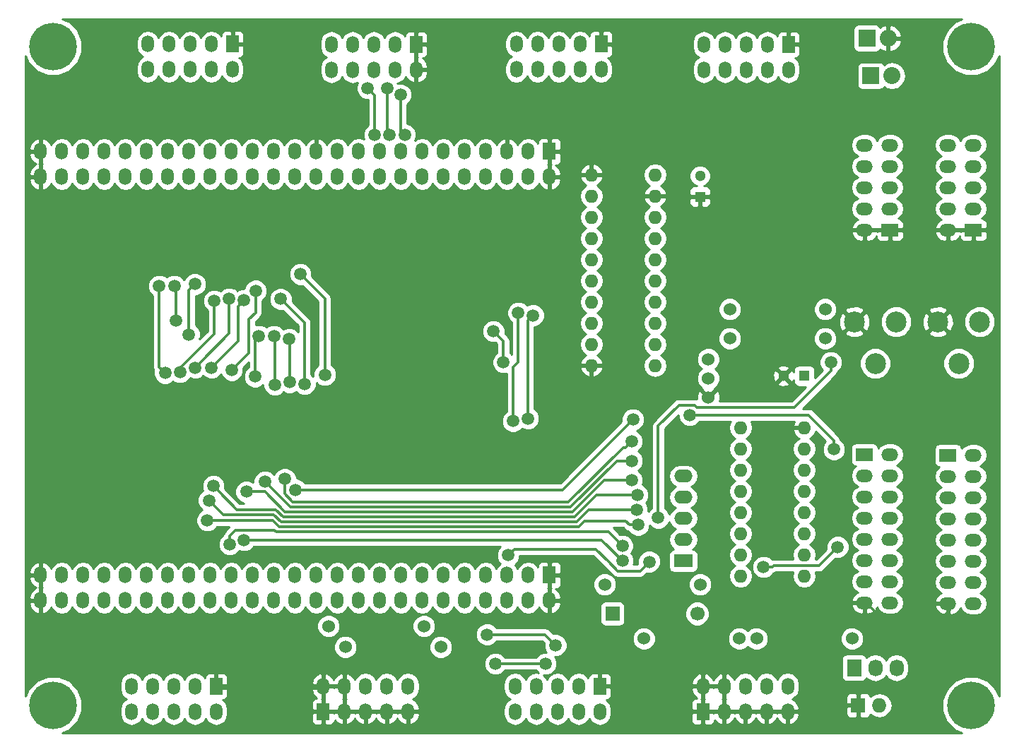
<source format=gbr>
G04 #@! TF.FileFunction,Copper,L1,Top,Signal*
%FSLAX46Y46*%
G04 Gerber Fmt 4.6, Leading zero omitted, Abs format (unit mm)*
G04 Created by KiCad (PCBNEW 4.0.2-stable) date 17/08/2016 20:10:52*
%MOMM*%
G01*
G04 APERTURE LIST*
%ADD10C,0.100000*%
%ADD11O,1.600000X1.600000*%
%ADD12O,1.500000X2.000000*%
%ADD13R,1.500000X2.000000*%
%ADD14C,5.700000*%
%ADD15C,1.699260*%
%ADD16R,1.699260X1.699260*%
%ADD17R,2.032000X2.032000*%
%ADD18O,2.032000X2.032000*%
%ADD19R,1.727200X2.032000*%
%ADD20O,1.727200X2.032000*%
%ADD21R,2.199640X1.524000*%
%ADD22O,2.199640X1.524000*%
%ADD23C,1.524000*%
%ADD24C,2.499360*%
%ADD25R,1.727200X1.727200*%
%ADD26O,1.727200X1.727200*%
%ADD27O,2.000000X1.500000*%
%ADD28R,2.000000X1.500000*%
%ADD29R,1.300000X1.300000*%
%ADD30C,1.300000*%
%ADD31C,1.500000*%
%ADD32C,0.300000*%
%ADD33C,0.254000*%
G04 APERTURE END LIST*
D10*
D11*
X108500000Y-32380000D03*
X108500000Y-34920000D03*
X108500000Y-37460000D03*
X108500000Y-40000000D03*
X108500000Y-42540000D03*
X108500000Y-45080000D03*
X108500000Y-47620000D03*
X108500000Y-50160000D03*
X108500000Y-52700000D03*
X108500000Y-55240000D03*
X116120000Y-55240000D03*
X116120000Y-52700000D03*
X116120000Y-50160000D03*
X116120000Y-47620000D03*
X116120000Y-45080000D03*
X116120000Y-42540000D03*
X116120000Y-40000000D03*
X116120000Y-37460000D03*
X116120000Y-34920000D03*
X116120000Y-32380000D03*
X134000000Y-80500000D03*
X134000000Y-77960000D03*
X134000000Y-75420000D03*
X134000000Y-72880000D03*
X134000000Y-70340000D03*
X134000000Y-67800000D03*
X134000000Y-65260000D03*
X134000000Y-62720000D03*
X126380000Y-62720000D03*
X126380000Y-65260000D03*
X126380000Y-67800000D03*
X126380000Y-70340000D03*
X126380000Y-72880000D03*
X126380000Y-75420000D03*
X126380000Y-77960000D03*
X126380000Y-80500000D03*
D12*
X42500000Y-80380000D03*
X45040000Y-80380000D03*
X47580000Y-80380000D03*
X50120000Y-80380000D03*
X52660000Y-80380000D03*
X55200000Y-80380000D03*
X57740000Y-80380000D03*
X60280000Y-80380000D03*
X62820000Y-80380000D03*
X65360000Y-80380000D03*
X67900000Y-80380000D03*
X70440000Y-80380000D03*
X72980000Y-80380000D03*
X75520000Y-80380000D03*
X78060000Y-80380000D03*
X80600000Y-80380000D03*
X83140000Y-80380000D03*
X85680000Y-80380000D03*
X88220000Y-80380000D03*
X90760000Y-80380000D03*
X93300000Y-80380000D03*
X95840000Y-80380000D03*
X98380000Y-80380000D03*
X100920000Y-80380000D03*
D13*
X103460000Y-80380000D03*
D12*
X103460000Y-83420000D03*
X100920000Y-83420000D03*
X98380000Y-83420000D03*
X95840000Y-83420000D03*
X93300000Y-83420000D03*
X90760000Y-83420000D03*
X88220000Y-83420000D03*
X85680000Y-83420000D03*
X83140000Y-83420000D03*
X80600000Y-83420000D03*
X78060000Y-83420000D03*
X75520000Y-83420000D03*
X72980000Y-83420000D03*
X70440000Y-83420000D03*
X67900000Y-83420000D03*
X65360000Y-83420000D03*
X62820000Y-83420000D03*
X60280000Y-83420000D03*
X57740000Y-83420000D03*
X55200000Y-83420000D03*
X52660000Y-83420000D03*
X50120000Y-83420000D03*
X47580000Y-83420000D03*
X45040000Y-83420000D03*
X42500000Y-83420000D03*
X42500000Y-32620000D03*
X45040000Y-32620000D03*
X47580000Y-32620000D03*
X50120000Y-32620000D03*
X52660000Y-32620000D03*
X55200000Y-32620000D03*
X57740000Y-32620000D03*
X60280000Y-32620000D03*
X62820000Y-32620000D03*
X65360000Y-32620000D03*
X67900000Y-32620000D03*
X70440000Y-32620000D03*
X72980000Y-32620000D03*
X75520000Y-32620000D03*
X78060000Y-32620000D03*
X80600000Y-32620000D03*
X83140000Y-32620000D03*
X85680000Y-32620000D03*
X88220000Y-32620000D03*
X90760000Y-32620000D03*
X93300000Y-32620000D03*
X95840000Y-32620000D03*
X98380000Y-32620000D03*
X100920000Y-32620000D03*
X103460000Y-32620000D03*
D13*
X103460000Y-29580000D03*
D12*
X100920000Y-29580000D03*
X98380000Y-29580000D03*
X95840000Y-29580000D03*
X93300000Y-29580000D03*
X90760000Y-29580000D03*
X88220000Y-29580000D03*
X85680000Y-29580000D03*
X83140000Y-29580000D03*
X80600000Y-29580000D03*
X78060000Y-29580000D03*
X75520000Y-29580000D03*
X72980000Y-29580000D03*
X70440000Y-29580000D03*
X67900000Y-29580000D03*
X65360000Y-29580000D03*
X62820000Y-29580000D03*
X60280000Y-29580000D03*
X57740000Y-29580000D03*
X55200000Y-29580000D03*
X52660000Y-29580000D03*
X50120000Y-29580000D03*
X47580000Y-29580000D03*
X45040000Y-29580000D03*
X42500000Y-29580000D03*
D14*
X44000000Y-96000000D03*
D15*
X121160520Y-84997460D03*
D16*
X111000520Y-84997460D03*
D17*
X141500000Y-16000000D03*
D18*
X144040000Y-16000000D03*
D19*
X139960000Y-91500000D03*
D20*
X142500000Y-91500000D03*
X145040000Y-91500000D03*
D17*
X141960000Y-20500000D03*
D18*
X144500000Y-20500000D03*
D21*
X119500000Y-78660000D03*
D22*
X119500000Y-76120000D03*
X119500000Y-73580000D03*
X119500000Y-71040000D03*
X119500000Y-68500000D03*
D23*
X110070000Y-81500000D03*
X121500000Y-81500000D03*
X128285000Y-88000000D03*
X139715000Y-88000000D03*
X79000000Y-89000000D03*
X90430000Y-89000000D03*
X136500000Y-52000000D03*
X125070000Y-52000000D03*
X88430000Y-86500000D03*
X77000000Y-86500000D03*
X114785000Y-88000000D03*
X126215000Y-88000000D03*
X125070000Y-48500000D03*
X136500000Y-48500000D03*
D24*
X142500000Y-55000000D03*
X140000640Y-50001280D03*
X144999360Y-50001280D03*
X152500000Y-55000000D03*
X150000640Y-50001280D03*
X154999360Y-50001280D03*
D25*
X140460000Y-96000000D03*
D26*
X143000000Y-96000000D03*
D23*
X122500000Y-56786000D03*
X122500000Y-59072000D03*
X122500000Y-54500000D03*
D27*
X144250000Y-28840000D03*
X141210000Y-28840000D03*
X141210000Y-31380000D03*
X144250000Y-31380000D03*
D28*
X144250000Y-39000000D03*
D27*
X141210000Y-39000000D03*
X144250000Y-36460000D03*
X141210000Y-36460000D03*
X144250000Y-33920000D03*
X141210000Y-33920000D03*
D12*
X77340000Y-16750000D03*
X77340000Y-19790000D03*
X79880000Y-19790000D03*
X79880000Y-16750000D03*
D13*
X87500000Y-16750000D03*
D12*
X87500000Y-19790000D03*
X84960000Y-16750000D03*
X84960000Y-19790000D03*
X82420000Y-16750000D03*
X82420000Y-19790000D03*
X53380000Y-93710000D03*
X53380000Y-96750000D03*
X55920000Y-96750000D03*
X55920000Y-93710000D03*
D13*
X63540000Y-93710000D03*
D12*
X63540000Y-96750000D03*
X61000000Y-93710000D03*
X61000000Y-96750000D03*
X58460000Y-93710000D03*
X58460000Y-96750000D03*
X99340000Y-93710000D03*
X99340000Y-96750000D03*
X101880000Y-96750000D03*
X101880000Y-93710000D03*
D13*
X109500000Y-93710000D03*
D12*
X109500000Y-96750000D03*
X106960000Y-93710000D03*
X106960000Y-96750000D03*
X104420000Y-93710000D03*
X104420000Y-96750000D03*
X55340000Y-16710000D03*
X55340000Y-19750000D03*
X57880000Y-19750000D03*
X57880000Y-16710000D03*
D13*
X65500000Y-16710000D03*
D12*
X65500000Y-19750000D03*
X62960000Y-16710000D03*
X62960000Y-19750000D03*
X60420000Y-16710000D03*
X60420000Y-19750000D03*
D27*
X154250000Y-28840000D03*
X151210000Y-28840000D03*
X151210000Y-31380000D03*
X154250000Y-31380000D03*
D28*
X154250000Y-39000000D03*
D27*
X151210000Y-39000000D03*
X154250000Y-36460000D03*
X151210000Y-36460000D03*
X154250000Y-33920000D03*
X151210000Y-33920000D03*
D12*
X99500000Y-16710000D03*
X99500000Y-19750000D03*
X102040000Y-19750000D03*
X102040000Y-16710000D03*
D13*
X109660000Y-16710000D03*
D12*
X109660000Y-19750000D03*
X107120000Y-16710000D03*
X107120000Y-19750000D03*
X104580000Y-16710000D03*
X104580000Y-19750000D03*
X121960000Y-16750000D03*
X121960000Y-19790000D03*
X124500000Y-19790000D03*
X124500000Y-16750000D03*
D13*
X132120000Y-16750000D03*
D12*
X132120000Y-19790000D03*
X129580000Y-16750000D03*
X129580000Y-19790000D03*
X127040000Y-16750000D03*
X127040000Y-19790000D03*
X86500000Y-96750000D03*
X86500000Y-93710000D03*
X83960000Y-93710000D03*
X83960000Y-96750000D03*
D13*
X76340000Y-96750000D03*
D12*
X76340000Y-93710000D03*
X78880000Y-96750000D03*
X78880000Y-93710000D03*
X81420000Y-96750000D03*
X81420000Y-93710000D03*
X132000000Y-96750000D03*
X132000000Y-93710000D03*
X129460000Y-93710000D03*
X129460000Y-96750000D03*
D13*
X121840000Y-96750000D03*
D12*
X121840000Y-93710000D03*
X124380000Y-96750000D03*
X124380000Y-93710000D03*
X126920000Y-96750000D03*
X126920000Y-93710000D03*
D27*
X144250000Y-83700000D03*
X141210000Y-83700000D03*
X141210000Y-81160000D03*
X144250000Y-81160000D03*
X144250000Y-78620000D03*
X141210000Y-78620000D03*
X141210000Y-76080000D03*
X144250000Y-76080000D03*
X144250000Y-73540000D03*
X141210000Y-73540000D03*
D28*
X141210000Y-65920000D03*
D27*
X144250000Y-65920000D03*
X141210000Y-68460000D03*
X144250000Y-68460000D03*
X141210000Y-71000000D03*
X144250000Y-71000000D03*
X154250000Y-83780000D03*
X151210000Y-83780000D03*
X151210000Y-81240000D03*
X154250000Y-81240000D03*
X154250000Y-78700000D03*
X151210000Y-78700000D03*
X151210000Y-76160000D03*
X154250000Y-76160000D03*
X154250000Y-73620000D03*
X151210000Y-73620000D03*
D28*
X151210000Y-66000000D03*
D27*
X154250000Y-66000000D03*
X151210000Y-68540000D03*
X154250000Y-68540000D03*
X151210000Y-71080000D03*
X154250000Y-71080000D03*
D14*
X154000000Y-17000000D03*
X44000000Y-17000000D03*
X154000000Y-96000000D03*
D29*
X134000000Y-56500000D03*
D30*
X131500000Y-56500000D03*
D29*
X121500000Y-35000000D03*
D30*
X121500000Y-32500000D03*
D31*
X78500000Y-39500000D03*
X97000000Y-41000000D03*
X90000000Y-62500000D03*
X98500000Y-78000000D03*
X115413165Y-78778574D03*
X65164280Y-76709311D03*
X112194030Y-76880242D03*
X66879094Y-76162085D03*
X112199263Y-78684947D03*
X71264324Y-47268185D03*
X74139205Y-57466626D03*
X59203954Y-56035604D03*
X63303889Y-47491423D03*
X68663282Y-51713926D03*
X68220284Y-56584960D03*
X70463293Y-51712056D03*
X70552601Y-57558340D03*
X60975931Y-45497750D03*
X60276531Y-51515157D03*
X58511866Y-45700021D03*
X58695276Y-49893393D03*
X97954577Y-54854263D03*
X96745977Y-51123210D03*
X73039756Y-70136212D03*
X113472817Y-61730204D03*
X71771085Y-68859296D03*
X113300031Y-64317976D03*
X69371063Y-69176134D03*
X113300031Y-66665580D03*
X67153753Y-70388632D03*
X113300031Y-69000000D03*
X62477430Y-73824363D03*
X114098542Y-74357765D03*
X129098542Y-79401458D03*
X138000000Y-77000000D03*
X99728179Y-48935239D03*
X99097425Y-61921124D03*
X101504367Y-49227127D03*
X100868577Y-61600088D03*
X72256665Y-52068250D03*
X72324340Y-57240560D03*
X104197881Y-88773687D03*
X96000000Y-87500000D03*
X97000000Y-91000000D03*
X103000000Y-91000000D03*
X76557926Y-56354989D03*
X73622490Y-44290594D03*
X68271298Y-46283192D03*
X65387311Y-55799980D03*
X57406898Y-56138728D03*
X56711855Y-45700002D03*
X62943694Y-55499947D03*
X66877758Y-47422529D03*
X137533304Y-65300031D03*
X120269972Y-61199969D03*
X137179559Y-54843555D03*
X62680259Y-71424341D03*
X113922620Y-72566370D03*
X116500000Y-73500000D03*
X63196746Y-69700020D03*
X114010974Y-70768528D03*
X83997999Y-21999006D03*
X84321144Y-27600067D03*
X82521133Y-27600051D03*
X81699987Y-22000000D03*
X85609980Y-22799980D03*
X86121155Y-27600064D03*
X60992642Y-55499947D03*
X60993534Y-55499947D03*
X65086702Y-47243189D03*
D32*
X150000000Y-86000000D02*
X143760000Y-86000000D01*
X143760000Y-86000000D02*
X141460000Y-83700000D01*
X151460000Y-84540000D02*
X150000000Y-86000000D01*
X151460000Y-83780000D02*
X151460000Y-84540000D01*
X63540000Y-93960000D02*
X76340000Y-93960000D01*
X111623261Y-79884949D02*
X110500000Y-78761688D01*
X98500000Y-78000000D02*
X99249999Y-77250001D01*
X99249999Y-77250001D02*
X108988313Y-77250001D01*
X108988313Y-77250001D02*
X110500000Y-78761688D01*
X115413165Y-78778574D02*
X114306790Y-79884949D01*
X114306790Y-79884949D02*
X111623261Y-79884949D01*
X70760276Y-75200077D02*
X70522270Y-74962071D01*
X110513865Y-75200077D02*
X70760276Y-75200077D01*
X112194030Y-76880242D02*
X110513865Y-75200077D01*
X70522270Y-74962071D02*
X65850860Y-74962071D01*
X65164280Y-75648651D02*
X65164280Y-76709311D01*
X65850860Y-74962071D02*
X65164280Y-75648651D01*
X67939754Y-76162085D02*
X66879094Y-76162085D01*
X112199263Y-78684947D02*
X109676401Y-76162085D01*
X109676401Y-76162085D02*
X67939754Y-76162085D01*
X74139205Y-50143066D02*
X72014323Y-48018184D01*
X74139205Y-57466626D02*
X74139205Y-50143066D01*
X72014323Y-48018184D02*
X71264324Y-47268185D01*
X63303889Y-47491423D02*
X63303889Y-51434537D01*
X63303889Y-51434537D02*
X59203954Y-55534472D01*
X59203954Y-55534472D02*
X59203954Y-56035604D01*
X68220284Y-52156924D02*
X68663282Y-51713926D01*
X68220284Y-56584960D02*
X68220284Y-52156924D01*
X70552601Y-51801364D02*
X70463293Y-51712056D01*
X70552601Y-57558340D02*
X70552601Y-51801364D01*
X60276531Y-51515157D02*
X60276531Y-46197150D01*
X60276531Y-46197150D02*
X60975931Y-45497750D01*
X58695276Y-45883431D02*
X58511866Y-45700021D01*
X58695276Y-49893393D02*
X58695276Y-45883431D01*
X96745977Y-51123210D02*
X97954577Y-52331810D01*
X97954577Y-53793603D02*
X97954577Y-54854263D01*
X97954577Y-52331810D02*
X97954577Y-53793603D01*
X74100416Y-70136212D02*
X73039756Y-70136212D01*
X113472817Y-61730204D02*
X105066809Y-70136212D01*
X105066809Y-70136212D02*
X74100416Y-70136212D01*
X72729070Y-71600011D02*
X71771085Y-70642026D01*
X113300031Y-64317976D02*
X112550032Y-65067975D01*
X112550032Y-65067975D02*
X112280568Y-65067975D01*
X71771085Y-70642026D02*
X71771085Y-69919956D01*
X71771085Y-69919956D02*
X71771085Y-68859296D01*
X112280568Y-65067975D02*
X105748532Y-71600011D01*
X105748532Y-71600011D02*
X72729070Y-71600011D01*
X70121062Y-69926133D02*
X69371063Y-69176134D01*
X72394951Y-72200022D02*
X70121062Y-69926133D01*
X113300031Y-66665580D02*
X111531506Y-66665580D01*
X111531506Y-66665580D02*
X105997064Y-72200022D01*
X105997064Y-72200022D02*
X72394951Y-72200022D01*
X68214413Y-70388632D02*
X67153753Y-70388632D01*
X69386440Y-70388632D02*
X68214413Y-70388632D01*
X71797841Y-72800033D02*
X69386440Y-70388632D01*
X110045629Y-69000000D02*
X106245596Y-72800033D01*
X106245596Y-72800033D02*
X71797841Y-72800033D01*
X113300031Y-69000000D02*
X110045629Y-69000000D01*
X71052245Y-74600066D02*
X70276542Y-73824363D01*
X70276542Y-73824363D02*
X63538090Y-73824363D01*
X63538090Y-73824363D02*
X62477430Y-73824363D01*
X113037882Y-74357765D02*
X112598428Y-73918311D01*
X114098542Y-74357765D02*
X113037882Y-74357765D01*
X106991192Y-74600066D02*
X71052245Y-74600066D01*
X107672946Y-73918311D02*
X106991192Y-74600066D01*
X112598428Y-73918311D02*
X107672946Y-73918311D01*
X130159202Y-79401458D02*
X129098542Y-79401458D01*
X135750001Y-79249999D02*
X130310661Y-79249999D01*
X130310661Y-79249999D02*
X130159202Y-79401458D01*
X138000000Y-77000000D02*
X135750001Y-79249999D01*
X99728179Y-49995899D02*
X99728179Y-48935239D01*
X99728179Y-54856665D02*
X99728179Y-49995899D01*
X99097425Y-61921124D02*
X99097425Y-55487419D01*
X99097425Y-55487419D02*
X99728179Y-54856665D01*
X100868577Y-61600088D02*
X100868577Y-49862917D01*
X100868577Y-49862917D02*
X101504367Y-49227127D01*
X72324340Y-57240560D02*
X72324340Y-52135925D01*
X72324340Y-52135925D02*
X72256665Y-52068250D01*
X96000000Y-87500000D02*
X102924194Y-87500000D01*
X103447882Y-88023688D02*
X104197881Y-88773687D01*
X102924194Y-87500000D02*
X103447882Y-88023688D01*
X101939340Y-91000000D02*
X97000000Y-91000000D01*
X103000000Y-91000000D02*
X101939340Y-91000000D01*
X76557926Y-47226030D02*
X76557926Y-55294329D01*
X73622490Y-44290594D02*
X76557926Y-47226030D01*
X76557926Y-55294329D02*
X76557926Y-56354989D01*
X68271298Y-47343852D02*
X68271298Y-46283192D01*
X67463281Y-53724010D02*
X67463281Y-49727189D01*
X68271298Y-48919172D02*
X68271298Y-47343852D01*
X65387311Y-55799980D02*
X67463281Y-53724010D01*
X67463281Y-49727189D02*
X68271298Y-48919172D01*
X56711855Y-45700002D02*
X56711855Y-55443685D01*
X56711855Y-55443685D02*
X57406898Y-56138728D01*
X66127759Y-52315882D02*
X63693693Y-54749948D01*
X66127759Y-48172528D02*
X66127759Y-52315882D01*
X63693693Y-54749948D02*
X62943694Y-55499947D01*
X66877758Y-47422529D02*
X66127759Y-48172528D01*
X134493902Y-61199969D02*
X137533304Y-64239371D01*
X120269972Y-61199969D02*
X134493902Y-61199969D01*
X137533304Y-64239371D02*
X137533304Y-65300031D01*
X119000000Y-59999967D02*
X120845974Y-59999967D01*
X116500000Y-62499967D02*
X119000000Y-59999967D01*
X116500000Y-73500000D02*
X116500000Y-62499967D01*
X137179559Y-55904215D02*
X137179559Y-54843555D01*
X132799773Y-60284001D02*
X137179559Y-55904215D01*
X121130008Y-60284001D02*
X132799773Y-60284001D01*
X120845974Y-59999967D02*
X121130008Y-60284001D01*
X106742660Y-74000055D02*
X71300777Y-74000055D01*
X113922620Y-72566370D02*
X108176345Y-72566370D01*
X63430258Y-72174340D02*
X62680259Y-71424341D01*
X70432614Y-73131891D02*
X64387809Y-73131891D01*
X71300777Y-74000055D02*
X70432614Y-73131891D01*
X108176345Y-72566370D02*
X106742660Y-74000055D01*
X64387809Y-73131891D02*
X63430258Y-72174340D01*
X66028606Y-72531880D02*
X63946745Y-70450019D01*
X70681145Y-72531880D02*
X66028606Y-72531880D01*
X71549309Y-73400044D02*
X70681145Y-72531880D01*
X106494128Y-73400044D02*
X71549309Y-73400044D01*
X109125644Y-70768528D02*
X106494128Y-73400044D01*
X63946745Y-70450019D02*
X63196746Y-69700020D01*
X114010974Y-70768528D02*
X109125644Y-70768528D01*
X83997999Y-27276922D02*
X84321144Y-27600067D01*
X83997999Y-21999006D02*
X83997999Y-27276922D01*
X82521133Y-27600051D02*
X82521133Y-22821146D01*
X82521133Y-22821146D02*
X81699987Y-22000000D01*
X85609980Y-27088889D02*
X86121155Y-27600064D01*
X85609980Y-22799980D02*
X85609980Y-27088889D01*
X65086702Y-47243189D02*
X65086702Y-51406779D01*
X61743533Y-54749948D02*
X60993534Y-55499947D01*
X65086702Y-51406779D02*
X61743533Y-54749948D01*
D33*
G36*
X152028485Y-14043838D02*
X151047284Y-15023329D01*
X150515606Y-16303749D01*
X150514397Y-17690168D01*
X151043838Y-18971515D01*
X152023329Y-19952716D01*
X153303749Y-20484394D01*
X154690168Y-20485603D01*
X155971515Y-19956162D01*
X156952716Y-18976671D01*
X157315000Y-18104196D01*
X157315000Y-94896941D01*
X156956162Y-94028485D01*
X155976671Y-93047284D01*
X154696251Y-92515606D01*
X153309832Y-92514397D01*
X152028485Y-93043838D01*
X151047284Y-94023329D01*
X150515606Y-95303749D01*
X150514397Y-96690168D01*
X151043838Y-97971515D01*
X152023329Y-98952716D01*
X152895804Y-99315000D01*
X45103059Y-99315000D01*
X45971515Y-98956162D01*
X46952716Y-97976671D01*
X47484394Y-96696251D01*
X47485603Y-95309832D01*
X46956162Y-94028485D01*
X46356692Y-93427968D01*
X51995000Y-93427968D01*
X51995000Y-93992032D01*
X52100427Y-94522049D01*
X52400657Y-94971375D01*
X52787717Y-95230000D01*
X52400657Y-95488625D01*
X52100427Y-95937951D01*
X51995000Y-96467968D01*
X51995000Y-97032032D01*
X52100427Y-97562049D01*
X52400657Y-98011375D01*
X52849983Y-98311605D01*
X53380000Y-98417032D01*
X53910017Y-98311605D01*
X54359343Y-98011375D01*
X54650000Y-97576376D01*
X54940657Y-98011375D01*
X55389983Y-98311605D01*
X55920000Y-98417032D01*
X56450017Y-98311605D01*
X56899343Y-98011375D01*
X57190000Y-97576376D01*
X57480657Y-98011375D01*
X57929983Y-98311605D01*
X58460000Y-98417032D01*
X58990017Y-98311605D01*
X59439343Y-98011375D01*
X59730000Y-97576376D01*
X60020657Y-98011375D01*
X60469983Y-98311605D01*
X61000000Y-98417032D01*
X61530017Y-98311605D01*
X61979343Y-98011375D01*
X62270000Y-97576376D01*
X62560657Y-98011375D01*
X63009983Y-98311605D01*
X63540000Y-98417032D01*
X64070017Y-98311605D01*
X64519343Y-98011375D01*
X64819573Y-97562049D01*
X64924260Y-97035750D01*
X74955000Y-97035750D01*
X74955000Y-97876310D01*
X75051673Y-98109699D01*
X75230302Y-98288327D01*
X75463691Y-98385000D01*
X76054250Y-98385000D01*
X76213000Y-98226250D01*
X76213000Y-96877000D01*
X76467000Y-96877000D01*
X76467000Y-98226250D01*
X76625750Y-98385000D01*
X77216309Y-98385000D01*
X77449698Y-98288327D01*
X77628327Y-98109699D01*
X77725000Y-97876310D01*
X77725000Y-97744611D01*
X77963106Y-98052736D01*
X78435765Y-98323481D01*
X78538815Y-98342318D01*
X78753000Y-98219656D01*
X78753000Y-96877000D01*
X79007000Y-96877000D01*
X79007000Y-98219656D01*
X79221185Y-98342318D01*
X79324235Y-98323481D01*
X79796894Y-98052736D01*
X80129964Y-97621721D01*
X80150000Y-97547953D01*
X80170036Y-97621721D01*
X80503106Y-98052736D01*
X80975765Y-98323481D01*
X81078815Y-98342318D01*
X81293000Y-98219656D01*
X81293000Y-96877000D01*
X81547000Y-96877000D01*
X81547000Y-98219656D01*
X81761185Y-98342318D01*
X81864235Y-98323481D01*
X82336894Y-98052736D01*
X82669964Y-97621721D01*
X82690000Y-97547953D01*
X82710036Y-97621721D01*
X83043106Y-98052736D01*
X83515765Y-98323481D01*
X83618815Y-98342318D01*
X83833000Y-98219656D01*
X83833000Y-96877000D01*
X84087000Y-96877000D01*
X84087000Y-98219656D01*
X84301185Y-98342318D01*
X84404235Y-98323481D01*
X84876894Y-98052736D01*
X85209964Y-97621721D01*
X85230000Y-97547953D01*
X85250036Y-97621721D01*
X85583106Y-98052736D01*
X86055765Y-98323481D01*
X86158815Y-98342318D01*
X86373000Y-98219656D01*
X86373000Y-96877000D01*
X86627000Y-96877000D01*
X86627000Y-98219656D01*
X86841185Y-98342318D01*
X86944235Y-98323481D01*
X87416894Y-98052736D01*
X87749964Y-97621721D01*
X87892739Y-97096055D01*
X87731868Y-96877000D01*
X86627000Y-96877000D01*
X86373000Y-96877000D01*
X85268132Y-96877000D01*
X85230000Y-96928924D01*
X85191868Y-96877000D01*
X84087000Y-96877000D01*
X83833000Y-96877000D01*
X82728132Y-96877000D01*
X82690000Y-96928924D01*
X82651868Y-96877000D01*
X81547000Y-96877000D01*
X81293000Y-96877000D01*
X80188132Y-96877000D01*
X80150000Y-96928924D01*
X80111868Y-96877000D01*
X79007000Y-96877000D01*
X78753000Y-96877000D01*
X77648132Y-96877000D01*
X77613461Y-96924211D01*
X77566250Y-96877000D01*
X76467000Y-96877000D01*
X76213000Y-96877000D01*
X75113750Y-96877000D01*
X74955000Y-97035750D01*
X64924260Y-97035750D01*
X64925000Y-97032032D01*
X64925000Y-96467968D01*
X64819573Y-95937951D01*
X64519343Y-95488625D01*
X64304393Y-95345000D01*
X64416309Y-95345000D01*
X64649698Y-95248327D01*
X64828327Y-95069699D01*
X64925000Y-94836310D01*
X64925000Y-94056055D01*
X74947261Y-94056055D01*
X75090036Y-94581721D01*
X75423106Y-95012736D01*
X75601636Y-95115000D01*
X75463691Y-95115000D01*
X75230302Y-95211673D01*
X75051673Y-95390301D01*
X74955000Y-95623690D01*
X74955000Y-96464250D01*
X75113750Y-96623000D01*
X76213000Y-96623000D01*
X76213000Y-95273750D01*
X76153170Y-95213920D01*
X76213000Y-95179656D01*
X76213000Y-93837000D01*
X76467000Y-93837000D01*
X76467000Y-95179656D01*
X76526830Y-95213920D01*
X76467000Y-95273750D01*
X76467000Y-96623000D01*
X77566250Y-96623000D01*
X77613461Y-96575789D01*
X77648132Y-96623000D01*
X78753000Y-96623000D01*
X78753000Y-95280344D01*
X78665092Y-95230000D01*
X78753000Y-95179656D01*
X78753000Y-93837000D01*
X77648132Y-93837000D01*
X77610000Y-93888924D01*
X77571868Y-93837000D01*
X76467000Y-93837000D01*
X76213000Y-93837000D01*
X75108132Y-93837000D01*
X74947261Y-94056055D01*
X64925000Y-94056055D01*
X64925000Y-93995750D01*
X64766250Y-93837000D01*
X63667000Y-93837000D01*
X63667000Y-93857000D01*
X63413000Y-93857000D01*
X63413000Y-93837000D01*
X63393000Y-93837000D01*
X63393000Y-93583000D01*
X63413000Y-93583000D01*
X63413000Y-92233750D01*
X63667000Y-92233750D01*
X63667000Y-93583000D01*
X64766250Y-93583000D01*
X64925000Y-93424250D01*
X64925000Y-93363945D01*
X74947261Y-93363945D01*
X75108132Y-93583000D01*
X76213000Y-93583000D01*
X76213000Y-92240344D01*
X76467000Y-92240344D01*
X76467000Y-93583000D01*
X77571868Y-93583000D01*
X77610000Y-93531076D01*
X77648132Y-93583000D01*
X78753000Y-93583000D01*
X78753000Y-92240344D01*
X79007000Y-92240344D01*
X79007000Y-93583000D01*
X79027000Y-93583000D01*
X79027000Y-93837000D01*
X79007000Y-93837000D01*
X79007000Y-95179656D01*
X79094908Y-95230000D01*
X79007000Y-95280344D01*
X79007000Y-96623000D01*
X80111868Y-96623000D01*
X80150000Y-96571076D01*
X80188132Y-96623000D01*
X81293000Y-96623000D01*
X81293000Y-96603000D01*
X81547000Y-96603000D01*
X81547000Y-96623000D01*
X82651868Y-96623000D01*
X82690000Y-96571076D01*
X82728132Y-96623000D01*
X83833000Y-96623000D01*
X83833000Y-96603000D01*
X84087000Y-96603000D01*
X84087000Y-96623000D01*
X85191868Y-96623000D01*
X85230000Y-96571076D01*
X85268132Y-96623000D01*
X86373000Y-96623000D01*
X86373000Y-96603000D01*
X86627000Y-96603000D01*
X86627000Y-96623000D01*
X87731868Y-96623000D01*
X87892739Y-96403945D01*
X87749964Y-95878279D01*
X87416894Y-95447264D01*
X87067043Y-95246865D01*
X87479343Y-94971375D01*
X87779573Y-94522049D01*
X87885000Y-93992032D01*
X87885000Y-93427968D01*
X87779573Y-92897951D01*
X87479343Y-92448625D01*
X87030017Y-92148395D01*
X86500000Y-92042968D01*
X85969983Y-92148395D01*
X85520657Y-92448625D01*
X85230000Y-92883624D01*
X84939343Y-92448625D01*
X84490017Y-92148395D01*
X83960000Y-92042968D01*
X83429983Y-92148395D01*
X82980657Y-92448625D01*
X82690000Y-92883624D01*
X82399343Y-92448625D01*
X81950017Y-92148395D01*
X81420000Y-92042968D01*
X80889983Y-92148395D01*
X80440657Y-92448625D01*
X80144511Y-92891839D01*
X80129964Y-92838279D01*
X79796894Y-92407264D01*
X79324235Y-92136519D01*
X79221185Y-92117682D01*
X79007000Y-92240344D01*
X78753000Y-92240344D01*
X78538815Y-92117682D01*
X78435765Y-92136519D01*
X77963106Y-92407264D01*
X77630036Y-92838279D01*
X77610000Y-92912047D01*
X77589964Y-92838279D01*
X77256894Y-92407264D01*
X76784235Y-92136519D01*
X76681185Y-92117682D01*
X76467000Y-92240344D01*
X76213000Y-92240344D01*
X75998815Y-92117682D01*
X75895765Y-92136519D01*
X75423106Y-92407264D01*
X75090036Y-92838279D01*
X74947261Y-93363945D01*
X64925000Y-93363945D01*
X64925000Y-92583690D01*
X64828327Y-92350301D01*
X64649698Y-92171673D01*
X64416309Y-92075000D01*
X63825750Y-92075000D01*
X63667000Y-92233750D01*
X63413000Y-92233750D01*
X63254250Y-92075000D01*
X62663691Y-92075000D01*
X62430302Y-92171673D01*
X62251673Y-92350301D01*
X62155000Y-92583690D01*
X62155000Y-92711514D01*
X61979343Y-92448625D01*
X61530017Y-92148395D01*
X61000000Y-92042968D01*
X60469983Y-92148395D01*
X60020657Y-92448625D01*
X59730000Y-92883624D01*
X59439343Y-92448625D01*
X58990017Y-92148395D01*
X58460000Y-92042968D01*
X57929983Y-92148395D01*
X57480657Y-92448625D01*
X57190000Y-92883624D01*
X56899343Y-92448625D01*
X56450017Y-92148395D01*
X55920000Y-92042968D01*
X55389983Y-92148395D01*
X54940657Y-92448625D01*
X54650000Y-92883624D01*
X54359343Y-92448625D01*
X53910017Y-92148395D01*
X53380000Y-92042968D01*
X52849983Y-92148395D01*
X52400657Y-92448625D01*
X52100427Y-92897951D01*
X51995000Y-93427968D01*
X46356692Y-93427968D01*
X45976671Y-93047284D01*
X44696251Y-92515606D01*
X43309832Y-92514397D01*
X42028485Y-93043838D01*
X41047284Y-94023329D01*
X40685000Y-94895804D01*
X40685000Y-89276661D01*
X77602758Y-89276661D01*
X77814990Y-89790303D01*
X78207630Y-90183629D01*
X78720900Y-90396757D01*
X79276661Y-90397242D01*
X79790303Y-90185010D01*
X80183629Y-89792370D01*
X80396757Y-89279100D01*
X80396759Y-89276661D01*
X89032758Y-89276661D01*
X89244990Y-89790303D01*
X89637630Y-90183629D01*
X90150900Y-90396757D01*
X90706661Y-90397242D01*
X91220303Y-90185010D01*
X91613629Y-89792370D01*
X91826757Y-89279100D01*
X91827242Y-88723339D01*
X91615010Y-88209697D01*
X91222370Y-87816371D01*
X91121016Y-87774285D01*
X94614760Y-87774285D01*
X94825169Y-88283515D01*
X95214436Y-88673461D01*
X95723298Y-88884759D01*
X96274285Y-88885240D01*
X96783515Y-88674831D01*
X97173461Y-88285564D01*
X97173695Y-88285000D01*
X102599036Y-88285000D01*
X102813120Y-88499084D01*
X102812641Y-89047972D01*
X103023050Y-89557202D01*
X103080817Y-89615070D01*
X102725715Y-89614760D01*
X102216485Y-89825169D01*
X101826539Y-90214436D01*
X101826305Y-90215000D01*
X98173349Y-90215000D01*
X97785564Y-89826539D01*
X97276702Y-89615241D01*
X96725715Y-89614760D01*
X96216485Y-89825169D01*
X95826539Y-90214436D01*
X95615241Y-90723298D01*
X95614760Y-91274285D01*
X95825169Y-91783515D01*
X96214436Y-92173461D01*
X96723298Y-92384759D01*
X97274285Y-92385240D01*
X97783515Y-92174831D01*
X98173461Y-91785564D01*
X98173695Y-91785000D01*
X101826651Y-91785000D01*
X102134756Y-92093642D01*
X101880000Y-92042968D01*
X101349983Y-92148395D01*
X100900657Y-92448625D01*
X100610000Y-92883624D01*
X100319343Y-92448625D01*
X99870017Y-92148395D01*
X99340000Y-92042968D01*
X98809983Y-92148395D01*
X98360657Y-92448625D01*
X98060427Y-92897951D01*
X97955000Y-93427968D01*
X97955000Y-93992032D01*
X98060427Y-94522049D01*
X98360657Y-94971375D01*
X98747717Y-95230000D01*
X98360657Y-95488625D01*
X98060427Y-95937951D01*
X97955000Y-96467968D01*
X97955000Y-97032032D01*
X98060427Y-97562049D01*
X98360657Y-98011375D01*
X98809983Y-98311605D01*
X99340000Y-98417032D01*
X99870017Y-98311605D01*
X100319343Y-98011375D01*
X100610000Y-97576376D01*
X100900657Y-98011375D01*
X101349983Y-98311605D01*
X101880000Y-98417032D01*
X102410017Y-98311605D01*
X102859343Y-98011375D01*
X103150000Y-97576376D01*
X103440657Y-98011375D01*
X103889983Y-98311605D01*
X104420000Y-98417032D01*
X104950017Y-98311605D01*
X105399343Y-98011375D01*
X105690000Y-97576376D01*
X105980657Y-98011375D01*
X106429983Y-98311605D01*
X106960000Y-98417032D01*
X107490017Y-98311605D01*
X107939343Y-98011375D01*
X108230000Y-97576376D01*
X108520657Y-98011375D01*
X108969983Y-98311605D01*
X109500000Y-98417032D01*
X110030017Y-98311605D01*
X110479343Y-98011375D01*
X110779573Y-97562049D01*
X110884260Y-97035750D01*
X120455000Y-97035750D01*
X120455000Y-97876310D01*
X120551673Y-98109699D01*
X120730302Y-98288327D01*
X120963691Y-98385000D01*
X121554250Y-98385000D01*
X121713000Y-98226250D01*
X121713000Y-96877000D01*
X121967000Y-96877000D01*
X121967000Y-98226250D01*
X122125750Y-98385000D01*
X122716309Y-98385000D01*
X122949698Y-98288327D01*
X123128327Y-98109699D01*
X123225000Y-97876310D01*
X123225000Y-97744611D01*
X123463106Y-98052736D01*
X123935765Y-98323481D01*
X124038815Y-98342318D01*
X124253000Y-98219656D01*
X124253000Y-96877000D01*
X124507000Y-96877000D01*
X124507000Y-98219656D01*
X124721185Y-98342318D01*
X124824235Y-98323481D01*
X125296894Y-98052736D01*
X125629964Y-97621721D01*
X125650000Y-97547953D01*
X125670036Y-97621721D01*
X126003106Y-98052736D01*
X126475765Y-98323481D01*
X126578815Y-98342318D01*
X126793000Y-98219656D01*
X126793000Y-96877000D01*
X127047000Y-96877000D01*
X127047000Y-98219656D01*
X127261185Y-98342318D01*
X127364235Y-98323481D01*
X127836894Y-98052736D01*
X128169964Y-97621721D01*
X128190000Y-97547953D01*
X128210036Y-97621721D01*
X128543106Y-98052736D01*
X129015765Y-98323481D01*
X129118815Y-98342318D01*
X129333000Y-98219656D01*
X129333000Y-96877000D01*
X129587000Y-96877000D01*
X129587000Y-98219656D01*
X129801185Y-98342318D01*
X129904235Y-98323481D01*
X130376894Y-98052736D01*
X130709964Y-97621721D01*
X130730000Y-97547953D01*
X130750036Y-97621721D01*
X131083106Y-98052736D01*
X131555765Y-98323481D01*
X131658815Y-98342318D01*
X131873000Y-98219656D01*
X131873000Y-96877000D01*
X132127000Y-96877000D01*
X132127000Y-98219656D01*
X132341185Y-98342318D01*
X132444235Y-98323481D01*
X132916894Y-98052736D01*
X133249964Y-97621721D01*
X133392739Y-97096055D01*
X133231868Y-96877000D01*
X132127000Y-96877000D01*
X131873000Y-96877000D01*
X130768132Y-96877000D01*
X130730000Y-96928924D01*
X130691868Y-96877000D01*
X129587000Y-96877000D01*
X129333000Y-96877000D01*
X128228132Y-96877000D01*
X128190000Y-96928924D01*
X128151868Y-96877000D01*
X127047000Y-96877000D01*
X126793000Y-96877000D01*
X125688132Y-96877000D01*
X125650000Y-96928924D01*
X125611868Y-96877000D01*
X124507000Y-96877000D01*
X124253000Y-96877000D01*
X123148132Y-96877000D01*
X123113461Y-96924211D01*
X123066250Y-96877000D01*
X121967000Y-96877000D01*
X121713000Y-96877000D01*
X120613750Y-96877000D01*
X120455000Y-97035750D01*
X110884260Y-97035750D01*
X110885000Y-97032032D01*
X110885000Y-96467968D01*
X110779573Y-95937951D01*
X110479343Y-95488625D01*
X110264393Y-95345000D01*
X110376309Y-95345000D01*
X110609698Y-95248327D01*
X110788327Y-95069699D01*
X110885000Y-94836310D01*
X110885000Y-94056055D01*
X120447261Y-94056055D01*
X120590036Y-94581721D01*
X120923106Y-95012736D01*
X121101636Y-95115000D01*
X120963691Y-95115000D01*
X120730302Y-95211673D01*
X120551673Y-95390301D01*
X120455000Y-95623690D01*
X120455000Y-96464250D01*
X120613750Y-96623000D01*
X121713000Y-96623000D01*
X121713000Y-95273750D01*
X121653170Y-95213920D01*
X121713000Y-95179656D01*
X121713000Y-93837000D01*
X121967000Y-93837000D01*
X121967000Y-95179656D01*
X122026830Y-95213920D01*
X121967000Y-95273750D01*
X121967000Y-96623000D01*
X123066250Y-96623000D01*
X123113461Y-96575789D01*
X123148132Y-96623000D01*
X124253000Y-96623000D01*
X124253000Y-95280344D01*
X124165092Y-95230000D01*
X124253000Y-95179656D01*
X124253000Y-93837000D01*
X123148132Y-93837000D01*
X123110000Y-93888924D01*
X123071868Y-93837000D01*
X121967000Y-93837000D01*
X121713000Y-93837000D01*
X120608132Y-93837000D01*
X120447261Y-94056055D01*
X110885000Y-94056055D01*
X110885000Y-93995750D01*
X110726250Y-93837000D01*
X109627000Y-93837000D01*
X109627000Y-93857000D01*
X109373000Y-93857000D01*
X109373000Y-93837000D01*
X109353000Y-93837000D01*
X109353000Y-93583000D01*
X109373000Y-93583000D01*
X109373000Y-92233750D01*
X109627000Y-92233750D01*
X109627000Y-93583000D01*
X110726250Y-93583000D01*
X110885000Y-93424250D01*
X110885000Y-93363945D01*
X120447261Y-93363945D01*
X120608132Y-93583000D01*
X121713000Y-93583000D01*
X121713000Y-92240344D01*
X121967000Y-92240344D01*
X121967000Y-93583000D01*
X123071868Y-93583000D01*
X123110000Y-93531076D01*
X123148132Y-93583000D01*
X124253000Y-93583000D01*
X124253000Y-92240344D01*
X124507000Y-92240344D01*
X124507000Y-93583000D01*
X124527000Y-93583000D01*
X124527000Y-93837000D01*
X124507000Y-93837000D01*
X124507000Y-95179656D01*
X124594908Y-95230000D01*
X124507000Y-95280344D01*
X124507000Y-96623000D01*
X125611868Y-96623000D01*
X125650000Y-96571076D01*
X125688132Y-96623000D01*
X126793000Y-96623000D01*
X126793000Y-96603000D01*
X127047000Y-96603000D01*
X127047000Y-96623000D01*
X128151868Y-96623000D01*
X128190000Y-96571076D01*
X128228132Y-96623000D01*
X129333000Y-96623000D01*
X129333000Y-96603000D01*
X129587000Y-96603000D01*
X129587000Y-96623000D01*
X130691868Y-96623000D01*
X130730000Y-96571076D01*
X130768132Y-96623000D01*
X131873000Y-96623000D01*
X131873000Y-96603000D01*
X132127000Y-96603000D01*
X132127000Y-96623000D01*
X133231868Y-96623000D01*
X133392739Y-96403945D01*
X133360637Y-96285750D01*
X138961400Y-96285750D01*
X138961400Y-96989910D01*
X139058073Y-97223299D01*
X139236702Y-97401927D01*
X139470091Y-97498600D01*
X140174250Y-97498600D01*
X140333000Y-97339850D01*
X140333000Y-96127000D01*
X139120150Y-96127000D01*
X138961400Y-96285750D01*
X133360637Y-96285750D01*
X133249964Y-95878279D01*
X132916894Y-95447264D01*
X132567043Y-95246865D01*
X132921401Y-95010090D01*
X138961400Y-95010090D01*
X138961400Y-95714250D01*
X139120150Y-95873000D01*
X140333000Y-95873000D01*
X140333000Y-94660150D01*
X140587000Y-94660150D01*
X140587000Y-95873000D01*
X140607000Y-95873000D01*
X140607000Y-96127000D01*
X140587000Y-96127000D01*
X140587000Y-97339850D01*
X140745750Y-97498600D01*
X141449909Y-97498600D01*
X141683298Y-97401927D01*
X141861927Y-97223299D01*
X141925644Y-97069474D01*
X142397152Y-97384526D01*
X142970641Y-97498600D01*
X143029359Y-97498600D01*
X143602848Y-97384526D01*
X144089029Y-97059670D01*
X144413885Y-96573489D01*
X144527959Y-96000000D01*
X144413885Y-95426511D01*
X144089029Y-94940330D01*
X143602848Y-94615474D01*
X143029359Y-94501400D01*
X142970641Y-94501400D01*
X142397152Y-94615474D01*
X141925644Y-94930526D01*
X141861927Y-94776701D01*
X141683298Y-94598073D01*
X141449909Y-94501400D01*
X140745750Y-94501400D01*
X140587000Y-94660150D01*
X140333000Y-94660150D01*
X140174250Y-94501400D01*
X139470091Y-94501400D01*
X139236702Y-94598073D01*
X139058073Y-94776701D01*
X138961400Y-95010090D01*
X132921401Y-95010090D01*
X132979343Y-94971375D01*
X133279573Y-94522049D01*
X133385000Y-93992032D01*
X133385000Y-93427968D01*
X133279573Y-92897951D01*
X132979343Y-92448625D01*
X132530017Y-92148395D01*
X132000000Y-92042968D01*
X131469983Y-92148395D01*
X131020657Y-92448625D01*
X130730000Y-92883624D01*
X130439343Y-92448625D01*
X129990017Y-92148395D01*
X129460000Y-92042968D01*
X128929983Y-92148395D01*
X128480657Y-92448625D01*
X128190000Y-92883624D01*
X127899343Y-92448625D01*
X127450017Y-92148395D01*
X126920000Y-92042968D01*
X126389983Y-92148395D01*
X125940657Y-92448625D01*
X125644511Y-92891839D01*
X125629964Y-92838279D01*
X125296894Y-92407264D01*
X124824235Y-92136519D01*
X124721185Y-92117682D01*
X124507000Y-92240344D01*
X124253000Y-92240344D01*
X124038815Y-92117682D01*
X123935765Y-92136519D01*
X123463106Y-92407264D01*
X123130036Y-92838279D01*
X123110000Y-92912047D01*
X123089964Y-92838279D01*
X122756894Y-92407264D01*
X122284235Y-92136519D01*
X122181185Y-92117682D01*
X121967000Y-92240344D01*
X121713000Y-92240344D01*
X121498815Y-92117682D01*
X121395765Y-92136519D01*
X120923106Y-92407264D01*
X120590036Y-92838279D01*
X120447261Y-93363945D01*
X110885000Y-93363945D01*
X110885000Y-92583690D01*
X110788327Y-92350301D01*
X110609698Y-92171673D01*
X110376309Y-92075000D01*
X109785750Y-92075000D01*
X109627000Y-92233750D01*
X109373000Y-92233750D01*
X109214250Y-92075000D01*
X108623691Y-92075000D01*
X108390302Y-92171673D01*
X108211673Y-92350301D01*
X108115000Y-92583690D01*
X108115000Y-92711514D01*
X107939343Y-92448625D01*
X107490017Y-92148395D01*
X106960000Y-92042968D01*
X106429983Y-92148395D01*
X105980657Y-92448625D01*
X105690000Y-92883624D01*
X105399343Y-92448625D01*
X104950017Y-92148395D01*
X104420000Y-92042968D01*
X103889983Y-92148395D01*
X103440657Y-92448625D01*
X103150000Y-92883624D01*
X102859343Y-92448625D01*
X102763814Y-92384794D01*
X103274285Y-92385240D01*
X103783515Y-92174831D01*
X104173461Y-91785564D01*
X104384759Y-91276702D01*
X104385240Y-90725715D01*
X104285366Y-90484000D01*
X138448960Y-90484000D01*
X138448960Y-92516000D01*
X138493238Y-92751317D01*
X138632310Y-92967441D01*
X138844510Y-93112431D01*
X139096400Y-93163440D01*
X140823600Y-93163440D01*
X141058917Y-93119162D01*
X141275041Y-92980090D01*
X141420031Y-92767890D01*
X141428400Y-92726561D01*
X141440330Y-92744415D01*
X141926511Y-93069271D01*
X142500000Y-93183345D01*
X143073489Y-93069271D01*
X143559670Y-92744415D01*
X143770000Y-92429634D01*
X143980330Y-92744415D01*
X144466511Y-93069271D01*
X145040000Y-93183345D01*
X145613489Y-93069271D01*
X146099670Y-92744415D01*
X146424526Y-92258234D01*
X146538600Y-91684745D01*
X146538600Y-91315255D01*
X146424526Y-90741766D01*
X146099670Y-90255585D01*
X145613489Y-89930729D01*
X145040000Y-89816655D01*
X144466511Y-89930729D01*
X143980330Y-90255585D01*
X143770000Y-90570366D01*
X143559670Y-90255585D01*
X143073489Y-89930729D01*
X142500000Y-89816655D01*
X141926511Y-89930729D01*
X141440330Y-90255585D01*
X141430757Y-90269913D01*
X141426762Y-90248683D01*
X141287690Y-90032559D01*
X141075490Y-89887569D01*
X140823600Y-89836560D01*
X139096400Y-89836560D01*
X138861083Y-89880838D01*
X138644959Y-90019910D01*
X138499969Y-90232110D01*
X138448960Y-90484000D01*
X104285366Y-90484000D01*
X104174831Y-90216485D01*
X104117064Y-90158617D01*
X104472166Y-90158927D01*
X104981396Y-89948518D01*
X105371342Y-89559251D01*
X105582640Y-89050389D01*
X105583121Y-88499402D01*
X105491087Y-88276661D01*
X113387758Y-88276661D01*
X113599990Y-88790303D01*
X113992630Y-89183629D01*
X114505900Y-89396757D01*
X115061661Y-89397242D01*
X115575303Y-89185010D01*
X115968629Y-88792370D01*
X116181757Y-88279100D01*
X116181759Y-88276661D01*
X124817758Y-88276661D01*
X125029990Y-88790303D01*
X125422630Y-89183629D01*
X125935900Y-89396757D01*
X126491661Y-89397242D01*
X127005303Y-89185010D01*
X127250082Y-88940658D01*
X127492630Y-89183629D01*
X128005900Y-89396757D01*
X128561661Y-89397242D01*
X129075303Y-89185010D01*
X129468629Y-88792370D01*
X129681757Y-88279100D01*
X129681759Y-88276661D01*
X138317758Y-88276661D01*
X138529990Y-88790303D01*
X138922630Y-89183629D01*
X139435900Y-89396757D01*
X139991661Y-89397242D01*
X140505303Y-89185010D01*
X140898629Y-88792370D01*
X141111757Y-88279100D01*
X141112242Y-87723339D01*
X140900010Y-87209697D01*
X140507370Y-86816371D01*
X139994100Y-86603243D01*
X139438339Y-86602758D01*
X138924697Y-86814990D01*
X138531371Y-87207630D01*
X138318243Y-87720900D01*
X138317758Y-88276661D01*
X129681759Y-88276661D01*
X129682242Y-87723339D01*
X129470010Y-87209697D01*
X129077370Y-86816371D01*
X128564100Y-86603243D01*
X128008339Y-86602758D01*
X127494697Y-86814990D01*
X127249918Y-87059342D01*
X127007370Y-86816371D01*
X126494100Y-86603243D01*
X125938339Y-86602758D01*
X125424697Y-86814990D01*
X125031371Y-87207630D01*
X124818243Y-87720900D01*
X124817758Y-88276661D01*
X116181759Y-88276661D01*
X116182242Y-87723339D01*
X115970010Y-87209697D01*
X115577370Y-86816371D01*
X115064100Y-86603243D01*
X114508339Y-86602758D01*
X113994697Y-86814990D01*
X113601371Y-87207630D01*
X113388243Y-87720900D01*
X113387758Y-88276661D01*
X105491087Y-88276661D01*
X105372712Y-87990172D01*
X104983445Y-87600226D01*
X104474583Y-87388928D01*
X103923596Y-87388447D01*
X103923032Y-87388680D01*
X103479273Y-86944921D01*
X103224601Y-86774755D01*
X102924194Y-86715000D01*
X97173349Y-86715000D01*
X96785564Y-86326539D01*
X96276702Y-86115241D01*
X95725715Y-86114760D01*
X95216485Y-86325169D01*
X94826539Y-86714436D01*
X94615241Y-87223298D01*
X94614760Y-87774285D01*
X91121016Y-87774285D01*
X90709100Y-87603243D01*
X90153339Y-87602758D01*
X89639697Y-87814990D01*
X89246371Y-88207630D01*
X89033243Y-88720900D01*
X89032758Y-89276661D01*
X80396759Y-89276661D01*
X80397242Y-88723339D01*
X80185010Y-88209697D01*
X79792370Y-87816371D01*
X79279100Y-87603243D01*
X78723339Y-87602758D01*
X78209697Y-87814990D01*
X77816371Y-88207630D01*
X77603243Y-88720900D01*
X77602758Y-89276661D01*
X40685000Y-89276661D01*
X40685000Y-86776661D01*
X75602758Y-86776661D01*
X75814990Y-87290303D01*
X76207630Y-87683629D01*
X76720900Y-87896757D01*
X77276661Y-87897242D01*
X77790303Y-87685010D01*
X78183629Y-87292370D01*
X78396757Y-86779100D01*
X78396759Y-86776661D01*
X87032758Y-86776661D01*
X87244990Y-87290303D01*
X87637630Y-87683629D01*
X88150900Y-87896757D01*
X88706661Y-87897242D01*
X89220303Y-87685010D01*
X89613629Y-87292370D01*
X89826757Y-86779100D01*
X89827242Y-86223339D01*
X89615010Y-85709697D01*
X89222370Y-85316371D01*
X88709100Y-85103243D01*
X88153339Y-85102758D01*
X87639697Y-85314990D01*
X87246371Y-85707630D01*
X87033243Y-86220900D01*
X87032758Y-86776661D01*
X78396759Y-86776661D01*
X78397242Y-86223339D01*
X78185010Y-85709697D01*
X77792370Y-85316371D01*
X77279100Y-85103243D01*
X76723339Y-85102758D01*
X76209697Y-85314990D01*
X75816371Y-85707630D01*
X75603243Y-86220900D01*
X75602758Y-86776661D01*
X40685000Y-86776661D01*
X40685000Y-83766055D01*
X41107261Y-83766055D01*
X41250036Y-84291721D01*
X41583106Y-84722736D01*
X42055765Y-84993481D01*
X42158815Y-85012318D01*
X42373000Y-84889656D01*
X42373000Y-83547000D01*
X41268132Y-83547000D01*
X41107261Y-83766055D01*
X40685000Y-83766055D01*
X40685000Y-80726055D01*
X41107261Y-80726055D01*
X41250036Y-81251721D01*
X41583106Y-81682736D01*
X41962399Y-81900000D01*
X41583106Y-82117264D01*
X41250036Y-82548279D01*
X41107261Y-83073945D01*
X41268132Y-83293000D01*
X42373000Y-83293000D01*
X42373000Y-81950344D01*
X42285092Y-81900000D01*
X42373000Y-81849656D01*
X42373000Y-80507000D01*
X41268132Y-80507000D01*
X41107261Y-80726055D01*
X40685000Y-80726055D01*
X40685000Y-80033945D01*
X41107261Y-80033945D01*
X41268132Y-80253000D01*
X42373000Y-80253000D01*
X42373000Y-78910344D01*
X42627000Y-78910344D01*
X42627000Y-80253000D01*
X42647000Y-80253000D01*
X42647000Y-80507000D01*
X42627000Y-80507000D01*
X42627000Y-81849656D01*
X42714908Y-81900000D01*
X42627000Y-81950344D01*
X42627000Y-83293000D01*
X42647000Y-83293000D01*
X42647000Y-83547000D01*
X42627000Y-83547000D01*
X42627000Y-84889656D01*
X42841185Y-85012318D01*
X42944235Y-84993481D01*
X43416894Y-84722736D01*
X43749964Y-84291721D01*
X43764511Y-84238161D01*
X44060657Y-84681375D01*
X44509983Y-84981605D01*
X45040000Y-85087032D01*
X45570017Y-84981605D01*
X46019343Y-84681375D01*
X46310000Y-84246376D01*
X46600657Y-84681375D01*
X47049983Y-84981605D01*
X47580000Y-85087032D01*
X48110017Y-84981605D01*
X48559343Y-84681375D01*
X48850000Y-84246376D01*
X49140657Y-84681375D01*
X49589983Y-84981605D01*
X50120000Y-85087032D01*
X50650017Y-84981605D01*
X51099343Y-84681375D01*
X51390000Y-84246376D01*
X51680657Y-84681375D01*
X52129983Y-84981605D01*
X52660000Y-85087032D01*
X53190017Y-84981605D01*
X53639343Y-84681375D01*
X53930000Y-84246376D01*
X54220657Y-84681375D01*
X54669983Y-84981605D01*
X55200000Y-85087032D01*
X55730017Y-84981605D01*
X56179343Y-84681375D01*
X56470000Y-84246376D01*
X56760657Y-84681375D01*
X57209983Y-84981605D01*
X57740000Y-85087032D01*
X58270017Y-84981605D01*
X58719343Y-84681375D01*
X59010000Y-84246376D01*
X59300657Y-84681375D01*
X59749983Y-84981605D01*
X60280000Y-85087032D01*
X60810017Y-84981605D01*
X61259343Y-84681375D01*
X61550000Y-84246376D01*
X61840657Y-84681375D01*
X62289983Y-84981605D01*
X62820000Y-85087032D01*
X63350017Y-84981605D01*
X63799343Y-84681375D01*
X64090000Y-84246376D01*
X64380657Y-84681375D01*
X64829983Y-84981605D01*
X65360000Y-85087032D01*
X65890017Y-84981605D01*
X66339343Y-84681375D01*
X66630000Y-84246376D01*
X66920657Y-84681375D01*
X67369983Y-84981605D01*
X67900000Y-85087032D01*
X68430017Y-84981605D01*
X68879343Y-84681375D01*
X69170000Y-84246376D01*
X69460657Y-84681375D01*
X69909983Y-84981605D01*
X70440000Y-85087032D01*
X70970017Y-84981605D01*
X71419343Y-84681375D01*
X71710000Y-84246376D01*
X72000657Y-84681375D01*
X72449983Y-84981605D01*
X72980000Y-85087032D01*
X73510017Y-84981605D01*
X73959343Y-84681375D01*
X74250000Y-84246376D01*
X74540657Y-84681375D01*
X74989983Y-84981605D01*
X75520000Y-85087032D01*
X76050017Y-84981605D01*
X76499343Y-84681375D01*
X76790000Y-84246376D01*
X77080657Y-84681375D01*
X77529983Y-84981605D01*
X78060000Y-85087032D01*
X78590017Y-84981605D01*
X79039343Y-84681375D01*
X79330000Y-84246376D01*
X79620657Y-84681375D01*
X80069983Y-84981605D01*
X80600000Y-85087032D01*
X81130017Y-84981605D01*
X81579343Y-84681375D01*
X81870000Y-84246376D01*
X82160657Y-84681375D01*
X82609983Y-84981605D01*
X83140000Y-85087032D01*
X83670017Y-84981605D01*
X84119343Y-84681375D01*
X84410000Y-84246376D01*
X84700657Y-84681375D01*
X85149983Y-84981605D01*
X85680000Y-85087032D01*
X86210017Y-84981605D01*
X86659343Y-84681375D01*
X86950000Y-84246376D01*
X87240657Y-84681375D01*
X87689983Y-84981605D01*
X88220000Y-85087032D01*
X88750017Y-84981605D01*
X89199343Y-84681375D01*
X89490000Y-84246376D01*
X89780657Y-84681375D01*
X90229983Y-84981605D01*
X90760000Y-85087032D01*
X91290017Y-84981605D01*
X91739343Y-84681375D01*
X92030000Y-84246376D01*
X92320657Y-84681375D01*
X92769983Y-84981605D01*
X93300000Y-85087032D01*
X93830017Y-84981605D01*
X94279343Y-84681375D01*
X94570000Y-84246376D01*
X94860657Y-84681375D01*
X95309983Y-84981605D01*
X95840000Y-85087032D01*
X96370017Y-84981605D01*
X96819343Y-84681375D01*
X97110000Y-84246376D01*
X97400657Y-84681375D01*
X97849983Y-84981605D01*
X98380000Y-85087032D01*
X98910017Y-84981605D01*
X99359343Y-84681375D01*
X99650000Y-84246376D01*
X99940657Y-84681375D01*
X100389983Y-84981605D01*
X100920000Y-85087032D01*
X101450017Y-84981605D01*
X101899343Y-84681375D01*
X102195489Y-84238161D01*
X102210036Y-84291721D01*
X102543106Y-84722736D01*
X103015765Y-84993481D01*
X103118815Y-85012318D01*
X103333000Y-84889656D01*
X103333000Y-83547000D01*
X103587000Y-83547000D01*
X103587000Y-84889656D01*
X103801185Y-85012318D01*
X103904235Y-84993481D01*
X104376894Y-84722736D01*
X104709964Y-84291721D01*
X104749045Y-84147830D01*
X109503450Y-84147830D01*
X109503450Y-85847090D01*
X109547728Y-86082407D01*
X109686800Y-86298531D01*
X109899000Y-86443521D01*
X110150890Y-86494530D01*
X111850150Y-86494530D01*
X112085467Y-86450252D01*
X112301591Y-86311180D01*
X112446581Y-86098980D01*
X112497590Y-85847090D01*
X112497590Y-85291476D01*
X119675632Y-85291476D01*
X119901178Y-85837337D01*
X120318446Y-86255334D01*
X120863913Y-86481832D01*
X121454536Y-86482348D01*
X122000397Y-86256802D01*
X122418394Y-85839534D01*
X122644892Y-85294067D01*
X122645408Y-84703444D01*
X122419862Y-84157583D01*
X122303668Y-84041185D01*
X139617682Y-84041185D01*
X139636519Y-84144235D01*
X139907264Y-84616894D01*
X140338279Y-84949964D01*
X140863945Y-85092739D01*
X141083000Y-84931868D01*
X141083000Y-83827000D01*
X139740344Y-83827000D01*
X139617682Y-84041185D01*
X122303668Y-84041185D01*
X122002594Y-83739586D01*
X121457127Y-83513088D01*
X120866504Y-83512572D01*
X120320643Y-83738118D01*
X119902646Y-84155386D01*
X119676148Y-84700853D01*
X119675632Y-85291476D01*
X112497590Y-85291476D01*
X112497590Y-84147830D01*
X112453312Y-83912513D01*
X112314240Y-83696389D01*
X112102040Y-83551399D01*
X111850150Y-83500390D01*
X110150890Y-83500390D01*
X109915573Y-83544668D01*
X109699449Y-83683740D01*
X109554459Y-83895940D01*
X109503450Y-84147830D01*
X104749045Y-84147830D01*
X104852739Y-83766055D01*
X104691868Y-83547000D01*
X103587000Y-83547000D01*
X103333000Y-83547000D01*
X103313000Y-83547000D01*
X103313000Y-83293000D01*
X103333000Y-83293000D01*
X103333000Y-81950344D01*
X103273170Y-81916080D01*
X103333000Y-81856250D01*
X103333000Y-80507000D01*
X103587000Y-80507000D01*
X103587000Y-81856250D01*
X103646830Y-81916080D01*
X103587000Y-81950344D01*
X103587000Y-83293000D01*
X104691868Y-83293000D01*
X104852739Y-83073945D01*
X104709964Y-82548279D01*
X104376894Y-82117264D01*
X104198364Y-82015000D01*
X104336309Y-82015000D01*
X104569698Y-81918327D01*
X104711364Y-81776661D01*
X108672758Y-81776661D01*
X108884990Y-82290303D01*
X109277630Y-82683629D01*
X109790900Y-82896757D01*
X110346661Y-82897242D01*
X110860303Y-82685010D01*
X111253629Y-82292370D01*
X111466757Y-81779100D01*
X111466759Y-81776661D01*
X120102758Y-81776661D01*
X120314990Y-82290303D01*
X120707630Y-82683629D01*
X121220900Y-82896757D01*
X121776661Y-82897242D01*
X122290303Y-82685010D01*
X122683629Y-82292370D01*
X122896757Y-81779100D01*
X122897242Y-81223339D01*
X122685010Y-80709697D01*
X122292370Y-80316371D01*
X121779100Y-80103243D01*
X121223339Y-80102758D01*
X120709697Y-80314990D01*
X120316371Y-80707630D01*
X120103243Y-81220900D01*
X120102758Y-81776661D01*
X111466759Y-81776661D01*
X111467242Y-81223339D01*
X111255010Y-80709697D01*
X110862370Y-80316371D01*
X110349100Y-80103243D01*
X109793339Y-80102758D01*
X109279697Y-80314990D01*
X108886371Y-80707630D01*
X108673243Y-81220900D01*
X108672758Y-81776661D01*
X104711364Y-81776661D01*
X104748327Y-81739699D01*
X104845000Y-81506310D01*
X104845000Y-80665750D01*
X104686250Y-80507000D01*
X103587000Y-80507000D01*
X103333000Y-80507000D01*
X103313000Y-80507000D01*
X103313000Y-80253000D01*
X103333000Y-80253000D01*
X103333000Y-78903750D01*
X103587000Y-78903750D01*
X103587000Y-80253000D01*
X104686250Y-80253000D01*
X104845000Y-80094250D01*
X104845000Y-79253690D01*
X104748327Y-79020301D01*
X104569698Y-78841673D01*
X104336309Y-78745000D01*
X103745750Y-78745000D01*
X103587000Y-78903750D01*
X103333000Y-78903750D01*
X103174250Y-78745000D01*
X102583691Y-78745000D01*
X102350302Y-78841673D01*
X102171673Y-79020301D01*
X102075000Y-79253690D01*
X102075000Y-79381514D01*
X101899343Y-79118625D01*
X101450017Y-78818395D01*
X100920000Y-78712968D01*
X100389983Y-78818395D01*
X99940657Y-79118625D01*
X99650000Y-79553624D01*
X99359343Y-79118625D01*
X99347647Y-79110810D01*
X99673461Y-78785564D01*
X99884759Y-78276702D01*
X99884970Y-78035001D01*
X108663155Y-78035001D01*
X111068182Y-80440028D01*
X111322855Y-80610194D01*
X111623261Y-80669949D01*
X114306790Y-80669949D01*
X114607197Y-80610194D01*
X114861869Y-80440028D01*
X115138562Y-80163335D01*
X115687450Y-80163814D01*
X116196680Y-79953405D01*
X116586626Y-79564138D01*
X116797924Y-79055276D01*
X116798405Y-78504289D01*
X116587996Y-77995059D01*
X116198729Y-77605113D01*
X115689867Y-77393815D01*
X115138880Y-77393334D01*
X114629650Y-77603743D01*
X114239704Y-77993010D01*
X114028406Y-78501872D01*
X114027925Y-79052859D01*
X114028158Y-79053423D01*
X113981632Y-79099949D01*
X113526595Y-79099949D01*
X113584022Y-78961649D01*
X113584503Y-78410662D01*
X113374094Y-77901432D01*
X113252985Y-77780112D01*
X113367491Y-77665806D01*
X113578789Y-77156944D01*
X113579270Y-76605957D01*
X113368861Y-76096727D01*
X112979594Y-75706781D01*
X112470732Y-75495483D01*
X111919745Y-75495002D01*
X111919181Y-75495235D01*
X111127257Y-74703311D01*
X112273270Y-74703311D01*
X112482803Y-74912844D01*
X112737476Y-75083010D01*
X112914156Y-75118154D01*
X112923711Y-75141280D01*
X113312978Y-75531226D01*
X113821840Y-75742524D01*
X114372827Y-75743005D01*
X114882057Y-75532596D01*
X115272003Y-75143329D01*
X115483301Y-74634467D01*
X115483469Y-74442091D01*
X115714436Y-74673461D01*
X116223298Y-74884759D01*
X116774285Y-74885240D01*
X117283515Y-74674831D01*
X117673461Y-74285564D01*
X117807384Y-73963041D01*
X117837533Y-74114609D01*
X118140365Y-74567828D01*
X118562664Y-74850000D01*
X118140365Y-75132172D01*
X117837533Y-75585391D01*
X117731193Y-76120000D01*
X117837533Y-76654609D01*
X118140365Y-77107828D01*
X118364130Y-77257343D01*
X118164863Y-77294838D01*
X117948739Y-77433910D01*
X117803749Y-77646110D01*
X117752740Y-77898000D01*
X117752740Y-79422000D01*
X117797018Y-79657317D01*
X117936090Y-79873441D01*
X118148290Y-80018431D01*
X118400180Y-80069440D01*
X120599820Y-80069440D01*
X120835137Y-80025162D01*
X121051261Y-79886090D01*
X121196251Y-79673890D01*
X121247260Y-79422000D01*
X121247260Y-77898000D01*
X121202982Y-77662683D01*
X121063910Y-77446559D01*
X120851710Y-77301569D01*
X120635276Y-77257740D01*
X120859635Y-77107828D01*
X121162467Y-76654609D01*
X121268807Y-76120000D01*
X121162467Y-75585391D01*
X120859635Y-75132172D01*
X120437336Y-74850000D01*
X120859635Y-74567828D01*
X121162467Y-74114609D01*
X121268807Y-73580000D01*
X121162467Y-73045391D01*
X120859635Y-72592172D01*
X120437336Y-72310000D01*
X120859635Y-72027828D01*
X121162467Y-71574609D01*
X121268807Y-71040000D01*
X121162467Y-70505391D01*
X120859635Y-70052172D01*
X120437336Y-69770000D01*
X120859635Y-69487828D01*
X121162467Y-69034609D01*
X121268807Y-68500000D01*
X121162467Y-67965391D01*
X120859635Y-67512172D01*
X120406416Y-67209340D01*
X119871807Y-67103000D01*
X119128193Y-67103000D01*
X118593584Y-67209340D01*
X118140365Y-67512172D01*
X117837533Y-67965391D01*
X117731193Y-68500000D01*
X117837533Y-69034609D01*
X118140365Y-69487828D01*
X118562664Y-69770000D01*
X118140365Y-70052172D01*
X117837533Y-70505391D01*
X117731193Y-71040000D01*
X117837533Y-71574609D01*
X118140365Y-72027828D01*
X118562664Y-72310000D01*
X118140365Y-72592172D01*
X117837533Y-73045391D01*
X117828824Y-73089176D01*
X117674831Y-72716485D01*
X117285564Y-72326539D01*
X117285000Y-72326305D01*
X117285000Y-62825125D01*
X118884949Y-61225176D01*
X118884732Y-61474254D01*
X119095141Y-61983484D01*
X119484408Y-62373430D01*
X119993270Y-62584728D01*
X120544257Y-62585209D01*
X121053487Y-62374800D01*
X121443433Y-61985533D01*
X121443667Y-61984969D01*
X125150321Y-61984969D01*
X125026120Y-62170849D01*
X124916887Y-62720000D01*
X125026120Y-63269151D01*
X125337189Y-63734698D01*
X125719275Y-63990000D01*
X125337189Y-64245302D01*
X125026120Y-64710849D01*
X124916887Y-65260000D01*
X125026120Y-65809151D01*
X125337189Y-66274698D01*
X125719275Y-66530000D01*
X125337189Y-66785302D01*
X125026120Y-67250849D01*
X124916887Y-67800000D01*
X125026120Y-68349151D01*
X125337189Y-68814698D01*
X125719275Y-69070000D01*
X125337189Y-69325302D01*
X125026120Y-69790849D01*
X124916887Y-70340000D01*
X125026120Y-70889151D01*
X125337189Y-71354698D01*
X125719275Y-71610000D01*
X125337189Y-71865302D01*
X125026120Y-72330849D01*
X124916887Y-72880000D01*
X125026120Y-73429151D01*
X125337189Y-73894698D01*
X125719275Y-74150000D01*
X125337189Y-74405302D01*
X125026120Y-74870849D01*
X124916887Y-75420000D01*
X125026120Y-75969151D01*
X125337189Y-76434698D01*
X125719275Y-76690000D01*
X125337189Y-76945302D01*
X125026120Y-77410849D01*
X124916887Y-77960000D01*
X125026120Y-78509151D01*
X125337189Y-78974698D01*
X125719275Y-79230000D01*
X125337189Y-79485302D01*
X125026120Y-79950849D01*
X124916887Y-80500000D01*
X125026120Y-81049151D01*
X125337189Y-81514698D01*
X125802736Y-81825767D01*
X126351887Y-81935000D01*
X126408113Y-81935000D01*
X126957264Y-81825767D01*
X127422811Y-81514698D01*
X127733880Y-81049151D01*
X127843113Y-80500000D01*
X127733880Y-79950849D01*
X127422811Y-79485302D01*
X127040725Y-79230000D01*
X127422811Y-78974698D01*
X127733880Y-78509151D01*
X127843113Y-77960000D01*
X127733880Y-77410849D01*
X127422811Y-76945302D01*
X127040725Y-76690000D01*
X127422811Y-76434698D01*
X127733880Y-75969151D01*
X127843113Y-75420000D01*
X127733880Y-74870849D01*
X127422811Y-74405302D01*
X127040725Y-74150000D01*
X127422811Y-73894698D01*
X127733880Y-73429151D01*
X127843113Y-72880000D01*
X127733880Y-72330849D01*
X127422811Y-71865302D01*
X127040725Y-71610000D01*
X127422811Y-71354698D01*
X127733880Y-70889151D01*
X127843113Y-70340000D01*
X127733880Y-69790849D01*
X127422811Y-69325302D01*
X127040725Y-69070000D01*
X127422811Y-68814698D01*
X127733880Y-68349151D01*
X127843113Y-67800000D01*
X127733880Y-67250849D01*
X127422811Y-66785302D01*
X127040725Y-66530000D01*
X127422811Y-66274698D01*
X127733880Y-65809151D01*
X127843113Y-65260000D01*
X127733880Y-64710849D01*
X127422811Y-64245302D01*
X127040725Y-63990000D01*
X127422811Y-63734698D01*
X127733880Y-63269151D01*
X127843113Y-62720000D01*
X127733880Y-62170849D01*
X127609679Y-61984969D01*
X132767968Y-61984969D01*
X132608096Y-62370961D01*
X132730085Y-62593000D01*
X133873000Y-62593000D01*
X133873000Y-62573000D01*
X134127000Y-62573000D01*
X134127000Y-62593000D01*
X134147000Y-62593000D01*
X134147000Y-62847000D01*
X134127000Y-62847000D01*
X134127000Y-62867000D01*
X133873000Y-62867000D01*
X133873000Y-62847000D01*
X132730085Y-62847000D01*
X132608096Y-63069039D01*
X132768959Y-63457423D01*
X133144866Y-63872389D01*
X133361703Y-63975014D01*
X132957189Y-64245302D01*
X132646120Y-64710849D01*
X132536887Y-65260000D01*
X132646120Y-65809151D01*
X132957189Y-66274698D01*
X133339275Y-66530000D01*
X132957189Y-66785302D01*
X132646120Y-67250849D01*
X132536887Y-67800000D01*
X132646120Y-68349151D01*
X132957189Y-68814698D01*
X133339275Y-69070000D01*
X132957189Y-69325302D01*
X132646120Y-69790849D01*
X132536887Y-70340000D01*
X132646120Y-70889151D01*
X132957189Y-71354698D01*
X133339275Y-71610000D01*
X132957189Y-71865302D01*
X132646120Y-72330849D01*
X132536887Y-72880000D01*
X132646120Y-73429151D01*
X132957189Y-73894698D01*
X133339275Y-74150000D01*
X132957189Y-74405302D01*
X132646120Y-74870849D01*
X132536887Y-75420000D01*
X132646120Y-75969151D01*
X132957189Y-76434698D01*
X133339275Y-76690000D01*
X132957189Y-76945302D01*
X132646120Y-77410849D01*
X132536887Y-77960000D01*
X132637338Y-78464999D01*
X130310661Y-78464999D01*
X130152167Y-78496526D01*
X129884106Y-78227997D01*
X129375244Y-78016699D01*
X128824257Y-78016218D01*
X128315027Y-78226627D01*
X127925081Y-78615894D01*
X127713783Y-79124756D01*
X127713302Y-79675743D01*
X127923711Y-80184973D01*
X128312978Y-80574919D01*
X128821840Y-80786217D01*
X129372827Y-80786698D01*
X129882057Y-80576289D01*
X130272003Y-80187022D01*
X130282414Y-80161949D01*
X130459609Y-80126703D01*
X130596854Y-80034999D01*
X132629382Y-80034999D01*
X132536887Y-80500000D01*
X132646120Y-81049151D01*
X132957189Y-81514698D01*
X133422736Y-81825767D01*
X133971887Y-81935000D01*
X134028113Y-81935000D01*
X134577264Y-81825767D01*
X135042811Y-81514698D01*
X135353880Y-81049151D01*
X135463113Y-80500000D01*
X135370618Y-80034999D01*
X135750001Y-80034999D01*
X136050408Y-79975244D01*
X136305080Y-79805078D01*
X137725397Y-78384761D01*
X138274285Y-78385240D01*
X138783515Y-78174831D01*
X139173461Y-77785564D01*
X139384759Y-77276702D01*
X139385240Y-76725715D01*
X139174831Y-76216485D01*
X138785564Y-75826539D01*
X138276702Y-75615241D01*
X137725715Y-75614760D01*
X137216485Y-75825169D01*
X136826539Y-76214436D01*
X136615241Y-76723298D01*
X136614760Y-77274285D01*
X136614993Y-77274849D01*
X135424843Y-78464999D01*
X135362662Y-78464999D01*
X135463113Y-77960000D01*
X135353880Y-77410849D01*
X135042811Y-76945302D01*
X134660725Y-76690000D01*
X135042811Y-76434698D01*
X135353880Y-75969151D01*
X135463113Y-75420000D01*
X135353880Y-74870849D01*
X135042811Y-74405302D01*
X134660725Y-74150000D01*
X135042811Y-73894698D01*
X135353880Y-73429151D01*
X135463113Y-72880000D01*
X135353880Y-72330849D01*
X135042811Y-71865302D01*
X134660725Y-71610000D01*
X135042811Y-71354698D01*
X135353880Y-70889151D01*
X135463113Y-70340000D01*
X135353880Y-69790849D01*
X135042811Y-69325302D01*
X134660725Y-69070000D01*
X135042811Y-68814698D01*
X135279812Y-68460000D01*
X139542968Y-68460000D01*
X139648395Y-68990017D01*
X139948625Y-69439343D01*
X140383624Y-69730000D01*
X139948625Y-70020657D01*
X139648395Y-70469983D01*
X139542968Y-71000000D01*
X139648395Y-71530017D01*
X139948625Y-71979343D01*
X140383624Y-72270000D01*
X139948625Y-72560657D01*
X139648395Y-73009983D01*
X139542968Y-73540000D01*
X139648395Y-74070017D01*
X139948625Y-74519343D01*
X140383624Y-74810000D01*
X139948625Y-75100657D01*
X139648395Y-75549983D01*
X139542968Y-76080000D01*
X139648395Y-76610017D01*
X139948625Y-77059343D01*
X140383624Y-77350000D01*
X139948625Y-77640657D01*
X139648395Y-78089983D01*
X139542968Y-78620000D01*
X139648395Y-79150017D01*
X139948625Y-79599343D01*
X140383624Y-79890000D01*
X139948625Y-80180657D01*
X139648395Y-80629983D01*
X139542968Y-81160000D01*
X139648395Y-81690017D01*
X139948625Y-82139343D01*
X140391839Y-82435489D01*
X140338279Y-82450036D01*
X139907264Y-82783106D01*
X139636519Y-83255765D01*
X139617682Y-83358815D01*
X139740344Y-83573000D01*
X141083000Y-83573000D01*
X141083000Y-83553000D01*
X141337000Y-83553000D01*
X141337000Y-83573000D01*
X141357000Y-83573000D01*
X141357000Y-83827000D01*
X141337000Y-83827000D01*
X141337000Y-84931868D01*
X141556055Y-85092739D01*
X142081721Y-84949964D01*
X142512736Y-84616894D01*
X142713135Y-84267043D01*
X142988625Y-84679343D01*
X143437951Y-84979573D01*
X143967968Y-85085000D01*
X144532032Y-85085000D01*
X145062049Y-84979573D01*
X145511375Y-84679343D01*
X145811605Y-84230017D01*
X145833253Y-84121185D01*
X149617682Y-84121185D01*
X149636519Y-84224235D01*
X149907264Y-84696894D01*
X150338279Y-85029964D01*
X150863945Y-85172739D01*
X151083000Y-85011868D01*
X151083000Y-83907000D01*
X149740344Y-83907000D01*
X149617682Y-84121185D01*
X145833253Y-84121185D01*
X145917032Y-83700000D01*
X145811605Y-83169983D01*
X145511375Y-82720657D01*
X145076376Y-82430000D01*
X145511375Y-82139343D01*
X145811605Y-81690017D01*
X145917032Y-81160000D01*
X145811605Y-80629983D01*
X145511375Y-80180657D01*
X145076376Y-79890000D01*
X145511375Y-79599343D01*
X145811605Y-79150017D01*
X145917032Y-78620000D01*
X145811605Y-78089983D01*
X145511375Y-77640657D01*
X145076376Y-77350000D01*
X145511375Y-77059343D01*
X145811605Y-76610017D01*
X145917032Y-76080000D01*
X145811605Y-75549983D01*
X145511375Y-75100657D01*
X145076376Y-74810000D01*
X145511375Y-74519343D01*
X145811605Y-74070017D01*
X145917032Y-73540000D01*
X145811605Y-73009983D01*
X145511375Y-72560657D01*
X145076376Y-72270000D01*
X145511375Y-71979343D01*
X145811605Y-71530017D01*
X145917032Y-71000000D01*
X145811605Y-70469983D01*
X145511375Y-70020657D01*
X145076376Y-69730000D01*
X145511375Y-69439343D01*
X145811605Y-68990017D01*
X145901119Y-68540000D01*
X149542968Y-68540000D01*
X149648395Y-69070017D01*
X149948625Y-69519343D01*
X150383624Y-69810000D01*
X149948625Y-70100657D01*
X149648395Y-70549983D01*
X149542968Y-71080000D01*
X149648395Y-71610017D01*
X149948625Y-72059343D01*
X150383624Y-72350000D01*
X149948625Y-72640657D01*
X149648395Y-73089983D01*
X149542968Y-73620000D01*
X149648395Y-74150017D01*
X149948625Y-74599343D01*
X150383624Y-74890000D01*
X149948625Y-75180657D01*
X149648395Y-75629983D01*
X149542968Y-76160000D01*
X149648395Y-76690017D01*
X149948625Y-77139343D01*
X150383624Y-77430000D01*
X149948625Y-77720657D01*
X149648395Y-78169983D01*
X149542968Y-78700000D01*
X149648395Y-79230017D01*
X149948625Y-79679343D01*
X150383624Y-79970000D01*
X149948625Y-80260657D01*
X149648395Y-80709983D01*
X149542968Y-81240000D01*
X149648395Y-81770017D01*
X149948625Y-82219343D01*
X150391839Y-82515489D01*
X150338279Y-82530036D01*
X149907264Y-82863106D01*
X149636519Y-83335765D01*
X149617682Y-83438815D01*
X149740344Y-83653000D01*
X151083000Y-83653000D01*
X151083000Y-83633000D01*
X151337000Y-83633000D01*
X151337000Y-83653000D01*
X151357000Y-83653000D01*
X151357000Y-83907000D01*
X151337000Y-83907000D01*
X151337000Y-85011868D01*
X151556055Y-85172739D01*
X152081721Y-85029964D01*
X152512736Y-84696894D01*
X152713135Y-84347043D01*
X152988625Y-84759343D01*
X153437951Y-85059573D01*
X153967968Y-85165000D01*
X154532032Y-85165000D01*
X155062049Y-85059573D01*
X155511375Y-84759343D01*
X155811605Y-84310017D01*
X155917032Y-83780000D01*
X155811605Y-83249983D01*
X155511375Y-82800657D01*
X155076376Y-82510000D01*
X155511375Y-82219343D01*
X155811605Y-81770017D01*
X155917032Y-81240000D01*
X155811605Y-80709983D01*
X155511375Y-80260657D01*
X155076376Y-79970000D01*
X155511375Y-79679343D01*
X155811605Y-79230017D01*
X155917032Y-78700000D01*
X155811605Y-78169983D01*
X155511375Y-77720657D01*
X155076376Y-77430000D01*
X155511375Y-77139343D01*
X155811605Y-76690017D01*
X155917032Y-76160000D01*
X155811605Y-75629983D01*
X155511375Y-75180657D01*
X155076376Y-74890000D01*
X155511375Y-74599343D01*
X155811605Y-74150017D01*
X155917032Y-73620000D01*
X155811605Y-73089983D01*
X155511375Y-72640657D01*
X155076376Y-72350000D01*
X155511375Y-72059343D01*
X155811605Y-71610017D01*
X155917032Y-71080000D01*
X155811605Y-70549983D01*
X155511375Y-70100657D01*
X155076376Y-69810000D01*
X155511375Y-69519343D01*
X155811605Y-69070017D01*
X155917032Y-68540000D01*
X155811605Y-68009983D01*
X155511375Y-67560657D01*
X155076376Y-67270000D01*
X155511375Y-66979343D01*
X155811605Y-66530017D01*
X155917032Y-66000000D01*
X155811605Y-65469983D01*
X155511375Y-65020657D01*
X155062049Y-64720427D01*
X154532032Y-64615000D01*
X153967968Y-64615000D01*
X153437951Y-64720427D01*
X152988625Y-65020657D01*
X152852593Y-65224243D01*
X152813162Y-65014683D01*
X152674090Y-64798559D01*
X152461890Y-64653569D01*
X152210000Y-64602560D01*
X150210000Y-64602560D01*
X149974683Y-64646838D01*
X149758559Y-64785910D01*
X149613569Y-64998110D01*
X149562560Y-65250000D01*
X149562560Y-66750000D01*
X149606838Y-66985317D01*
X149745910Y-67201441D01*
X149958110Y-67346431D01*
X150196874Y-67394782D01*
X149948625Y-67560657D01*
X149648395Y-68009983D01*
X149542968Y-68540000D01*
X145901119Y-68540000D01*
X145917032Y-68460000D01*
X145811605Y-67929983D01*
X145511375Y-67480657D01*
X145076376Y-67190000D01*
X145511375Y-66899343D01*
X145811605Y-66450017D01*
X145917032Y-65920000D01*
X145811605Y-65389983D01*
X145511375Y-64940657D01*
X145062049Y-64640427D01*
X144532032Y-64535000D01*
X143967968Y-64535000D01*
X143437951Y-64640427D01*
X142988625Y-64940657D01*
X142852593Y-65144243D01*
X142813162Y-64934683D01*
X142674090Y-64718559D01*
X142461890Y-64573569D01*
X142210000Y-64522560D01*
X140210000Y-64522560D01*
X139974683Y-64566838D01*
X139758559Y-64705910D01*
X139613569Y-64918110D01*
X139562560Y-65170000D01*
X139562560Y-66670000D01*
X139606838Y-66905317D01*
X139745910Y-67121441D01*
X139958110Y-67266431D01*
X140196874Y-67314782D01*
X139948625Y-67480657D01*
X139648395Y-67929983D01*
X139542968Y-68460000D01*
X135279812Y-68460000D01*
X135353880Y-68349151D01*
X135463113Y-67800000D01*
X135353880Y-67250849D01*
X135042811Y-66785302D01*
X134660725Y-66530000D01*
X135042811Y-66274698D01*
X135353880Y-65809151D01*
X135463113Y-65260000D01*
X135353880Y-64710849D01*
X135042811Y-64245302D01*
X134638297Y-63975014D01*
X134855134Y-63872389D01*
X135231041Y-63457423D01*
X135351168Y-63167392D01*
X136529190Y-64345415D01*
X136359843Y-64514467D01*
X136148545Y-65023329D01*
X136148064Y-65574316D01*
X136358473Y-66083546D01*
X136747740Y-66473492D01*
X137256602Y-66684790D01*
X137807589Y-66685271D01*
X138316819Y-66474862D01*
X138706765Y-66085595D01*
X138918063Y-65576733D01*
X138918544Y-65025746D01*
X138708135Y-64516516D01*
X138318868Y-64126570D01*
X138293796Y-64116159D01*
X138258549Y-63938965D01*
X138242718Y-63915272D01*
X138088383Y-63684292D01*
X138088380Y-63684290D01*
X135048981Y-60644890D01*
X134794309Y-60474724D01*
X134493902Y-60414969D01*
X133778963Y-60414969D01*
X137734638Y-56459294D01*
X137904804Y-56204621D01*
X137939948Y-56027941D01*
X137963074Y-56018386D01*
X138353020Y-55629119D01*
X138459269Y-55373241D01*
X140614994Y-55373241D01*
X140901314Y-56066191D01*
X141431021Y-56596822D01*
X142123469Y-56884352D01*
X142873241Y-56885006D01*
X143566191Y-56598686D01*
X144096822Y-56068979D01*
X144384352Y-55376531D01*
X144384354Y-55373241D01*
X150614994Y-55373241D01*
X150901314Y-56066191D01*
X151431021Y-56596822D01*
X152123469Y-56884352D01*
X152873241Y-56885006D01*
X153566191Y-56598686D01*
X154096822Y-56068979D01*
X154384352Y-55376531D01*
X154385006Y-54626759D01*
X154098686Y-53933809D01*
X153568979Y-53403178D01*
X152876531Y-53115648D01*
X152126759Y-53114994D01*
X151433809Y-53401314D01*
X150903178Y-53931021D01*
X150615648Y-54623469D01*
X150614994Y-55373241D01*
X144384354Y-55373241D01*
X144385006Y-54626759D01*
X144098686Y-53933809D01*
X143568979Y-53403178D01*
X142876531Y-53115648D01*
X142126759Y-53114994D01*
X141433809Y-53401314D01*
X140903178Y-53931021D01*
X140615648Y-54623469D01*
X140614994Y-55373241D01*
X138459269Y-55373241D01*
X138564318Y-55120257D01*
X138564799Y-54569270D01*
X138354390Y-54060040D01*
X137965123Y-53670094D01*
X137456261Y-53458796D01*
X136905274Y-53458315D01*
X136396044Y-53668724D01*
X136006098Y-54057991D01*
X135794800Y-54566853D01*
X135794319Y-55117840D01*
X136004728Y-55627070D01*
X136175488Y-55798128D01*
X135297440Y-56676176D01*
X135297440Y-55850000D01*
X135253162Y-55614683D01*
X135114090Y-55398559D01*
X134901890Y-55253569D01*
X134650000Y-55202560D01*
X133350000Y-55202560D01*
X133114683Y-55246838D01*
X132898559Y-55385910D01*
X132753569Y-55598110D01*
X132702560Y-55850000D01*
X132702560Y-56012385D01*
X132629611Y-55836271D01*
X132399016Y-55780590D01*
X131679605Y-56500000D01*
X132399016Y-57219410D01*
X132629611Y-57163729D01*
X132702560Y-56954098D01*
X132702560Y-57150000D01*
X132746838Y-57385317D01*
X132885910Y-57601441D01*
X133098110Y-57746431D01*
X133350000Y-57797440D01*
X134176176Y-57797440D01*
X132474615Y-59499001D01*
X123830904Y-59499001D01*
X123909144Y-59279698D01*
X123881362Y-58724632D01*
X123722397Y-58340857D01*
X123480213Y-58271392D01*
X122679605Y-59072000D01*
X122693748Y-59086143D01*
X122514143Y-59265748D01*
X122500000Y-59251605D01*
X122485858Y-59265748D01*
X122306253Y-59086143D01*
X122320395Y-59072000D01*
X121519787Y-58271392D01*
X121277603Y-58340857D01*
X121090856Y-58864302D01*
X121111046Y-59267693D01*
X120845974Y-59214967D01*
X119000000Y-59214967D01*
X118699594Y-59274722D01*
X118444921Y-59444888D01*
X115944921Y-61944888D01*
X115774755Y-62199560D01*
X115774755Y-62199561D01*
X115715000Y-62499967D01*
X115715000Y-72326651D01*
X115326539Y-72714436D01*
X115307451Y-72760405D01*
X115307860Y-72292085D01*
X115097451Y-71782855D01*
X115026486Y-71711766D01*
X115184435Y-71554092D01*
X115395733Y-71045230D01*
X115396214Y-70494243D01*
X115185805Y-69985013D01*
X114796538Y-69595067D01*
X114588469Y-69508669D01*
X114684790Y-69276702D01*
X114685271Y-68725715D01*
X114474862Y-68216485D01*
X114091508Y-67832463D01*
X114473492Y-67451144D01*
X114684790Y-66942282D01*
X114685271Y-66391295D01*
X114474862Y-65882065D01*
X114085595Y-65492119D01*
X114084635Y-65491720D01*
X114473492Y-65103540D01*
X114684790Y-64594678D01*
X114685271Y-64043691D01*
X114474862Y-63534461D01*
X114085595Y-63144515D01*
X113881675Y-63059840D01*
X114256332Y-62905035D01*
X114646278Y-62515768D01*
X114857576Y-62006906D01*
X114858057Y-61455919D01*
X114647648Y-60946689D01*
X114258381Y-60556743D01*
X113749519Y-60345445D01*
X113198532Y-60344964D01*
X112689302Y-60555373D01*
X112299356Y-60944640D01*
X112088058Y-61453502D01*
X112087577Y-62004489D01*
X112087810Y-62005054D01*
X104741651Y-69351212D01*
X74213105Y-69351212D01*
X73825320Y-68962751D01*
X73316458Y-68751453D01*
X73156180Y-68751313D01*
X73156325Y-68585011D01*
X72945916Y-68075781D01*
X72556649Y-67685835D01*
X72047787Y-67474537D01*
X71496800Y-67474056D01*
X70987570Y-67684465D01*
X70597624Y-68073732D01*
X70488913Y-68335538D01*
X70156627Y-68002673D01*
X69647765Y-67791375D01*
X69096778Y-67790894D01*
X68587548Y-68001303D01*
X68197602Y-68390570D01*
X67986304Y-68899432D01*
X67985988Y-69261923D01*
X67939317Y-69215171D01*
X67430455Y-69003873D01*
X66879468Y-69003392D01*
X66370238Y-69213801D01*
X65980292Y-69603068D01*
X65768994Y-70111930D01*
X65768513Y-70662917D01*
X65978922Y-71172147D01*
X66368189Y-71562093D01*
X66813205Y-71746880D01*
X66353764Y-71746880D01*
X64581507Y-69974623D01*
X64581986Y-69425735D01*
X64371577Y-68916505D01*
X63982310Y-68526559D01*
X63473448Y-68315261D01*
X62922461Y-68314780D01*
X62413231Y-68525189D01*
X62023285Y-68914456D01*
X61811987Y-69423318D01*
X61811506Y-69974305D01*
X61921066Y-70239460D01*
X61896744Y-70249510D01*
X61506798Y-70638777D01*
X61295500Y-71147639D01*
X61295019Y-71698626D01*
X61505428Y-72207856D01*
X61872623Y-72575692D01*
X61693915Y-72649532D01*
X61303969Y-73038799D01*
X61092671Y-73547661D01*
X61092190Y-74098648D01*
X61302599Y-74607878D01*
X61691866Y-74997824D01*
X62200728Y-75209122D01*
X62751715Y-75209603D01*
X63260945Y-74999194D01*
X63650891Y-74609927D01*
X63651125Y-74609363D01*
X65093410Y-74609363D01*
X64609201Y-75093572D01*
X64439035Y-75348244D01*
X64405437Y-75517150D01*
X64403891Y-75524925D01*
X64380765Y-75534480D01*
X63990819Y-75923747D01*
X63779521Y-76432609D01*
X63779040Y-76983596D01*
X63989449Y-77492826D01*
X64378716Y-77882772D01*
X64887578Y-78094070D01*
X65438565Y-78094551D01*
X65947795Y-77884142D01*
X66337741Y-77494875D01*
X66358256Y-77445470D01*
X66602392Y-77546844D01*
X67153379Y-77547325D01*
X67662609Y-77336916D01*
X68052555Y-76947649D01*
X68052789Y-76947085D01*
X97594356Y-76947085D01*
X97326539Y-77214436D01*
X97115241Y-77723298D01*
X97114760Y-78274285D01*
X97325169Y-78783515D01*
X97556048Y-79014796D01*
X97400657Y-79118625D01*
X97110000Y-79553624D01*
X96819343Y-79118625D01*
X96370017Y-78818395D01*
X95840000Y-78712968D01*
X95309983Y-78818395D01*
X94860657Y-79118625D01*
X94570000Y-79553624D01*
X94279343Y-79118625D01*
X93830017Y-78818395D01*
X93300000Y-78712968D01*
X92769983Y-78818395D01*
X92320657Y-79118625D01*
X92030000Y-79553624D01*
X91739343Y-79118625D01*
X91290017Y-78818395D01*
X90760000Y-78712968D01*
X90229983Y-78818395D01*
X89780657Y-79118625D01*
X89490000Y-79553624D01*
X89199343Y-79118625D01*
X88750017Y-78818395D01*
X88220000Y-78712968D01*
X87689983Y-78818395D01*
X87240657Y-79118625D01*
X86950000Y-79553624D01*
X86659343Y-79118625D01*
X86210017Y-78818395D01*
X85680000Y-78712968D01*
X85149983Y-78818395D01*
X84700657Y-79118625D01*
X84410000Y-79553624D01*
X84119343Y-79118625D01*
X83670017Y-78818395D01*
X83140000Y-78712968D01*
X82609983Y-78818395D01*
X82160657Y-79118625D01*
X81870000Y-79553624D01*
X81579343Y-79118625D01*
X81130017Y-78818395D01*
X80600000Y-78712968D01*
X80069983Y-78818395D01*
X79620657Y-79118625D01*
X79330000Y-79553624D01*
X79039343Y-79118625D01*
X78590017Y-78818395D01*
X78060000Y-78712968D01*
X77529983Y-78818395D01*
X77080657Y-79118625D01*
X76790000Y-79553624D01*
X76499343Y-79118625D01*
X76050017Y-78818395D01*
X75520000Y-78712968D01*
X74989983Y-78818395D01*
X74540657Y-79118625D01*
X74250000Y-79553624D01*
X73959343Y-79118625D01*
X73510017Y-78818395D01*
X72980000Y-78712968D01*
X72449983Y-78818395D01*
X72000657Y-79118625D01*
X71710000Y-79553624D01*
X71419343Y-79118625D01*
X70970017Y-78818395D01*
X70440000Y-78712968D01*
X69909983Y-78818395D01*
X69460657Y-79118625D01*
X69170000Y-79553624D01*
X68879343Y-79118625D01*
X68430017Y-78818395D01*
X67900000Y-78712968D01*
X67369983Y-78818395D01*
X66920657Y-79118625D01*
X66630000Y-79553624D01*
X66339343Y-79118625D01*
X65890017Y-78818395D01*
X65360000Y-78712968D01*
X64829983Y-78818395D01*
X64380657Y-79118625D01*
X64090000Y-79553624D01*
X63799343Y-79118625D01*
X63350017Y-78818395D01*
X62820000Y-78712968D01*
X62289983Y-78818395D01*
X61840657Y-79118625D01*
X61550000Y-79553624D01*
X61259343Y-79118625D01*
X60810017Y-78818395D01*
X60280000Y-78712968D01*
X59749983Y-78818395D01*
X59300657Y-79118625D01*
X59010000Y-79553624D01*
X58719343Y-79118625D01*
X58270017Y-78818395D01*
X57740000Y-78712968D01*
X57209983Y-78818395D01*
X56760657Y-79118625D01*
X56470000Y-79553624D01*
X56179343Y-79118625D01*
X55730017Y-78818395D01*
X55200000Y-78712968D01*
X54669983Y-78818395D01*
X54220657Y-79118625D01*
X53930000Y-79553624D01*
X53639343Y-79118625D01*
X53190017Y-78818395D01*
X52660000Y-78712968D01*
X52129983Y-78818395D01*
X51680657Y-79118625D01*
X51390000Y-79553624D01*
X51099343Y-79118625D01*
X50650017Y-78818395D01*
X50120000Y-78712968D01*
X49589983Y-78818395D01*
X49140657Y-79118625D01*
X48850000Y-79553624D01*
X48559343Y-79118625D01*
X48110017Y-78818395D01*
X47580000Y-78712968D01*
X47049983Y-78818395D01*
X46600657Y-79118625D01*
X46310000Y-79553624D01*
X46019343Y-79118625D01*
X45570017Y-78818395D01*
X45040000Y-78712968D01*
X44509983Y-78818395D01*
X44060657Y-79118625D01*
X43764511Y-79561839D01*
X43749964Y-79508279D01*
X43416894Y-79077264D01*
X42944235Y-78806519D01*
X42841185Y-78787682D01*
X42627000Y-78910344D01*
X42373000Y-78910344D01*
X42158815Y-78787682D01*
X42055765Y-78806519D01*
X41583106Y-79077264D01*
X41250036Y-79508279D01*
X41107261Y-80033945D01*
X40685000Y-80033945D01*
X40685000Y-45974287D01*
X55326615Y-45974287D01*
X55537024Y-46483517D01*
X55926291Y-46873463D01*
X55926855Y-46873697D01*
X55926855Y-55443685D01*
X55986610Y-55744092D01*
X56038724Y-55822086D01*
X56022139Y-55862026D01*
X56021658Y-56413013D01*
X56232067Y-56922243D01*
X56621334Y-57312189D01*
X57130196Y-57523487D01*
X57681183Y-57523968D01*
X58190413Y-57313559D01*
X58356847Y-57147415D01*
X58418390Y-57209065D01*
X58927252Y-57420363D01*
X59478239Y-57420844D01*
X59987469Y-57210435D01*
X60377415Y-56821168D01*
X60404697Y-56755466D01*
X60715940Y-56884706D01*
X61266927Y-56885187D01*
X61266929Y-56885186D01*
X61267819Y-56885187D01*
X61777049Y-56674778D01*
X61968607Y-56483554D01*
X62158130Y-56673408D01*
X62666992Y-56884706D01*
X63217979Y-56885187D01*
X63727209Y-56674778D01*
X64097474Y-56305158D01*
X64212480Y-56583495D01*
X64601747Y-56973441D01*
X65110609Y-57184739D01*
X65661596Y-57185220D01*
X66170826Y-56974811D01*
X66560772Y-56585544D01*
X66772070Y-56076682D01*
X66772551Y-55525695D01*
X66772318Y-55525131D01*
X67435284Y-54862165D01*
X67435284Y-55411611D01*
X67046823Y-55799396D01*
X66835525Y-56308258D01*
X66835044Y-56859245D01*
X67045453Y-57368475D01*
X67434720Y-57758421D01*
X67943582Y-57969719D01*
X68494569Y-57970200D01*
X69003799Y-57759791D01*
X69167567Y-57596308D01*
X69167361Y-57832625D01*
X69377770Y-58341855D01*
X69767037Y-58731801D01*
X70275899Y-58943099D01*
X70826886Y-58943580D01*
X71336116Y-58733171D01*
X71621438Y-58448345D01*
X72047638Y-58625319D01*
X72598625Y-58625800D01*
X73107855Y-58415391D01*
X73118614Y-58404650D01*
X73353641Y-58640087D01*
X73862503Y-58851385D01*
X74413490Y-58851866D01*
X74922720Y-58641457D01*
X75312666Y-58252190D01*
X75523964Y-57743328D01*
X75524368Y-57280024D01*
X75772362Y-57528450D01*
X76281224Y-57739748D01*
X76832211Y-57740229D01*
X77341441Y-57529820D01*
X77731387Y-57140553D01*
X77942685Y-56631691D01*
X77943166Y-56080704D01*
X77732757Y-55571474D01*
X77343490Y-55181528D01*
X77342926Y-55181294D01*
X77342926Y-51397495D01*
X95360737Y-51397495D01*
X95571146Y-51906725D01*
X95960413Y-52296671D01*
X96469275Y-52507969D01*
X97020262Y-52508450D01*
X97020826Y-52508217D01*
X97169577Y-52656967D01*
X97169577Y-53680914D01*
X96781116Y-54068699D01*
X96569818Y-54577561D01*
X96569337Y-55128548D01*
X96779746Y-55637778D01*
X97169013Y-56027724D01*
X97677875Y-56239022D01*
X98228862Y-56239503D01*
X98312425Y-56204976D01*
X98312425Y-60747775D01*
X97923964Y-61135560D01*
X97712666Y-61644422D01*
X97712185Y-62195409D01*
X97922594Y-62704639D01*
X98311861Y-63094585D01*
X98820723Y-63305883D01*
X99371710Y-63306364D01*
X99880940Y-63095955D01*
X100168393Y-62809002D01*
X100591875Y-62984847D01*
X101142862Y-62985328D01*
X101652092Y-62774919D01*
X102042038Y-62385652D01*
X102253336Y-61876790D01*
X102253817Y-61325803D01*
X102043408Y-60816573D01*
X101654141Y-60426627D01*
X101653577Y-60426393D01*
X101653577Y-55589039D01*
X107108096Y-55589039D01*
X107268959Y-55977423D01*
X107644866Y-56392389D01*
X108150959Y-56631914D01*
X108373000Y-56510629D01*
X108373000Y-55367000D01*
X108627000Y-55367000D01*
X108627000Y-56510629D01*
X108849041Y-56631914D01*
X109355134Y-56392389D01*
X109731041Y-55977423D01*
X109891904Y-55589039D01*
X109769915Y-55367000D01*
X108627000Y-55367000D01*
X108373000Y-55367000D01*
X107230085Y-55367000D01*
X107108096Y-55589039D01*
X101653577Y-55589039D01*
X101653577Y-50612258D01*
X101778652Y-50612367D01*
X102287882Y-50401958D01*
X102677828Y-50012691D01*
X102889126Y-49503829D01*
X102889607Y-48952842D01*
X102679198Y-48443612D01*
X102289931Y-48053666D01*
X101781069Y-47842368D01*
X101230082Y-47841887D01*
X100779546Y-48028044D01*
X100513743Y-47761778D01*
X100004881Y-47550480D01*
X99453894Y-47549999D01*
X98944664Y-47760408D01*
X98554718Y-48149675D01*
X98343420Y-48658537D01*
X98342939Y-49209524D01*
X98553348Y-49718754D01*
X98942615Y-50108700D01*
X98943179Y-50108934D01*
X98943179Y-53884194D01*
X98740141Y-53680802D01*
X98739577Y-53680568D01*
X98739577Y-52331815D01*
X98739578Y-52331810D01*
X98679822Y-52031404D01*
X98667166Y-52012463D01*
X98509656Y-51776731D01*
X98509653Y-51776729D01*
X98130738Y-51397814D01*
X98131217Y-50848925D01*
X97920808Y-50339695D01*
X97531541Y-49949749D01*
X97022679Y-49738451D01*
X96471692Y-49737970D01*
X95962462Y-49948379D01*
X95572516Y-50337646D01*
X95361218Y-50846508D01*
X95360737Y-51397495D01*
X77342926Y-51397495D01*
X77342926Y-47226030D01*
X77283171Y-46925624D01*
X77113005Y-46670951D01*
X75007251Y-44565197D01*
X75007730Y-44016309D01*
X74797321Y-43507079D01*
X74408054Y-43117133D01*
X73899192Y-42905835D01*
X73348205Y-42905354D01*
X72838975Y-43115763D01*
X72449029Y-43505030D01*
X72237731Y-44013892D01*
X72237250Y-44564879D01*
X72447659Y-45074109D01*
X72836926Y-45464055D01*
X73345788Y-45675353D01*
X73896775Y-45675834D01*
X73897339Y-45675601D01*
X75772926Y-47551188D01*
X75772926Y-55181640D01*
X75384465Y-55569425D01*
X75173167Y-56078287D01*
X75172763Y-56541591D01*
X74924769Y-56293165D01*
X74924205Y-56292931D01*
X74924205Y-50143066D01*
X74864450Y-49842660D01*
X74694284Y-49587987D01*
X72649085Y-47542788D01*
X72649564Y-46993900D01*
X72439155Y-46484670D01*
X72049888Y-46094724D01*
X71541026Y-45883426D01*
X70990039Y-45882945D01*
X70480809Y-46093354D01*
X70090863Y-46482621D01*
X69879565Y-46991483D01*
X69879084Y-47542470D01*
X70089493Y-48051700D01*
X70478760Y-48441646D01*
X70987622Y-48652944D01*
X71538609Y-48653425D01*
X71539173Y-48653192D01*
X73354205Y-50468224D01*
X73354205Y-51207309D01*
X73042229Y-50894789D01*
X72533367Y-50683491D01*
X71982380Y-50683010D01*
X71565126Y-50855415D01*
X71248857Y-50538595D01*
X70739995Y-50327297D01*
X70189008Y-50326816D01*
X69679778Y-50537225D01*
X69562491Y-50654308D01*
X69448846Y-50540465D01*
X68939984Y-50329167D01*
X68388997Y-50328686D01*
X68248281Y-50386829D01*
X68248281Y-50052347D01*
X68826377Y-49474251D01*
X68996543Y-49219578D01*
X69056299Y-48919172D01*
X69056298Y-48919167D01*
X69056298Y-47456541D01*
X69444759Y-47068756D01*
X69656057Y-46559894D01*
X69656538Y-46008907D01*
X69446129Y-45499677D01*
X69056862Y-45109731D01*
X68548000Y-44898433D01*
X67997013Y-44897952D01*
X67487783Y-45108361D01*
X67097837Y-45497628D01*
X66886539Y-46006490D01*
X66886512Y-46037536D01*
X66603473Y-46037289D01*
X66094243Y-46247698D01*
X66072046Y-46269856D01*
X65872266Y-46069728D01*
X65363404Y-45858430D01*
X64812417Y-45857949D01*
X64303187Y-46068358D01*
X64063813Y-46307315D01*
X63580591Y-46106664D01*
X63029604Y-46106183D01*
X62520374Y-46316592D01*
X62130428Y-46705859D01*
X61919130Y-47214721D01*
X61918649Y-47765708D01*
X62129058Y-48274938D01*
X62518325Y-48664884D01*
X62518889Y-48665118D01*
X62518889Y-51109379D01*
X61536939Y-52091329D01*
X61661290Y-51791859D01*
X61661771Y-51240872D01*
X61451362Y-50731642D01*
X61062095Y-50341696D01*
X61061531Y-50341462D01*
X61061531Y-46882825D01*
X61250216Y-46882990D01*
X61759446Y-46672581D01*
X62149392Y-46283314D01*
X62360690Y-45774452D01*
X62361171Y-45223465D01*
X62150762Y-44714235D01*
X61761495Y-44324289D01*
X61252633Y-44112991D01*
X60701646Y-44112510D01*
X60192416Y-44322919D01*
X59802470Y-44712186D01*
X59702125Y-44953844D01*
X59686697Y-44916506D01*
X59297430Y-44526560D01*
X58788568Y-44315262D01*
X58237581Y-44314781D01*
X57728351Y-44525190D01*
X57612008Y-44641330D01*
X57497419Y-44526541D01*
X56988557Y-44315243D01*
X56437570Y-44314762D01*
X55928340Y-44525171D01*
X55538394Y-44914438D01*
X55327096Y-45423300D01*
X55326615Y-45974287D01*
X40685000Y-45974287D01*
X40685000Y-34920000D01*
X107036887Y-34920000D01*
X107146120Y-35469151D01*
X107457189Y-35934698D01*
X107839275Y-36190000D01*
X107457189Y-36445302D01*
X107146120Y-36910849D01*
X107036887Y-37460000D01*
X107146120Y-38009151D01*
X107457189Y-38474698D01*
X107839275Y-38730000D01*
X107457189Y-38985302D01*
X107146120Y-39450849D01*
X107036887Y-40000000D01*
X107146120Y-40549151D01*
X107457189Y-41014698D01*
X107839275Y-41270000D01*
X107457189Y-41525302D01*
X107146120Y-41990849D01*
X107036887Y-42540000D01*
X107146120Y-43089151D01*
X107457189Y-43554698D01*
X107839275Y-43810000D01*
X107457189Y-44065302D01*
X107146120Y-44530849D01*
X107036887Y-45080000D01*
X107146120Y-45629151D01*
X107457189Y-46094698D01*
X107839275Y-46350000D01*
X107457189Y-46605302D01*
X107146120Y-47070849D01*
X107036887Y-47620000D01*
X107146120Y-48169151D01*
X107457189Y-48634698D01*
X107839275Y-48890000D01*
X107457189Y-49145302D01*
X107146120Y-49610849D01*
X107036887Y-50160000D01*
X107146120Y-50709151D01*
X107457189Y-51174698D01*
X107839275Y-51430000D01*
X107457189Y-51685302D01*
X107146120Y-52150849D01*
X107036887Y-52700000D01*
X107146120Y-53249151D01*
X107457189Y-53714698D01*
X107861703Y-53984986D01*
X107644866Y-54087611D01*
X107268959Y-54502577D01*
X107108096Y-54890961D01*
X107230085Y-55113000D01*
X108373000Y-55113000D01*
X108373000Y-55093000D01*
X108627000Y-55093000D01*
X108627000Y-55113000D01*
X109769915Y-55113000D01*
X109891904Y-54890961D01*
X109731041Y-54502577D01*
X109355134Y-54087611D01*
X109138297Y-53984986D01*
X109542811Y-53714698D01*
X109853880Y-53249151D01*
X109963113Y-52700000D01*
X109853880Y-52150849D01*
X109542811Y-51685302D01*
X109160725Y-51430000D01*
X109542811Y-51174698D01*
X109853880Y-50709151D01*
X109963113Y-50160000D01*
X109853880Y-49610849D01*
X109542811Y-49145302D01*
X109160725Y-48890000D01*
X109542811Y-48634698D01*
X109853880Y-48169151D01*
X109963113Y-47620000D01*
X109853880Y-47070849D01*
X109542811Y-46605302D01*
X109160725Y-46350000D01*
X109542811Y-46094698D01*
X109853880Y-45629151D01*
X109963113Y-45080000D01*
X109853880Y-44530849D01*
X109542811Y-44065302D01*
X109160725Y-43810000D01*
X109542811Y-43554698D01*
X109853880Y-43089151D01*
X109963113Y-42540000D01*
X109853880Y-41990849D01*
X109542811Y-41525302D01*
X109160725Y-41270000D01*
X109542811Y-41014698D01*
X109853880Y-40549151D01*
X109963113Y-40000000D01*
X109853880Y-39450849D01*
X109542811Y-38985302D01*
X109160725Y-38730000D01*
X109542811Y-38474698D01*
X109853880Y-38009151D01*
X109963113Y-37460000D01*
X114656887Y-37460000D01*
X114766120Y-38009151D01*
X115077189Y-38474698D01*
X115459275Y-38730000D01*
X115077189Y-38985302D01*
X114766120Y-39450849D01*
X114656887Y-40000000D01*
X114766120Y-40549151D01*
X115077189Y-41014698D01*
X115459275Y-41270000D01*
X115077189Y-41525302D01*
X114766120Y-41990849D01*
X114656887Y-42540000D01*
X114766120Y-43089151D01*
X115077189Y-43554698D01*
X115459275Y-43810000D01*
X115077189Y-44065302D01*
X114766120Y-44530849D01*
X114656887Y-45080000D01*
X114766120Y-45629151D01*
X115077189Y-46094698D01*
X115459275Y-46350000D01*
X115077189Y-46605302D01*
X114766120Y-47070849D01*
X114656887Y-47620000D01*
X114766120Y-48169151D01*
X115077189Y-48634698D01*
X115459275Y-48890000D01*
X115077189Y-49145302D01*
X114766120Y-49610849D01*
X114656887Y-50160000D01*
X114766120Y-50709151D01*
X115077189Y-51174698D01*
X115459275Y-51430000D01*
X115077189Y-51685302D01*
X114766120Y-52150849D01*
X114656887Y-52700000D01*
X114766120Y-53249151D01*
X115077189Y-53714698D01*
X115459275Y-53970000D01*
X115077189Y-54225302D01*
X114766120Y-54690849D01*
X114656887Y-55240000D01*
X114766120Y-55789151D01*
X115077189Y-56254698D01*
X115542736Y-56565767D01*
X116091887Y-56675000D01*
X116148113Y-56675000D01*
X116697264Y-56565767D01*
X117162811Y-56254698D01*
X117473880Y-55789151D01*
X117583113Y-55240000D01*
X117490950Y-54776661D01*
X121102758Y-54776661D01*
X121314990Y-55290303D01*
X121667342Y-55643271D01*
X121316371Y-55993630D01*
X121103243Y-56506900D01*
X121102758Y-57062661D01*
X121314990Y-57576303D01*
X121707630Y-57969629D01*
X121731578Y-57979573D01*
X121699392Y-58091787D01*
X122500000Y-58892395D01*
X123300608Y-58091787D01*
X123268545Y-57980000D01*
X123290303Y-57971010D01*
X123683629Y-57578370D01*
X123758103Y-57399016D01*
X130780590Y-57399016D01*
X130836271Y-57629611D01*
X131319078Y-57797622D01*
X131829428Y-57768083D01*
X132163729Y-57629611D01*
X132219410Y-57399016D01*
X131500000Y-56679605D01*
X130780590Y-57399016D01*
X123758103Y-57399016D01*
X123896757Y-57065100D01*
X123897242Y-56509339D01*
X123818628Y-56319078D01*
X130202378Y-56319078D01*
X130231917Y-56829428D01*
X130370389Y-57163729D01*
X130600984Y-57219410D01*
X131320395Y-56500000D01*
X130600984Y-55780590D01*
X130370389Y-55836271D01*
X130202378Y-56319078D01*
X123818628Y-56319078D01*
X123685010Y-55995697D01*
X123332658Y-55642729D01*
X123374475Y-55600984D01*
X130780590Y-55600984D01*
X131500000Y-56320395D01*
X132219410Y-55600984D01*
X132163729Y-55370389D01*
X131680922Y-55202378D01*
X131170572Y-55231917D01*
X130836271Y-55370389D01*
X130780590Y-55600984D01*
X123374475Y-55600984D01*
X123683629Y-55292370D01*
X123896757Y-54779100D01*
X123897242Y-54223339D01*
X123685010Y-53709697D01*
X123292370Y-53316371D01*
X122779100Y-53103243D01*
X122223339Y-53102758D01*
X121709697Y-53314990D01*
X121316371Y-53707630D01*
X121103243Y-54220900D01*
X121102758Y-54776661D01*
X117490950Y-54776661D01*
X117473880Y-54690849D01*
X117162811Y-54225302D01*
X116780725Y-53970000D01*
X117162811Y-53714698D01*
X117473880Y-53249151D01*
X117583113Y-52700000D01*
X117498906Y-52276661D01*
X123672758Y-52276661D01*
X123884990Y-52790303D01*
X124277630Y-53183629D01*
X124790900Y-53396757D01*
X125346661Y-53397242D01*
X125860303Y-53185010D01*
X126253629Y-52792370D01*
X126466757Y-52279100D01*
X126466759Y-52276661D01*
X135102758Y-52276661D01*
X135314990Y-52790303D01*
X135707630Y-53183629D01*
X136220900Y-53396757D01*
X136776661Y-53397242D01*
X137290303Y-53185010D01*
X137683629Y-52792370D01*
X137896757Y-52279100D01*
X137897242Y-51723339D01*
X137736524Y-51334369D01*
X138847157Y-51334369D01*
X138976365Y-51627139D01*
X139676523Y-51895351D01*
X140426024Y-51875208D01*
X141024915Y-51627139D01*
X141154123Y-51334369D01*
X140000640Y-50180885D01*
X138847157Y-51334369D01*
X137736524Y-51334369D01*
X137685010Y-51209697D01*
X137292370Y-50816371D01*
X136779100Y-50603243D01*
X136223339Y-50602758D01*
X135709697Y-50814990D01*
X135316371Y-51207630D01*
X135103243Y-51720900D01*
X135102758Y-52276661D01*
X126466759Y-52276661D01*
X126467242Y-51723339D01*
X126255010Y-51209697D01*
X125862370Y-50816371D01*
X125349100Y-50603243D01*
X124793339Y-50602758D01*
X124279697Y-50814990D01*
X123886371Y-51207630D01*
X123673243Y-51720900D01*
X123672758Y-52276661D01*
X117498906Y-52276661D01*
X117473880Y-52150849D01*
X117162811Y-51685302D01*
X116780725Y-51430000D01*
X117162811Y-51174698D01*
X117473880Y-50709151D01*
X117583113Y-50160000D01*
X117473880Y-49610849D01*
X117162811Y-49145302D01*
X116780725Y-48890000D01*
X116950348Y-48776661D01*
X123672758Y-48776661D01*
X123884990Y-49290303D01*
X124277630Y-49683629D01*
X124790900Y-49896757D01*
X125346661Y-49897242D01*
X125860303Y-49685010D01*
X126253629Y-49292370D01*
X126466757Y-48779100D01*
X126466759Y-48776661D01*
X135102758Y-48776661D01*
X135314990Y-49290303D01*
X135707630Y-49683629D01*
X136220900Y-49896757D01*
X136776661Y-49897242D01*
X137290303Y-49685010D01*
X137298163Y-49677163D01*
X138106569Y-49677163D01*
X138126712Y-50426664D01*
X138374781Y-51025555D01*
X138667551Y-51154763D01*
X139821035Y-50001280D01*
X140180245Y-50001280D01*
X141333729Y-51154763D01*
X141626499Y-51025555D01*
X141875892Y-50374521D01*
X143114354Y-50374521D01*
X143400674Y-51067471D01*
X143930381Y-51598102D01*
X144622829Y-51885632D01*
X145372601Y-51886286D01*
X146065551Y-51599966D01*
X146331611Y-51334369D01*
X148847157Y-51334369D01*
X148976365Y-51627139D01*
X149676523Y-51895351D01*
X150426024Y-51875208D01*
X151024915Y-51627139D01*
X151154123Y-51334369D01*
X150000640Y-50180885D01*
X148847157Y-51334369D01*
X146331611Y-51334369D01*
X146596182Y-51070259D01*
X146883712Y-50377811D01*
X146884323Y-49677163D01*
X148106569Y-49677163D01*
X148126712Y-50426664D01*
X148374781Y-51025555D01*
X148667551Y-51154763D01*
X149821035Y-50001280D01*
X150180245Y-50001280D01*
X151333729Y-51154763D01*
X151626499Y-51025555D01*
X151875892Y-50374521D01*
X153114354Y-50374521D01*
X153400674Y-51067471D01*
X153930381Y-51598102D01*
X154622829Y-51885632D01*
X155372601Y-51886286D01*
X156065551Y-51599966D01*
X156596182Y-51070259D01*
X156883712Y-50377811D01*
X156884366Y-49628039D01*
X156598046Y-48935089D01*
X156068339Y-48404458D01*
X155375891Y-48116928D01*
X154626119Y-48116274D01*
X153933169Y-48402594D01*
X153402538Y-48932301D01*
X153115008Y-49624749D01*
X153114354Y-50374521D01*
X151875892Y-50374521D01*
X151894711Y-50325397D01*
X151874568Y-49575896D01*
X151626499Y-48977005D01*
X151333729Y-48847797D01*
X150180245Y-50001280D01*
X149821035Y-50001280D01*
X148667551Y-48847797D01*
X148374781Y-48977005D01*
X148106569Y-49677163D01*
X146884323Y-49677163D01*
X146884366Y-49628039D01*
X146598046Y-48935089D01*
X146331613Y-48668191D01*
X148847157Y-48668191D01*
X150000640Y-49821675D01*
X151154123Y-48668191D01*
X151024915Y-48375421D01*
X150324757Y-48107209D01*
X149575256Y-48127352D01*
X148976365Y-48375421D01*
X148847157Y-48668191D01*
X146331613Y-48668191D01*
X146068339Y-48404458D01*
X145375891Y-48116928D01*
X144626119Y-48116274D01*
X143933169Y-48402594D01*
X143402538Y-48932301D01*
X143115008Y-49624749D01*
X143114354Y-50374521D01*
X141875892Y-50374521D01*
X141894711Y-50325397D01*
X141874568Y-49575896D01*
X141626499Y-48977005D01*
X141333729Y-48847797D01*
X140180245Y-50001280D01*
X139821035Y-50001280D01*
X138667551Y-48847797D01*
X138374781Y-48977005D01*
X138106569Y-49677163D01*
X137298163Y-49677163D01*
X137683629Y-49292370D01*
X137896757Y-48779100D01*
X137896853Y-48668191D01*
X138847157Y-48668191D01*
X140000640Y-49821675D01*
X141154123Y-48668191D01*
X141024915Y-48375421D01*
X140324757Y-48107209D01*
X139575256Y-48127352D01*
X138976365Y-48375421D01*
X138847157Y-48668191D01*
X137896853Y-48668191D01*
X137897242Y-48223339D01*
X137685010Y-47709697D01*
X137292370Y-47316371D01*
X136779100Y-47103243D01*
X136223339Y-47102758D01*
X135709697Y-47314990D01*
X135316371Y-47707630D01*
X135103243Y-48220900D01*
X135102758Y-48776661D01*
X126466759Y-48776661D01*
X126467242Y-48223339D01*
X126255010Y-47709697D01*
X125862370Y-47316371D01*
X125349100Y-47103243D01*
X124793339Y-47102758D01*
X124279697Y-47314990D01*
X123886371Y-47707630D01*
X123673243Y-48220900D01*
X123672758Y-48776661D01*
X116950348Y-48776661D01*
X117162811Y-48634698D01*
X117473880Y-48169151D01*
X117583113Y-47620000D01*
X117473880Y-47070849D01*
X117162811Y-46605302D01*
X116780725Y-46350000D01*
X117162811Y-46094698D01*
X117473880Y-45629151D01*
X117583113Y-45080000D01*
X117473880Y-44530849D01*
X117162811Y-44065302D01*
X116780725Y-43810000D01*
X117162811Y-43554698D01*
X117473880Y-43089151D01*
X117583113Y-42540000D01*
X117473880Y-41990849D01*
X117162811Y-41525302D01*
X116780725Y-41270000D01*
X117162811Y-41014698D01*
X117473880Y-40549151D01*
X117583113Y-40000000D01*
X117473880Y-39450849D01*
X117400605Y-39341185D01*
X139617682Y-39341185D01*
X139636519Y-39444235D01*
X139907264Y-39916894D01*
X140338279Y-40249964D01*
X140863945Y-40392739D01*
X141083000Y-40231868D01*
X141083000Y-39127000D01*
X141337000Y-39127000D01*
X141337000Y-40231868D01*
X141556055Y-40392739D01*
X142081721Y-40249964D01*
X142512736Y-39916894D01*
X142615000Y-39738364D01*
X142615000Y-39876309D01*
X142711673Y-40109698D01*
X142890301Y-40288327D01*
X143123690Y-40385000D01*
X143964250Y-40385000D01*
X144123000Y-40226250D01*
X144123000Y-39127000D01*
X144377000Y-39127000D01*
X144377000Y-40226250D01*
X144535750Y-40385000D01*
X145376310Y-40385000D01*
X145609699Y-40288327D01*
X145788327Y-40109698D01*
X145885000Y-39876309D01*
X145885000Y-39341185D01*
X149617682Y-39341185D01*
X149636519Y-39444235D01*
X149907264Y-39916894D01*
X150338279Y-40249964D01*
X150863945Y-40392739D01*
X151083000Y-40231868D01*
X151083000Y-39127000D01*
X151337000Y-39127000D01*
X151337000Y-40231868D01*
X151556055Y-40392739D01*
X152081721Y-40249964D01*
X152512736Y-39916894D01*
X152615000Y-39738364D01*
X152615000Y-39876309D01*
X152711673Y-40109698D01*
X152890301Y-40288327D01*
X153123690Y-40385000D01*
X153964250Y-40385000D01*
X154123000Y-40226250D01*
X154123000Y-39127000D01*
X154377000Y-39127000D01*
X154377000Y-40226250D01*
X154535750Y-40385000D01*
X155376310Y-40385000D01*
X155609699Y-40288327D01*
X155788327Y-40109698D01*
X155885000Y-39876309D01*
X155885000Y-39285750D01*
X155726250Y-39127000D01*
X154377000Y-39127000D01*
X154123000Y-39127000D01*
X152773750Y-39127000D01*
X152713920Y-39186830D01*
X152679656Y-39127000D01*
X151337000Y-39127000D01*
X151083000Y-39127000D01*
X149740344Y-39127000D01*
X149617682Y-39341185D01*
X145885000Y-39341185D01*
X145885000Y-39285750D01*
X145726250Y-39127000D01*
X144377000Y-39127000D01*
X144123000Y-39127000D01*
X142773750Y-39127000D01*
X142713920Y-39186830D01*
X142679656Y-39127000D01*
X141337000Y-39127000D01*
X141083000Y-39127000D01*
X139740344Y-39127000D01*
X139617682Y-39341185D01*
X117400605Y-39341185D01*
X117162811Y-38985302D01*
X116780725Y-38730000D01*
X117162811Y-38474698D01*
X117473880Y-38009151D01*
X117583113Y-37460000D01*
X117473880Y-36910849D01*
X117162811Y-36445302D01*
X116758297Y-36175014D01*
X116975134Y-36072389D01*
X117351041Y-35657423D01*
X117504982Y-35285750D01*
X120215000Y-35285750D01*
X120215000Y-35776309D01*
X120311673Y-36009698D01*
X120490301Y-36188327D01*
X120723690Y-36285000D01*
X121214250Y-36285000D01*
X121373000Y-36126250D01*
X121373000Y-35127000D01*
X121627000Y-35127000D01*
X121627000Y-36126250D01*
X121785750Y-36285000D01*
X122276310Y-36285000D01*
X122509699Y-36188327D01*
X122688327Y-36009698D01*
X122785000Y-35776309D01*
X122785000Y-35285750D01*
X122626250Y-35127000D01*
X121627000Y-35127000D01*
X121373000Y-35127000D01*
X120373750Y-35127000D01*
X120215000Y-35285750D01*
X117504982Y-35285750D01*
X117511904Y-35269039D01*
X117389915Y-35047000D01*
X116247000Y-35047000D01*
X116247000Y-35067000D01*
X115993000Y-35067000D01*
X115993000Y-35047000D01*
X114850085Y-35047000D01*
X114728096Y-35269039D01*
X114888959Y-35657423D01*
X115264866Y-36072389D01*
X115481703Y-36175014D01*
X115077189Y-36445302D01*
X114766120Y-36910849D01*
X114656887Y-37460000D01*
X109963113Y-37460000D01*
X109853880Y-36910849D01*
X109542811Y-36445302D01*
X109160725Y-36190000D01*
X109542811Y-35934698D01*
X109853880Y-35469151D01*
X109963113Y-34920000D01*
X109853880Y-34370849D01*
X109542811Y-33905302D01*
X109138297Y-33635014D01*
X109355134Y-33532389D01*
X109731041Y-33117423D01*
X109891904Y-32729039D01*
X109769915Y-32507000D01*
X108627000Y-32507000D01*
X108627000Y-32527000D01*
X108373000Y-32527000D01*
X108373000Y-32507000D01*
X107230085Y-32507000D01*
X107108096Y-32729039D01*
X107268959Y-33117423D01*
X107644866Y-33532389D01*
X107861703Y-33635014D01*
X107457189Y-33905302D01*
X107146120Y-34370849D01*
X107036887Y-34920000D01*
X40685000Y-34920000D01*
X40685000Y-32966055D01*
X41107261Y-32966055D01*
X41250036Y-33491721D01*
X41583106Y-33922736D01*
X42055765Y-34193481D01*
X42158815Y-34212318D01*
X42373000Y-34089656D01*
X42373000Y-32747000D01*
X41268132Y-32747000D01*
X41107261Y-32966055D01*
X40685000Y-32966055D01*
X40685000Y-29926055D01*
X41107261Y-29926055D01*
X41250036Y-30451721D01*
X41583106Y-30882736D01*
X41962399Y-31100000D01*
X41583106Y-31317264D01*
X41250036Y-31748279D01*
X41107261Y-32273945D01*
X41268132Y-32493000D01*
X42373000Y-32493000D01*
X42373000Y-31150344D01*
X42285092Y-31100000D01*
X42373000Y-31049656D01*
X42373000Y-29707000D01*
X41268132Y-29707000D01*
X41107261Y-29926055D01*
X40685000Y-29926055D01*
X40685000Y-29233945D01*
X41107261Y-29233945D01*
X41268132Y-29453000D01*
X42373000Y-29453000D01*
X42373000Y-28110344D01*
X42627000Y-28110344D01*
X42627000Y-29453000D01*
X42647000Y-29453000D01*
X42647000Y-29707000D01*
X42627000Y-29707000D01*
X42627000Y-31049656D01*
X42714908Y-31100000D01*
X42627000Y-31150344D01*
X42627000Y-32493000D01*
X42647000Y-32493000D01*
X42647000Y-32747000D01*
X42627000Y-32747000D01*
X42627000Y-34089656D01*
X42841185Y-34212318D01*
X42944235Y-34193481D01*
X43416894Y-33922736D01*
X43749964Y-33491721D01*
X43764511Y-33438161D01*
X44060657Y-33881375D01*
X44509983Y-34181605D01*
X45040000Y-34287032D01*
X45570017Y-34181605D01*
X46019343Y-33881375D01*
X46310000Y-33446376D01*
X46600657Y-33881375D01*
X47049983Y-34181605D01*
X47580000Y-34287032D01*
X48110017Y-34181605D01*
X48559343Y-33881375D01*
X48850000Y-33446376D01*
X49140657Y-33881375D01*
X49589983Y-34181605D01*
X50120000Y-34287032D01*
X50650017Y-34181605D01*
X51099343Y-33881375D01*
X51390000Y-33446376D01*
X51680657Y-33881375D01*
X52129983Y-34181605D01*
X52660000Y-34287032D01*
X53190017Y-34181605D01*
X53639343Y-33881375D01*
X53930000Y-33446376D01*
X54220657Y-33881375D01*
X54669983Y-34181605D01*
X55200000Y-34287032D01*
X55730017Y-34181605D01*
X56179343Y-33881375D01*
X56470000Y-33446376D01*
X56760657Y-33881375D01*
X57209983Y-34181605D01*
X57740000Y-34287032D01*
X58270017Y-34181605D01*
X58719343Y-33881375D01*
X59010000Y-33446376D01*
X59300657Y-33881375D01*
X59749983Y-34181605D01*
X60280000Y-34287032D01*
X60810017Y-34181605D01*
X61259343Y-33881375D01*
X61550000Y-33446376D01*
X61840657Y-33881375D01*
X62289983Y-34181605D01*
X62820000Y-34287032D01*
X63350017Y-34181605D01*
X63799343Y-33881375D01*
X64090000Y-33446376D01*
X64380657Y-33881375D01*
X64829983Y-34181605D01*
X65360000Y-34287032D01*
X65890017Y-34181605D01*
X66339343Y-33881375D01*
X66630000Y-33446376D01*
X66920657Y-33881375D01*
X67369983Y-34181605D01*
X67900000Y-34287032D01*
X68430017Y-34181605D01*
X68879343Y-33881375D01*
X69170000Y-33446376D01*
X69460657Y-33881375D01*
X69909983Y-34181605D01*
X70440000Y-34287032D01*
X70970017Y-34181605D01*
X71419343Y-33881375D01*
X71710000Y-33446376D01*
X72000657Y-33881375D01*
X72449983Y-34181605D01*
X72980000Y-34287032D01*
X73510017Y-34181605D01*
X73959343Y-33881375D01*
X74250000Y-33446376D01*
X74540657Y-33881375D01*
X74989983Y-34181605D01*
X75520000Y-34287032D01*
X76050017Y-34181605D01*
X76499343Y-33881375D01*
X76790000Y-33446376D01*
X77080657Y-33881375D01*
X77529983Y-34181605D01*
X78060000Y-34287032D01*
X78590017Y-34181605D01*
X79039343Y-33881375D01*
X79330000Y-33446376D01*
X79620657Y-33881375D01*
X80069983Y-34181605D01*
X80600000Y-34287032D01*
X81130017Y-34181605D01*
X81579343Y-33881375D01*
X81870000Y-33446376D01*
X82160657Y-33881375D01*
X82609983Y-34181605D01*
X83140000Y-34287032D01*
X83670017Y-34181605D01*
X84119343Y-33881375D01*
X84410000Y-33446376D01*
X84700657Y-33881375D01*
X85149983Y-34181605D01*
X85680000Y-34287032D01*
X86210017Y-34181605D01*
X86659343Y-33881375D01*
X86950000Y-33446376D01*
X87240657Y-33881375D01*
X87689983Y-34181605D01*
X88220000Y-34287032D01*
X88750017Y-34181605D01*
X89199343Y-33881375D01*
X89490000Y-33446376D01*
X89780657Y-33881375D01*
X90229983Y-34181605D01*
X90760000Y-34287032D01*
X91290017Y-34181605D01*
X91739343Y-33881375D01*
X92030000Y-33446376D01*
X92320657Y-33881375D01*
X92769983Y-34181605D01*
X93300000Y-34287032D01*
X93830017Y-34181605D01*
X94279343Y-33881375D01*
X94570000Y-33446376D01*
X94860657Y-33881375D01*
X95309983Y-34181605D01*
X95840000Y-34287032D01*
X96370017Y-34181605D01*
X96819343Y-33881375D01*
X97110000Y-33446376D01*
X97400657Y-33881375D01*
X97849983Y-34181605D01*
X98380000Y-34287032D01*
X98910017Y-34181605D01*
X99359343Y-33881375D01*
X99650000Y-33446376D01*
X99940657Y-33881375D01*
X100389983Y-34181605D01*
X100920000Y-34287032D01*
X101450017Y-34181605D01*
X101899343Y-33881375D01*
X102195489Y-33438161D01*
X102210036Y-33491721D01*
X102543106Y-33922736D01*
X103015765Y-34193481D01*
X103118815Y-34212318D01*
X103333000Y-34089656D01*
X103333000Y-32747000D01*
X103587000Y-32747000D01*
X103587000Y-34089656D01*
X103801185Y-34212318D01*
X103904235Y-34193481D01*
X104376894Y-33922736D01*
X104709964Y-33491721D01*
X104852739Y-32966055D01*
X104691868Y-32747000D01*
X103587000Y-32747000D01*
X103333000Y-32747000D01*
X103313000Y-32747000D01*
X103313000Y-32493000D01*
X103333000Y-32493000D01*
X103333000Y-31150344D01*
X103273170Y-31116080D01*
X103333000Y-31056250D01*
X103333000Y-29707000D01*
X103587000Y-29707000D01*
X103587000Y-31056250D01*
X103646830Y-31116080D01*
X103587000Y-31150344D01*
X103587000Y-32493000D01*
X104691868Y-32493000D01*
X104774853Y-32380000D01*
X114656887Y-32380000D01*
X114766120Y-32929151D01*
X115077189Y-33394698D01*
X115481703Y-33664986D01*
X115264866Y-33767611D01*
X114888959Y-34182577D01*
X114728096Y-34570961D01*
X114850085Y-34793000D01*
X115993000Y-34793000D01*
X115993000Y-34773000D01*
X116247000Y-34773000D01*
X116247000Y-34793000D01*
X117389915Y-34793000D01*
X117511904Y-34570961D01*
X117351041Y-34182577D01*
X116975134Y-33767611D01*
X116758297Y-33664986D01*
X117162811Y-33394698D01*
X117473880Y-32929151D01*
X117508624Y-32754481D01*
X120214777Y-32754481D01*
X120409995Y-33226943D01*
X120771155Y-33588735D01*
X121075235Y-33715000D01*
X120723690Y-33715000D01*
X120490301Y-33811673D01*
X120311673Y-33990302D01*
X120215000Y-34223691D01*
X120215000Y-34714250D01*
X120373750Y-34873000D01*
X121373000Y-34873000D01*
X121373000Y-34853000D01*
X121627000Y-34853000D01*
X121627000Y-34873000D01*
X122626250Y-34873000D01*
X122785000Y-34714250D01*
X122785000Y-34223691D01*
X122688327Y-33990302D01*
X122509699Y-33811673D01*
X122276310Y-33715000D01*
X121924433Y-33715000D01*
X122226943Y-33590005D01*
X122588735Y-33228845D01*
X122784777Y-32756724D01*
X122785223Y-32245519D01*
X122590005Y-31773057D01*
X122228845Y-31411265D01*
X121756724Y-31215223D01*
X121245519Y-31214777D01*
X120773057Y-31409995D01*
X120411265Y-31771155D01*
X120215223Y-32243276D01*
X120214777Y-32754481D01*
X117508624Y-32754481D01*
X117583113Y-32380000D01*
X117473880Y-31830849D01*
X117162811Y-31365302D01*
X116697264Y-31054233D01*
X116148113Y-30945000D01*
X116091887Y-30945000D01*
X115542736Y-31054233D01*
X115077189Y-31365302D01*
X114766120Y-31830849D01*
X114656887Y-32380000D01*
X104774853Y-32380000D01*
X104852739Y-32273945D01*
X104786743Y-32030961D01*
X107108096Y-32030961D01*
X107230085Y-32253000D01*
X108373000Y-32253000D01*
X108373000Y-31109371D01*
X108627000Y-31109371D01*
X108627000Y-32253000D01*
X109769915Y-32253000D01*
X109891904Y-32030961D01*
X109731041Y-31642577D01*
X109355134Y-31227611D01*
X108849041Y-30988086D01*
X108627000Y-31109371D01*
X108373000Y-31109371D01*
X108150959Y-30988086D01*
X107644866Y-31227611D01*
X107268959Y-31642577D01*
X107108096Y-32030961D01*
X104786743Y-32030961D01*
X104709964Y-31748279D01*
X104376894Y-31317264D01*
X104198364Y-31215000D01*
X104336309Y-31215000D01*
X104569698Y-31118327D01*
X104748327Y-30939699D01*
X104845000Y-30706310D01*
X104845000Y-29865750D01*
X104686250Y-29707000D01*
X103587000Y-29707000D01*
X103333000Y-29707000D01*
X103313000Y-29707000D01*
X103313000Y-29453000D01*
X103333000Y-29453000D01*
X103333000Y-28103750D01*
X103587000Y-28103750D01*
X103587000Y-29453000D01*
X104686250Y-29453000D01*
X104845000Y-29294250D01*
X104845000Y-28840000D01*
X139542968Y-28840000D01*
X139648395Y-29370017D01*
X139948625Y-29819343D01*
X140383624Y-30110000D01*
X139948625Y-30400657D01*
X139648395Y-30849983D01*
X139542968Y-31380000D01*
X139648395Y-31910017D01*
X139948625Y-32359343D01*
X140383624Y-32650000D01*
X139948625Y-32940657D01*
X139648395Y-33389983D01*
X139542968Y-33920000D01*
X139648395Y-34450017D01*
X139948625Y-34899343D01*
X140383624Y-35190000D01*
X139948625Y-35480657D01*
X139648395Y-35929983D01*
X139542968Y-36460000D01*
X139648395Y-36990017D01*
X139948625Y-37439343D01*
X140391839Y-37735489D01*
X140338279Y-37750036D01*
X139907264Y-38083106D01*
X139636519Y-38555765D01*
X139617682Y-38658815D01*
X139740344Y-38873000D01*
X141083000Y-38873000D01*
X141083000Y-38853000D01*
X141337000Y-38853000D01*
X141337000Y-38873000D01*
X142679656Y-38873000D01*
X142713920Y-38813170D01*
X142773750Y-38873000D01*
X144123000Y-38873000D01*
X144123000Y-38853000D01*
X144377000Y-38853000D01*
X144377000Y-38873000D01*
X145726250Y-38873000D01*
X145885000Y-38714250D01*
X145885000Y-38123691D01*
X145788327Y-37890302D01*
X145609699Y-37711673D01*
X145376310Y-37615000D01*
X145248486Y-37615000D01*
X145511375Y-37439343D01*
X145811605Y-36990017D01*
X145917032Y-36460000D01*
X145811605Y-35929983D01*
X145511375Y-35480657D01*
X145076376Y-35190000D01*
X145511375Y-34899343D01*
X145811605Y-34450017D01*
X145917032Y-33920000D01*
X145811605Y-33389983D01*
X145511375Y-32940657D01*
X145076376Y-32650000D01*
X145511375Y-32359343D01*
X145811605Y-31910017D01*
X145917032Y-31380000D01*
X145811605Y-30849983D01*
X145511375Y-30400657D01*
X145076376Y-30110000D01*
X145511375Y-29819343D01*
X145811605Y-29370017D01*
X145917032Y-28840000D01*
X149542968Y-28840000D01*
X149648395Y-29370017D01*
X149948625Y-29819343D01*
X150383624Y-30110000D01*
X149948625Y-30400657D01*
X149648395Y-30849983D01*
X149542968Y-31380000D01*
X149648395Y-31910017D01*
X149948625Y-32359343D01*
X150383624Y-32650000D01*
X149948625Y-32940657D01*
X149648395Y-33389983D01*
X149542968Y-33920000D01*
X149648395Y-34450017D01*
X149948625Y-34899343D01*
X150383624Y-35190000D01*
X149948625Y-35480657D01*
X149648395Y-35929983D01*
X149542968Y-36460000D01*
X149648395Y-36990017D01*
X149948625Y-37439343D01*
X150391839Y-37735489D01*
X150338279Y-37750036D01*
X149907264Y-38083106D01*
X149636519Y-38555765D01*
X149617682Y-38658815D01*
X149740344Y-38873000D01*
X151083000Y-38873000D01*
X151083000Y-38853000D01*
X151337000Y-38853000D01*
X151337000Y-38873000D01*
X152679656Y-38873000D01*
X152713920Y-38813170D01*
X152773750Y-38873000D01*
X154123000Y-38873000D01*
X154123000Y-38853000D01*
X154377000Y-38853000D01*
X154377000Y-38873000D01*
X155726250Y-38873000D01*
X155885000Y-38714250D01*
X155885000Y-38123691D01*
X155788327Y-37890302D01*
X155609699Y-37711673D01*
X155376310Y-37615000D01*
X155248486Y-37615000D01*
X155511375Y-37439343D01*
X155811605Y-36990017D01*
X155917032Y-36460000D01*
X155811605Y-35929983D01*
X155511375Y-35480657D01*
X155076376Y-35190000D01*
X155511375Y-34899343D01*
X155811605Y-34450017D01*
X155917032Y-33920000D01*
X155811605Y-33389983D01*
X155511375Y-32940657D01*
X155076376Y-32650000D01*
X155511375Y-32359343D01*
X155811605Y-31910017D01*
X155917032Y-31380000D01*
X155811605Y-30849983D01*
X155511375Y-30400657D01*
X155076376Y-30110000D01*
X155511375Y-29819343D01*
X155811605Y-29370017D01*
X155917032Y-28840000D01*
X155811605Y-28309983D01*
X155511375Y-27860657D01*
X155062049Y-27560427D01*
X154532032Y-27455000D01*
X153967968Y-27455000D01*
X153437951Y-27560427D01*
X152988625Y-27860657D01*
X152730000Y-28247717D01*
X152471375Y-27860657D01*
X152022049Y-27560427D01*
X151492032Y-27455000D01*
X150927968Y-27455000D01*
X150397951Y-27560427D01*
X149948625Y-27860657D01*
X149648395Y-28309983D01*
X149542968Y-28840000D01*
X145917032Y-28840000D01*
X145811605Y-28309983D01*
X145511375Y-27860657D01*
X145062049Y-27560427D01*
X144532032Y-27455000D01*
X143967968Y-27455000D01*
X143437951Y-27560427D01*
X142988625Y-27860657D01*
X142730000Y-28247717D01*
X142471375Y-27860657D01*
X142022049Y-27560427D01*
X141492032Y-27455000D01*
X140927968Y-27455000D01*
X140397951Y-27560427D01*
X139948625Y-27860657D01*
X139648395Y-28309983D01*
X139542968Y-28840000D01*
X104845000Y-28840000D01*
X104845000Y-28453690D01*
X104748327Y-28220301D01*
X104569698Y-28041673D01*
X104336309Y-27945000D01*
X103745750Y-27945000D01*
X103587000Y-28103750D01*
X103333000Y-28103750D01*
X103174250Y-27945000D01*
X102583691Y-27945000D01*
X102350302Y-28041673D01*
X102171673Y-28220301D01*
X102075000Y-28453690D01*
X102075000Y-28581514D01*
X101899343Y-28318625D01*
X101450017Y-28018395D01*
X100920000Y-27912968D01*
X100389983Y-28018395D01*
X99940657Y-28318625D01*
X99644511Y-28761839D01*
X99629964Y-28708279D01*
X99296894Y-28277264D01*
X98824235Y-28006519D01*
X98721185Y-27987682D01*
X98507000Y-28110344D01*
X98507000Y-29453000D01*
X98527000Y-29453000D01*
X98527000Y-29707000D01*
X98507000Y-29707000D01*
X98507000Y-29727000D01*
X98253000Y-29727000D01*
X98253000Y-29707000D01*
X98233000Y-29707000D01*
X98233000Y-29453000D01*
X98253000Y-29453000D01*
X98253000Y-28110344D01*
X98038815Y-27987682D01*
X97935765Y-28006519D01*
X97463106Y-28277264D01*
X97130036Y-28708279D01*
X97115489Y-28761839D01*
X96819343Y-28318625D01*
X96370017Y-28018395D01*
X95840000Y-27912968D01*
X95309983Y-28018395D01*
X94860657Y-28318625D01*
X94570000Y-28753624D01*
X94279343Y-28318625D01*
X93830017Y-28018395D01*
X93300000Y-27912968D01*
X92769983Y-28018395D01*
X92320657Y-28318625D01*
X92030000Y-28753624D01*
X91739343Y-28318625D01*
X91290017Y-28018395D01*
X90760000Y-27912968D01*
X90229983Y-28018395D01*
X89780657Y-28318625D01*
X89490000Y-28753624D01*
X89199343Y-28318625D01*
X88750017Y-28018395D01*
X88220000Y-27912968D01*
X87689983Y-28018395D01*
X87353841Y-28242998D01*
X87505914Y-27876766D01*
X87506395Y-27325779D01*
X87295986Y-26816549D01*
X86906719Y-26426603D01*
X86397857Y-26215305D01*
X86394980Y-26215302D01*
X86394980Y-23973329D01*
X86783441Y-23585544D01*
X86994739Y-23076682D01*
X86995220Y-22525695D01*
X86784811Y-22016465D01*
X86395544Y-21626519D01*
X85886682Y-21415221D01*
X85335695Y-21414740D01*
X85266902Y-21443164D01*
X85248889Y-21399568D01*
X85490017Y-21351605D01*
X85939343Y-21051375D01*
X86235489Y-20608161D01*
X86250036Y-20661721D01*
X86583106Y-21092736D01*
X87055765Y-21363481D01*
X87158815Y-21382318D01*
X87373000Y-21259656D01*
X87373000Y-19917000D01*
X87627000Y-19917000D01*
X87627000Y-21259656D01*
X87841185Y-21382318D01*
X87944235Y-21363481D01*
X88416894Y-21092736D01*
X88749964Y-20661721D01*
X88892739Y-20136055D01*
X88731868Y-19917000D01*
X87627000Y-19917000D01*
X87373000Y-19917000D01*
X87353000Y-19917000D01*
X87353000Y-19663000D01*
X87373000Y-19663000D01*
X87373000Y-18320344D01*
X87313170Y-18286080D01*
X87373000Y-18226250D01*
X87373000Y-16877000D01*
X87627000Y-16877000D01*
X87627000Y-18226250D01*
X87686830Y-18286080D01*
X87627000Y-18320344D01*
X87627000Y-19663000D01*
X88731868Y-19663000D01*
X88892739Y-19443945D01*
X88749964Y-18918279D01*
X88416894Y-18487264D01*
X88238364Y-18385000D01*
X88376309Y-18385000D01*
X88609698Y-18288327D01*
X88788327Y-18109699D01*
X88885000Y-17876310D01*
X88885000Y-17035750D01*
X88726250Y-16877000D01*
X87627000Y-16877000D01*
X87373000Y-16877000D01*
X87353000Y-16877000D01*
X87353000Y-16623000D01*
X87373000Y-16623000D01*
X87373000Y-15273750D01*
X87627000Y-15273750D01*
X87627000Y-16623000D01*
X88726250Y-16623000D01*
X88885000Y-16464250D01*
X88885000Y-16427968D01*
X98115000Y-16427968D01*
X98115000Y-16992032D01*
X98220427Y-17522049D01*
X98520657Y-17971375D01*
X98907717Y-18230000D01*
X98520657Y-18488625D01*
X98220427Y-18937951D01*
X98115000Y-19467968D01*
X98115000Y-20032032D01*
X98220427Y-20562049D01*
X98520657Y-21011375D01*
X98969983Y-21311605D01*
X99500000Y-21417032D01*
X100030017Y-21311605D01*
X100479343Y-21011375D01*
X100770000Y-20576376D01*
X101060657Y-21011375D01*
X101509983Y-21311605D01*
X102040000Y-21417032D01*
X102570017Y-21311605D01*
X103019343Y-21011375D01*
X103310000Y-20576376D01*
X103600657Y-21011375D01*
X104049983Y-21311605D01*
X104580000Y-21417032D01*
X105110017Y-21311605D01*
X105559343Y-21011375D01*
X105850000Y-20576376D01*
X106140657Y-21011375D01*
X106589983Y-21311605D01*
X107120000Y-21417032D01*
X107650017Y-21311605D01*
X108099343Y-21011375D01*
X108390000Y-20576376D01*
X108680657Y-21011375D01*
X109129983Y-21311605D01*
X109660000Y-21417032D01*
X110190017Y-21311605D01*
X110639343Y-21011375D01*
X110939573Y-20562049D01*
X111045000Y-20032032D01*
X111045000Y-19467968D01*
X110939573Y-18937951D01*
X110639343Y-18488625D01*
X110424393Y-18345000D01*
X110536309Y-18345000D01*
X110769698Y-18248327D01*
X110948327Y-18069699D01*
X111045000Y-17836310D01*
X111045000Y-16995750D01*
X110886250Y-16837000D01*
X109787000Y-16837000D01*
X109787000Y-16857000D01*
X109533000Y-16857000D01*
X109533000Y-16837000D01*
X109513000Y-16837000D01*
X109513000Y-16583000D01*
X109533000Y-16583000D01*
X109533000Y-15233750D01*
X109787000Y-15233750D01*
X109787000Y-16583000D01*
X110886250Y-16583000D01*
X111001282Y-16467968D01*
X120575000Y-16467968D01*
X120575000Y-17032032D01*
X120680427Y-17562049D01*
X120980657Y-18011375D01*
X121367717Y-18270000D01*
X120980657Y-18528625D01*
X120680427Y-18977951D01*
X120575000Y-19507968D01*
X120575000Y-20072032D01*
X120680427Y-20602049D01*
X120980657Y-21051375D01*
X121429983Y-21351605D01*
X121960000Y-21457032D01*
X122490017Y-21351605D01*
X122939343Y-21051375D01*
X123230000Y-20616376D01*
X123520657Y-21051375D01*
X123969983Y-21351605D01*
X124500000Y-21457032D01*
X125030017Y-21351605D01*
X125479343Y-21051375D01*
X125770000Y-20616376D01*
X126060657Y-21051375D01*
X126509983Y-21351605D01*
X127040000Y-21457032D01*
X127570017Y-21351605D01*
X128019343Y-21051375D01*
X128310000Y-20616376D01*
X128600657Y-21051375D01*
X129049983Y-21351605D01*
X129580000Y-21457032D01*
X130110017Y-21351605D01*
X130559343Y-21051375D01*
X130850000Y-20616376D01*
X131140657Y-21051375D01*
X131589983Y-21351605D01*
X132120000Y-21457032D01*
X132650017Y-21351605D01*
X133099343Y-21051375D01*
X133399573Y-20602049D01*
X133505000Y-20072032D01*
X133505000Y-19507968D01*
X133500233Y-19484000D01*
X140296560Y-19484000D01*
X140296560Y-21516000D01*
X140340838Y-21751317D01*
X140479910Y-21967441D01*
X140692110Y-22112431D01*
X140944000Y-22163440D01*
X142976000Y-22163440D01*
X143211317Y-22119162D01*
X143427441Y-21980090D01*
X143529198Y-21831163D01*
X143868190Y-22057670D01*
X144500000Y-22183345D01*
X145131810Y-22057670D01*
X145667433Y-21699778D01*
X146025325Y-21164155D01*
X146151000Y-20532345D01*
X146151000Y-20467655D01*
X146025325Y-19835845D01*
X145667433Y-19300222D01*
X145131810Y-18942330D01*
X144500000Y-18816655D01*
X143868190Y-18942330D01*
X143528208Y-19169499D01*
X143440090Y-19032559D01*
X143227890Y-18887569D01*
X142976000Y-18836560D01*
X140944000Y-18836560D01*
X140708683Y-18880838D01*
X140492559Y-19019910D01*
X140347569Y-19232110D01*
X140296560Y-19484000D01*
X133500233Y-19484000D01*
X133399573Y-18977951D01*
X133099343Y-18528625D01*
X132884393Y-18385000D01*
X132996309Y-18385000D01*
X133229698Y-18288327D01*
X133408327Y-18109699D01*
X133505000Y-17876310D01*
X133505000Y-17035750D01*
X133346250Y-16877000D01*
X132247000Y-16877000D01*
X132247000Y-16897000D01*
X131993000Y-16897000D01*
X131993000Y-16877000D01*
X131973000Y-16877000D01*
X131973000Y-16623000D01*
X131993000Y-16623000D01*
X131993000Y-15273750D01*
X132247000Y-15273750D01*
X132247000Y-16623000D01*
X133346250Y-16623000D01*
X133505000Y-16464250D01*
X133505000Y-15623690D01*
X133408327Y-15390301D01*
X133229698Y-15211673D01*
X132996309Y-15115000D01*
X132405750Y-15115000D01*
X132247000Y-15273750D01*
X131993000Y-15273750D01*
X131834250Y-15115000D01*
X131243691Y-15115000D01*
X131010302Y-15211673D01*
X130831673Y-15390301D01*
X130735000Y-15623690D01*
X130735000Y-15751514D01*
X130559343Y-15488625D01*
X130110017Y-15188395D01*
X129580000Y-15082968D01*
X129049983Y-15188395D01*
X128600657Y-15488625D01*
X128310000Y-15923624D01*
X128019343Y-15488625D01*
X127570017Y-15188395D01*
X127040000Y-15082968D01*
X126509983Y-15188395D01*
X126060657Y-15488625D01*
X125770000Y-15923624D01*
X125479343Y-15488625D01*
X125030017Y-15188395D01*
X124500000Y-15082968D01*
X123969983Y-15188395D01*
X123520657Y-15488625D01*
X123230000Y-15923624D01*
X122939343Y-15488625D01*
X122490017Y-15188395D01*
X121960000Y-15082968D01*
X121429983Y-15188395D01*
X120980657Y-15488625D01*
X120680427Y-15937951D01*
X120575000Y-16467968D01*
X111001282Y-16467968D01*
X111045000Y-16424250D01*
X111045000Y-15583690D01*
X110948327Y-15350301D01*
X110769698Y-15171673D01*
X110536309Y-15075000D01*
X109945750Y-15075000D01*
X109787000Y-15233750D01*
X109533000Y-15233750D01*
X109374250Y-15075000D01*
X108783691Y-15075000D01*
X108550302Y-15171673D01*
X108371673Y-15350301D01*
X108275000Y-15583690D01*
X108275000Y-15711514D01*
X108099343Y-15448625D01*
X107650017Y-15148395D01*
X107120000Y-15042968D01*
X106589983Y-15148395D01*
X106140657Y-15448625D01*
X105850000Y-15883624D01*
X105559343Y-15448625D01*
X105110017Y-15148395D01*
X104580000Y-15042968D01*
X104049983Y-15148395D01*
X103600657Y-15448625D01*
X103310000Y-15883624D01*
X103019343Y-15448625D01*
X102570017Y-15148395D01*
X102040000Y-15042968D01*
X101509983Y-15148395D01*
X101060657Y-15448625D01*
X100770000Y-15883624D01*
X100479343Y-15448625D01*
X100030017Y-15148395D01*
X99500000Y-15042968D01*
X98969983Y-15148395D01*
X98520657Y-15448625D01*
X98220427Y-15897951D01*
X98115000Y-16427968D01*
X88885000Y-16427968D01*
X88885000Y-15623690D01*
X88788327Y-15390301D01*
X88609698Y-15211673D01*
X88376309Y-15115000D01*
X87785750Y-15115000D01*
X87627000Y-15273750D01*
X87373000Y-15273750D01*
X87214250Y-15115000D01*
X86623691Y-15115000D01*
X86390302Y-15211673D01*
X86211673Y-15390301D01*
X86115000Y-15623690D01*
X86115000Y-15751514D01*
X85939343Y-15488625D01*
X85490017Y-15188395D01*
X84960000Y-15082968D01*
X84429983Y-15188395D01*
X83980657Y-15488625D01*
X83690000Y-15923624D01*
X83399343Y-15488625D01*
X82950017Y-15188395D01*
X82420000Y-15082968D01*
X81889983Y-15188395D01*
X81440657Y-15488625D01*
X81150000Y-15923624D01*
X80859343Y-15488625D01*
X80410017Y-15188395D01*
X79880000Y-15082968D01*
X79349983Y-15188395D01*
X78900657Y-15488625D01*
X78610000Y-15923624D01*
X78319343Y-15488625D01*
X77870017Y-15188395D01*
X77340000Y-15082968D01*
X76809983Y-15188395D01*
X76360657Y-15488625D01*
X76060427Y-15937951D01*
X75955000Y-16467968D01*
X75955000Y-17032032D01*
X76060427Y-17562049D01*
X76360657Y-18011375D01*
X76747717Y-18270000D01*
X76360657Y-18528625D01*
X76060427Y-18977951D01*
X75955000Y-19507968D01*
X75955000Y-20072032D01*
X76060427Y-20602049D01*
X76360657Y-21051375D01*
X76809983Y-21351605D01*
X77340000Y-21457032D01*
X77870017Y-21351605D01*
X78319343Y-21051375D01*
X78610000Y-20616376D01*
X78900657Y-21051375D01*
X79349983Y-21351605D01*
X79880000Y-21457032D01*
X80410017Y-21351605D01*
X80492436Y-21296535D01*
X80315228Y-21723298D01*
X80314747Y-22274285D01*
X80525156Y-22783515D01*
X80914423Y-23173461D01*
X81423285Y-23384759D01*
X81736133Y-23385032D01*
X81736133Y-26426702D01*
X81347672Y-26814487D01*
X81136374Y-27323349D01*
X81135893Y-27874336D01*
X81220359Y-28078759D01*
X81130017Y-28018395D01*
X80600000Y-27912968D01*
X80069983Y-28018395D01*
X79620657Y-28318625D01*
X79330000Y-28753624D01*
X79039343Y-28318625D01*
X78590017Y-28018395D01*
X78060000Y-27912968D01*
X77529983Y-28018395D01*
X77080657Y-28318625D01*
X76784511Y-28761839D01*
X76769964Y-28708279D01*
X76436894Y-28277264D01*
X75964235Y-28006519D01*
X75861185Y-27987682D01*
X75647000Y-28110344D01*
X75647000Y-29453000D01*
X75667000Y-29453000D01*
X75667000Y-29707000D01*
X75647000Y-29707000D01*
X75647000Y-29727000D01*
X75393000Y-29727000D01*
X75393000Y-29707000D01*
X75373000Y-29707000D01*
X75373000Y-29453000D01*
X75393000Y-29453000D01*
X75393000Y-28110344D01*
X75178815Y-27987682D01*
X75075765Y-28006519D01*
X74603106Y-28277264D01*
X74270036Y-28708279D01*
X74255489Y-28761839D01*
X73959343Y-28318625D01*
X73510017Y-28018395D01*
X72980000Y-27912968D01*
X72449983Y-28018395D01*
X72000657Y-28318625D01*
X71710000Y-28753624D01*
X71419343Y-28318625D01*
X70970017Y-28018395D01*
X70440000Y-27912968D01*
X69909983Y-28018395D01*
X69460657Y-28318625D01*
X69170000Y-28753624D01*
X68879343Y-28318625D01*
X68430017Y-28018395D01*
X67900000Y-27912968D01*
X67369983Y-28018395D01*
X66920657Y-28318625D01*
X66630000Y-28753624D01*
X66339343Y-28318625D01*
X65890017Y-28018395D01*
X65360000Y-27912968D01*
X64829983Y-28018395D01*
X64380657Y-28318625D01*
X64090000Y-28753624D01*
X63799343Y-28318625D01*
X63350017Y-28018395D01*
X62820000Y-27912968D01*
X62289983Y-28018395D01*
X61840657Y-28318625D01*
X61550000Y-28753624D01*
X61259343Y-28318625D01*
X60810017Y-28018395D01*
X60280000Y-27912968D01*
X59749983Y-28018395D01*
X59300657Y-28318625D01*
X59010000Y-28753624D01*
X58719343Y-28318625D01*
X58270017Y-28018395D01*
X57740000Y-27912968D01*
X57209983Y-28018395D01*
X56760657Y-28318625D01*
X56470000Y-28753624D01*
X56179343Y-28318625D01*
X55730017Y-28018395D01*
X55200000Y-27912968D01*
X54669983Y-28018395D01*
X54220657Y-28318625D01*
X53930000Y-28753624D01*
X53639343Y-28318625D01*
X53190017Y-28018395D01*
X52660000Y-27912968D01*
X52129983Y-28018395D01*
X51680657Y-28318625D01*
X51390000Y-28753624D01*
X51099343Y-28318625D01*
X50650017Y-28018395D01*
X50120000Y-27912968D01*
X49589983Y-28018395D01*
X49140657Y-28318625D01*
X48850000Y-28753624D01*
X48559343Y-28318625D01*
X48110017Y-28018395D01*
X47580000Y-27912968D01*
X47049983Y-28018395D01*
X46600657Y-28318625D01*
X46310000Y-28753624D01*
X46019343Y-28318625D01*
X45570017Y-28018395D01*
X45040000Y-27912968D01*
X44509983Y-28018395D01*
X44060657Y-28318625D01*
X43764511Y-28761839D01*
X43749964Y-28708279D01*
X43416894Y-28277264D01*
X42944235Y-28006519D01*
X42841185Y-27987682D01*
X42627000Y-28110344D01*
X42373000Y-28110344D01*
X42158815Y-27987682D01*
X42055765Y-28006519D01*
X41583106Y-28277264D01*
X41250036Y-28708279D01*
X41107261Y-29233945D01*
X40685000Y-29233945D01*
X40685000Y-18103059D01*
X41043838Y-18971515D01*
X42023329Y-19952716D01*
X43303749Y-20484394D01*
X44690168Y-20485603D01*
X45971515Y-19956162D01*
X46952716Y-18976671D01*
X47484394Y-17696251D01*
X47485499Y-16427968D01*
X53955000Y-16427968D01*
X53955000Y-16992032D01*
X54060427Y-17522049D01*
X54360657Y-17971375D01*
X54747717Y-18230000D01*
X54360657Y-18488625D01*
X54060427Y-18937951D01*
X53955000Y-19467968D01*
X53955000Y-20032032D01*
X54060427Y-20562049D01*
X54360657Y-21011375D01*
X54809983Y-21311605D01*
X55340000Y-21417032D01*
X55870017Y-21311605D01*
X56319343Y-21011375D01*
X56610000Y-20576376D01*
X56900657Y-21011375D01*
X57349983Y-21311605D01*
X57880000Y-21417032D01*
X58410017Y-21311605D01*
X58859343Y-21011375D01*
X59150000Y-20576376D01*
X59440657Y-21011375D01*
X59889983Y-21311605D01*
X60420000Y-21417032D01*
X60950017Y-21311605D01*
X61399343Y-21011375D01*
X61690000Y-20576376D01*
X61980657Y-21011375D01*
X62429983Y-21311605D01*
X62960000Y-21417032D01*
X63490017Y-21311605D01*
X63939343Y-21011375D01*
X64230000Y-20576376D01*
X64520657Y-21011375D01*
X64969983Y-21311605D01*
X65500000Y-21417032D01*
X66030017Y-21311605D01*
X66479343Y-21011375D01*
X66779573Y-20562049D01*
X66885000Y-20032032D01*
X66885000Y-19467968D01*
X66779573Y-18937951D01*
X66479343Y-18488625D01*
X66264393Y-18345000D01*
X66376309Y-18345000D01*
X66609698Y-18248327D01*
X66788327Y-18069699D01*
X66885000Y-17836310D01*
X66885000Y-16995750D01*
X66726250Y-16837000D01*
X65627000Y-16837000D01*
X65627000Y-16857000D01*
X65373000Y-16857000D01*
X65373000Y-16837000D01*
X65353000Y-16837000D01*
X65353000Y-16583000D01*
X65373000Y-16583000D01*
X65373000Y-15233750D01*
X65627000Y-15233750D01*
X65627000Y-16583000D01*
X66726250Y-16583000D01*
X66885000Y-16424250D01*
X66885000Y-15583690D01*
X66788327Y-15350301D01*
X66609698Y-15171673D01*
X66376309Y-15075000D01*
X65785750Y-15075000D01*
X65627000Y-15233750D01*
X65373000Y-15233750D01*
X65214250Y-15075000D01*
X64623691Y-15075000D01*
X64390302Y-15171673D01*
X64211673Y-15350301D01*
X64115000Y-15583690D01*
X64115000Y-15711514D01*
X63939343Y-15448625D01*
X63490017Y-15148395D01*
X62960000Y-15042968D01*
X62429983Y-15148395D01*
X61980657Y-15448625D01*
X61690000Y-15883624D01*
X61399343Y-15448625D01*
X60950017Y-15148395D01*
X60420000Y-15042968D01*
X59889983Y-15148395D01*
X59440657Y-15448625D01*
X59150000Y-15883624D01*
X58859343Y-15448625D01*
X58410017Y-15148395D01*
X57880000Y-15042968D01*
X57349983Y-15148395D01*
X56900657Y-15448625D01*
X56610000Y-15883624D01*
X56319343Y-15448625D01*
X55870017Y-15148395D01*
X55340000Y-15042968D01*
X54809983Y-15148395D01*
X54360657Y-15448625D01*
X54060427Y-15897951D01*
X53955000Y-16427968D01*
X47485499Y-16427968D01*
X47485603Y-16309832D01*
X46956162Y-15028485D01*
X46911755Y-14984000D01*
X139836560Y-14984000D01*
X139836560Y-17016000D01*
X139880838Y-17251317D01*
X140019910Y-17467441D01*
X140232110Y-17612431D01*
X140484000Y-17663440D01*
X142516000Y-17663440D01*
X142751317Y-17619162D01*
X142967441Y-17480090D01*
X143078840Y-17317052D01*
X143175182Y-17406385D01*
X143657056Y-17605975D01*
X143913000Y-17486836D01*
X143913000Y-16127000D01*
X144167000Y-16127000D01*
X144167000Y-17486836D01*
X144422944Y-17605975D01*
X144904818Y-17406385D01*
X145377188Y-16968379D01*
X145645983Y-16382946D01*
X145527367Y-16127000D01*
X144167000Y-16127000D01*
X143913000Y-16127000D01*
X143893000Y-16127000D01*
X143893000Y-15873000D01*
X143913000Y-15873000D01*
X143913000Y-14513164D01*
X144167000Y-14513164D01*
X144167000Y-15873000D01*
X145527367Y-15873000D01*
X145645983Y-15617054D01*
X145377188Y-15031621D01*
X144904818Y-14593615D01*
X144422944Y-14394025D01*
X144167000Y-14513164D01*
X143913000Y-14513164D01*
X143657056Y-14394025D01*
X143175182Y-14593615D01*
X143077602Y-14684097D01*
X142980090Y-14532559D01*
X142767890Y-14387569D01*
X142516000Y-14336560D01*
X140484000Y-14336560D01*
X140248683Y-14380838D01*
X140032559Y-14519910D01*
X139887569Y-14732110D01*
X139836560Y-14984000D01*
X46911755Y-14984000D01*
X45976671Y-14047284D01*
X45104196Y-13685000D01*
X152896941Y-13685000D01*
X152028485Y-14043838D01*
X152028485Y-14043838D01*
G37*
X152028485Y-14043838D02*
X151047284Y-15023329D01*
X150515606Y-16303749D01*
X150514397Y-17690168D01*
X151043838Y-18971515D01*
X152023329Y-19952716D01*
X153303749Y-20484394D01*
X154690168Y-20485603D01*
X155971515Y-19956162D01*
X156952716Y-18976671D01*
X157315000Y-18104196D01*
X157315000Y-94896941D01*
X156956162Y-94028485D01*
X155976671Y-93047284D01*
X154696251Y-92515606D01*
X153309832Y-92514397D01*
X152028485Y-93043838D01*
X151047284Y-94023329D01*
X150515606Y-95303749D01*
X150514397Y-96690168D01*
X151043838Y-97971515D01*
X152023329Y-98952716D01*
X152895804Y-99315000D01*
X45103059Y-99315000D01*
X45971515Y-98956162D01*
X46952716Y-97976671D01*
X47484394Y-96696251D01*
X47485603Y-95309832D01*
X46956162Y-94028485D01*
X46356692Y-93427968D01*
X51995000Y-93427968D01*
X51995000Y-93992032D01*
X52100427Y-94522049D01*
X52400657Y-94971375D01*
X52787717Y-95230000D01*
X52400657Y-95488625D01*
X52100427Y-95937951D01*
X51995000Y-96467968D01*
X51995000Y-97032032D01*
X52100427Y-97562049D01*
X52400657Y-98011375D01*
X52849983Y-98311605D01*
X53380000Y-98417032D01*
X53910017Y-98311605D01*
X54359343Y-98011375D01*
X54650000Y-97576376D01*
X54940657Y-98011375D01*
X55389983Y-98311605D01*
X55920000Y-98417032D01*
X56450017Y-98311605D01*
X56899343Y-98011375D01*
X57190000Y-97576376D01*
X57480657Y-98011375D01*
X57929983Y-98311605D01*
X58460000Y-98417032D01*
X58990017Y-98311605D01*
X59439343Y-98011375D01*
X59730000Y-97576376D01*
X60020657Y-98011375D01*
X60469983Y-98311605D01*
X61000000Y-98417032D01*
X61530017Y-98311605D01*
X61979343Y-98011375D01*
X62270000Y-97576376D01*
X62560657Y-98011375D01*
X63009983Y-98311605D01*
X63540000Y-98417032D01*
X64070017Y-98311605D01*
X64519343Y-98011375D01*
X64819573Y-97562049D01*
X64924260Y-97035750D01*
X74955000Y-97035750D01*
X74955000Y-97876310D01*
X75051673Y-98109699D01*
X75230302Y-98288327D01*
X75463691Y-98385000D01*
X76054250Y-98385000D01*
X76213000Y-98226250D01*
X76213000Y-96877000D01*
X76467000Y-96877000D01*
X76467000Y-98226250D01*
X76625750Y-98385000D01*
X77216309Y-98385000D01*
X77449698Y-98288327D01*
X77628327Y-98109699D01*
X77725000Y-97876310D01*
X77725000Y-97744611D01*
X77963106Y-98052736D01*
X78435765Y-98323481D01*
X78538815Y-98342318D01*
X78753000Y-98219656D01*
X78753000Y-96877000D01*
X79007000Y-96877000D01*
X79007000Y-98219656D01*
X79221185Y-98342318D01*
X79324235Y-98323481D01*
X79796894Y-98052736D01*
X80129964Y-97621721D01*
X80150000Y-97547953D01*
X80170036Y-97621721D01*
X80503106Y-98052736D01*
X80975765Y-98323481D01*
X81078815Y-98342318D01*
X81293000Y-98219656D01*
X81293000Y-96877000D01*
X81547000Y-96877000D01*
X81547000Y-98219656D01*
X81761185Y-98342318D01*
X81864235Y-98323481D01*
X82336894Y-98052736D01*
X82669964Y-97621721D01*
X82690000Y-97547953D01*
X82710036Y-97621721D01*
X83043106Y-98052736D01*
X83515765Y-98323481D01*
X83618815Y-98342318D01*
X83833000Y-98219656D01*
X83833000Y-96877000D01*
X84087000Y-96877000D01*
X84087000Y-98219656D01*
X84301185Y-98342318D01*
X84404235Y-98323481D01*
X84876894Y-98052736D01*
X85209964Y-97621721D01*
X85230000Y-97547953D01*
X85250036Y-97621721D01*
X85583106Y-98052736D01*
X86055765Y-98323481D01*
X86158815Y-98342318D01*
X86373000Y-98219656D01*
X86373000Y-96877000D01*
X86627000Y-96877000D01*
X86627000Y-98219656D01*
X86841185Y-98342318D01*
X86944235Y-98323481D01*
X87416894Y-98052736D01*
X87749964Y-97621721D01*
X87892739Y-97096055D01*
X87731868Y-96877000D01*
X86627000Y-96877000D01*
X86373000Y-96877000D01*
X85268132Y-96877000D01*
X85230000Y-96928924D01*
X85191868Y-96877000D01*
X84087000Y-96877000D01*
X83833000Y-96877000D01*
X82728132Y-96877000D01*
X82690000Y-96928924D01*
X82651868Y-96877000D01*
X81547000Y-96877000D01*
X81293000Y-96877000D01*
X80188132Y-96877000D01*
X80150000Y-96928924D01*
X80111868Y-96877000D01*
X79007000Y-96877000D01*
X78753000Y-96877000D01*
X77648132Y-96877000D01*
X77613461Y-96924211D01*
X77566250Y-96877000D01*
X76467000Y-96877000D01*
X76213000Y-96877000D01*
X75113750Y-96877000D01*
X74955000Y-97035750D01*
X64924260Y-97035750D01*
X64925000Y-97032032D01*
X64925000Y-96467968D01*
X64819573Y-95937951D01*
X64519343Y-95488625D01*
X64304393Y-95345000D01*
X64416309Y-95345000D01*
X64649698Y-95248327D01*
X64828327Y-95069699D01*
X64925000Y-94836310D01*
X64925000Y-94056055D01*
X74947261Y-94056055D01*
X75090036Y-94581721D01*
X75423106Y-95012736D01*
X75601636Y-95115000D01*
X75463691Y-95115000D01*
X75230302Y-95211673D01*
X75051673Y-95390301D01*
X74955000Y-95623690D01*
X74955000Y-96464250D01*
X75113750Y-96623000D01*
X76213000Y-96623000D01*
X76213000Y-95273750D01*
X76153170Y-95213920D01*
X76213000Y-95179656D01*
X76213000Y-93837000D01*
X76467000Y-93837000D01*
X76467000Y-95179656D01*
X76526830Y-95213920D01*
X76467000Y-95273750D01*
X76467000Y-96623000D01*
X77566250Y-96623000D01*
X77613461Y-96575789D01*
X77648132Y-96623000D01*
X78753000Y-96623000D01*
X78753000Y-95280344D01*
X78665092Y-95230000D01*
X78753000Y-95179656D01*
X78753000Y-93837000D01*
X77648132Y-93837000D01*
X77610000Y-93888924D01*
X77571868Y-93837000D01*
X76467000Y-93837000D01*
X76213000Y-93837000D01*
X75108132Y-93837000D01*
X74947261Y-94056055D01*
X64925000Y-94056055D01*
X64925000Y-93995750D01*
X64766250Y-93837000D01*
X63667000Y-93837000D01*
X63667000Y-93857000D01*
X63413000Y-93857000D01*
X63413000Y-93837000D01*
X63393000Y-93837000D01*
X63393000Y-93583000D01*
X63413000Y-93583000D01*
X63413000Y-92233750D01*
X63667000Y-92233750D01*
X63667000Y-93583000D01*
X64766250Y-93583000D01*
X64925000Y-93424250D01*
X64925000Y-93363945D01*
X74947261Y-93363945D01*
X75108132Y-93583000D01*
X76213000Y-93583000D01*
X76213000Y-92240344D01*
X76467000Y-92240344D01*
X76467000Y-93583000D01*
X77571868Y-93583000D01*
X77610000Y-93531076D01*
X77648132Y-93583000D01*
X78753000Y-93583000D01*
X78753000Y-92240344D01*
X79007000Y-92240344D01*
X79007000Y-93583000D01*
X79027000Y-93583000D01*
X79027000Y-93837000D01*
X79007000Y-93837000D01*
X79007000Y-95179656D01*
X79094908Y-95230000D01*
X79007000Y-95280344D01*
X79007000Y-96623000D01*
X80111868Y-96623000D01*
X80150000Y-96571076D01*
X80188132Y-96623000D01*
X81293000Y-96623000D01*
X81293000Y-96603000D01*
X81547000Y-96603000D01*
X81547000Y-96623000D01*
X82651868Y-96623000D01*
X82690000Y-96571076D01*
X82728132Y-96623000D01*
X83833000Y-96623000D01*
X83833000Y-96603000D01*
X84087000Y-96603000D01*
X84087000Y-96623000D01*
X85191868Y-96623000D01*
X85230000Y-96571076D01*
X85268132Y-96623000D01*
X86373000Y-96623000D01*
X86373000Y-96603000D01*
X86627000Y-96603000D01*
X86627000Y-96623000D01*
X87731868Y-96623000D01*
X87892739Y-96403945D01*
X87749964Y-95878279D01*
X87416894Y-95447264D01*
X87067043Y-95246865D01*
X87479343Y-94971375D01*
X87779573Y-94522049D01*
X87885000Y-93992032D01*
X87885000Y-93427968D01*
X87779573Y-92897951D01*
X87479343Y-92448625D01*
X87030017Y-92148395D01*
X86500000Y-92042968D01*
X85969983Y-92148395D01*
X85520657Y-92448625D01*
X85230000Y-92883624D01*
X84939343Y-92448625D01*
X84490017Y-92148395D01*
X83960000Y-92042968D01*
X83429983Y-92148395D01*
X82980657Y-92448625D01*
X82690000Y-92883624D01*
X82399343Y-92448625D01*
X81950017Y-92148395D01*
X81420000Y-92042968D01*
X80889983Y-92148395D01*
X80440657Y-92448625D01*
X80144511Y-92891839D01*
X80129964Y-92838279D01*
X79796894Y-92407264D01*
X79324235Y-92136519D01*
X79221185Y-92117682D01*
X79007000Y-92240344D01*
X78753000Y-92240344D01*
X78538815Y-92117682D01*
X78435765Y-92136519D01*
X77963106Y-92407264D01*
X77630036Y-92838279D01*
X77610000Y-92912047D01*
X77589964Y-92838279D01*
X77256894Y-92407264D01*
X76784235Y-92136519D01*
X76681185Y-92117682D01*
X76467000Y-92240344D01*
X76213000Y-92240344D01*
X75998815Y-92117682D01*
X75895765Y-92136519D01*
X75423106Y-92407264D01*
X75090036Y-92838279D01*
X74947261Y-93363945D01*
X64925000Y-93363945D01*
X64925000Y-92583690D01*
X64828327Y-92350301D01*
X64649698Y-92171673D01*
X64416309Y-92075000D01*
X63825750Y-92075000D01*
X63667000Y-92233750D01*
X63413000Y-92233750D01*
X63254250Y-92075000D01*
X62663691Y-92075000D01*
X62430302Y-92171673D01*
X62251673Y-92350301D01*
X62155000Y-92583690D01*
X62155000Y-92711514D01*
X61979343Y-92448625D01*
X61530017Y-92148395D01*
X61000000Y-92042968D01*
X60469983Y-92148395D01*
X60020657Y-92448625D01*
X59730000Y-92883624D01*
X59439343Y-92448625D01*
X58990017Y-92148395D01*
X58460000Y-92042968D01*
X57929983Y-92148395D01*
X57480657Y-92448625D01*
X57190000Y-92883624D01*
X56899343Y-92448625D01*
X56450017Y-92148395D01*
X55920000Y-92042968D01*
X55389983Y-92148395D01*
X54940657Y-92448625D01*
X54650000Y-92883624D01*
X54359343Y-92448625D01*
X53910017Y-92148395D01*
X53380000Y-92042968D01*
X52849983Y-92148395D01*
X52400657Y-92448625D01*
X52100427Y-92897951D01*
X51995000Y-93427968D01*
X46356692Y-93427968D01*
X45976671Y-93047284D01*
X44696251Y-92515606D01*
X43309832Y-92514397D01*
X42028485Y-93043838D01*
X41047284Y-94023329D01*
X40685000Y-94895804D01*
X40685000Y-89276661D01*
X77602758Y-89276661D01*
X77814990Y-89790303D01*
X78207630Y-90183629D01*
X78720900Y-90396757D01*
X79276661Y-90397242D01*
X79790303Y-90185010D01*
X80183629Y-89792370D01*
X80396757Y-89279100D01*
X80396759Y-89276661D01*
X89032758Y-89276661D01*
X89244990Y-89790303D01*
X89637630Y-90183629D01*
X90150900Y-90396757D01*
X90706661Y-90397242D01*
X91220303Y-90185010D01*
X91613629Y-89792370D01*
X91826757Y-89279100D01*
X91827242Y-88723339D01*
X91615010Y-88209697D01*
X91222370Y-87816371D01*
X91121016Y-87774285D01*
X94614760Y-87774285D01*
X94825169Y-88283515D01*
X95214436Y-88673461D01*
X95723298Y-88884759D01*
X96274285Y-88885240D01*
X96783515Y-88674831D01*
X97173461Y-88285564D01*
X97173695Y-88285000D01*
X102599036Y-88285000D01*
X102813120Y-88499084D01*
X102812641Y-89047972D01*
X103023050Y-89557202D01*
X103080817Y-89615070D01*
X102725715Y-89614760D01*
X102216485Y-89825169D01*
X101826539Y-90214436D01*
X101826305Y-90215000D01*
X98173349Y-90215000D01*
X97785564Y-89826539D01*
X97276702Y-89615241D01*
X96725715Y-89614760D01*
X96216485Y-89825169D01*
X95826539Y-90214436D01*
X95615241Y-90723298D01*
X95614760Y-91274285D01*
X95825169Y-91783515D01*
X96214436Y-92173461D01*
X96723298Y-92384759D01*
X97274285Y-92385240D01*
X97783515Y-92174831D01*
X98173461Y-91785564D01*
X98173695Y-91785000D01*
X101826651Y-91785000D01*
X102134756Y-92093642D01*
X101880000Y-92042968D01*
X101349983Y-92148395D01*
X100900657Y-92448625D01*
X100610000Y-92883624D01*
X100319343Y-92448625D01*
X99870017Y-92148395D01*
X99340000Y-92042968D01*
X98809983Y-92148395D01*
X98360657Y-92448625D01*
X98060427Y-92897951D01*
X97955000Y-93427968D01*
X97955000Y-93992032D01*
X98060427Y-94522049D01*
X98360657Y-94971375D01*
X98747717Y-95230000D01*
X98360657Y-95488625D01*
X98060427Y-95937951D01*
X97955000Y-96467968D01*
X97955000Y-97032032D01*
X98060427Y-97562049D01*
X98360657Y-98011375D01*
X98809983Y-98311605D01*
X99340000Y-98417032D01*
X99870017Y-98311605D01*
X100319343Y-98011375D01*
X100610000Y-97576376D01*
X100900657Y-98011375D01*
X101349983Y-98311605D01*
X101880000Y-98417032D01*
X102410017Y-98311605D01*
X102859343Y-98011375D01*
X103150000Y-97576376D01*
X103440657Y-98011375D01*
X103889983Y-98311605D01*
X104420000Y-98417032D01*
X104950017Y-98311605D01*
X105399343Y-98011375D01*
X105690000Y-97576376D01*
X105980657Y-98011375D01*
X106429983Y-98311605D01*
X106960000Y-98417032D01*
X107490017Y-98311605D01*
X107939343Y-98011375D01*
X108230000Y-97576376D01*
X108520657Y-98011375D01*
X108969983Y-98311605D01*
X109500000Y-98417032D01*
X110030017Y-98311605D01*
X110479343Y-98011375D01*
X110779573Y-97562049D01*
X110884260Y-97035750D01*
X120455000Y-97035750D01*
X120455000Y-97876310D01*
X120551673Y-98109699D01*
X120730302Y-98288327D01*
X120963691Y-98385000D01*
X121554250Y-98385000D01*
X121713000Y-98226250D01*
X121713000Y-96877000D01*
X121967000Y-96877000D01*
X121967000Y-98226250D01*
X122125750Y-98385000D01*
X122716309Y-98385000D01*
X122949698Y-98288327D01*
X123128327Y-98109699D01*
X123225000Y-97876310D01*
X123225000Y-97744611D01*
X123463106Y-98052736D01*
X123935765Y-98323481D01*
X124038815Y-98342318D01*
X124253000Y-98219656D01*
X124253000Y-96877000D01*
X124507000Y-96877000D01*
X124507000Y-98219656D01*
X124721185Y-98342318D01*
X124824235Y-98323481D01*
X125296894Y-98052736D01*
X125629964Y-97621721D01*
X125650000Y-97547953D01*
X125670036Y-97621721D01*
X126003106Y-98052736D01*
X126475765Y-98323481D01*
X126578815Y-98342318D01*
X126793000Y-98219656D01*
X126793000Y-96877000D01*
X127047000Y-96877000D01*
X127047000Y-98219656D01*
X127261185Y-98342318D01*
X127364235Y-98323481D01*
X127836894Y-98052736D01*
X128169964Y-97621721D01*
X128190000Y-97547953D01*
X128210036Y-97621721D01*
X128543106Y-98052736D01*
X129015765Y-98323481D01*
X129118815Y-98342318D01*
X129333000Y-98219656D01*
X129333000Y-96877000D01*
X129587000Y-96877000D01*
X129587000Y-98219656D01*
X129801185Y-98342318D01*
X129904235Y-98323481D01*
X130376894Y-98052736D01*
X130709964Y-97621721D01*
X130730000Y-97547953D01*
X130750036Y-97621721D01*
X131083106Y-98052736D01*
X131555765Y-98323481D01*
X131658815Y-98342318D01*
X131873000Y-98219656D01*
X131873000Y-96877000D01*
X132127000Y-96877000D01*
X132127000Y-98219656D01*
X132341185Y-98342318D01*
X132444235Y-98323481D01*
X132916894Y-98052736D01*
X133249964Y-97621721D01*
X133392739Y-97096055D01*
X133231868Y-96877000D01*
X132127000Y-96877000D01*
X131873000Y-96877000D01*
X130768132Y-96877000D01*
X130730000Y-96928924D01*
X130691868Y-96877000D01*
X129587000Y-96877000D01*
X129333000Y-96877000D01*
X128228132Y-96877000D01*
X128190000Y-96928924D01*
X128151868Y-96877000D01*
X127047000Y-96877000D01*
X126793000Y-96877000D01*
X125688132Y-96877000D01*
X125650000Y-96928924D01*
X125611868Y-96877000D01*
X124507000Y-96877000D01*
X124253000Y-96877000D01*
X123148132Y-96877000D01*
X123113461Y-96924211D01*
X123066250Y-96877000D01*
X121967000Y-96877000D01*
X121713000Y-96877000D01*
X120613750Y-96877000D01*
X120455000Y-97035750D01*
X110884260Y-97035750D01*
X110885000Y-97032032D01*
X110885000Y-96467968D01*
X110779573Y-95937951D01*
X110479343Y-95488625D01*
X110264393Y-95345000D01*
X110376309Y-95345000D01*
X110609698Y-95248327D01*
X110788327Y-95069699D01*
X110885000Y-94836310D01*
X110885000Y-94056055D01*
X120447261Y-94056055D01*
X120590036Y-94581721D01*
X120923106Y-95012736D01*
X121101636Y-95115000D01*
X120963691Y-95115000D01*
X120730302Y-95211673D01*
X120551673Y-95390301D01*
X120455000Y-95623690D01*
X120455000Y-96464250D01*
X120613750Y-96623000D01*
X121713000Y-96623000D01*
X121713000Y-95273750D01*
X121653170Y-95213920D01*
X121713000Y-95179656D01*
X121713000Y-93837000D01*
X121967000Y-93837000D01*
X121967000Y-95179656D01*
X122026830Y-95213920D01*
X121967000Y-95273750D01*
X121967000Y-96623000D01*
X123066250Y-96623000D01*
X123113461Y-96575789D01*
X123148132Y-96623000D01*
X124253000Y-96623000D01*
X124253000Y-95280344D01*
X124165092Y-95230000D01*
X124253000Y-95179656D01*
X124253000Y-93837000D01*
X123148132Y-93837000D01*
X123110000Y-93888924D01*
X123071868Y-93837000D01*
X121967000Y-93837000D01*
X121713000Y-93837000D01*
X120608132Y-93837000D01*
X120447261Y-94056055D01*
X110885000Y-94056055D01*
X110885000Y-93995750D01*
X110726250Y-93837000D01*
X109627000Y-93837000D01*
X109627000Y-93857000D01*
X109373000Y-93857000D01*
X109373000Y-93837000D01*
X109353000Y-93837000D01*
X109353000Y-93583000D01*
X109373000Y-93583000D01*
X109373000Y-92233750D01*
X109627000Y-92233750D01*
X109627000Y-93583000D01*
X110726250Y-93583000D01*
X110885000Y-93424250D01*
X110885000Y-93363945D01*
X120447261Y-93363945D01*
X120608132Y-93583000D01*
X121713000Y-93583000D01*
X121713000Y-92240344D01*
X121967000Y-92240344D01*
X121967000Y-93583000D01*
X123071868Y-93583000D01*
X123110000Y-93531076D01*
X123148132Y-93583000D01*
X124253000Y-93583000D01*
X124253000Y-92240344D01*
X124507000Y-92240344D01*
X124507000Y-93583000D01*
X124527000Y-93583000D01*
X124527000Y-93837000D01*
X124507000Y-93837000D01*
X124507000Y-95179656D01*
X124594908Y-95230000D01*
X124507000Y-95280344D01*
X124507000Y-96623000D01*
X125611868Y-96623000D01*
X125650000Y-96571076D01*
X125688132Y-96623000D01*
X126793000Y-96623000D01*
X126793000Y-96603000D01*
X127047000Y-96603000D01*
X127047000Y-96623000D01*
X128151868Y-96623000D01*
X128190000Y-96571076D01*
X128228132Y-96623000D01*
X129333000Y-96623000D01*
X129333000Y-96603000D01*
X129587000Y-96603000D01*
X129587000Y-96623000D01*
X130691868Y-96623000D01*
X130730000Y-96571076D01*
X130768132Y-96623000D01*
X131873000Y-96623000D01*
X131873000Y-96603000D01*
X132127000Y-96603000D01*
X132127000Y-96623000D01*
X133231868Y-96623000D01*
X133392739Y-96403945D01*
X133360637Y-96285750D01*
X138961400Y-96285750D01*
X138961400Y-96989910D01*
X139058073Y-97223299D01*
X139236702Y-97401927D01*
X139470091Y-97498600D01*
X140174250Y-97498600D01*
X140333000Y-97339850D01*
X140333000Y-96127000D01*
X139120150Y-96127000D01*
X138961400Y-96285750D01*
X133360637Y-96285750D01*
X133249964Y-95878279D01*
X132916894Y-95447264D01*
X132567043Y-95246865D01*
X132921401Y-95010090D01*
X138961400Y-95010090D01*
X138961400Y-95714250D01*
X139120150Y-95873000D01*
X140333000Y-95873000D01*
X140333000Y-94660150D01*
X140587000Y-94660150D01*
X140587000Y-95873000D01*
X140607000Y-95873000D01*
X140607000Y-96127000D01*
X140587000Y-96127000D01*
X140587000Y-97339850D01*
X140745750Y-97498600D01*
X141449909Y-97498600D01*
X141683298Y-97401927D01*
X141861927Y-97223299D01*
X141925644Y-97069474D01*
X142397152Y-97384526D01*
X142970641Y-97498600D01*
X143029359Y-97498600D01*
X143602848Y-97384526D01*
X144089029Y-97059670D01*
X144413885Y-96573489D01*
X144527959Y-96000000D01*
X144413885Y-95426511D01*
X144089029Y-94940330D01*
X143602848Y-94615474D01*
X143029359Y-94501400D01*
X142970641Y-94501400D01*
X142397152Y-94615474D01*
X141925644Y-94930526D01*
X141861927Y-94776701D01*
X141683298Y-94598073D01*
X141449909Y-94501400D01*
X140745750Y-94501400D01*
X140587000Y-94660150D01*
X140333000Y-94660150D01*
X140174250Y-94501400D01*
X139470091Y-94501400D01*
X139236702Y-94598073D01*
X139058073Y-94776701D01*
X138961400Y-95010090D01*
X132921401Y-95010090D01*
X132979343Y-94971375D01*
X133279573Y-94522049D01*
X133385000Y-93992032D01*
X133385000Y-93427968D01*
X133279573Y-92897951D01*
X132979343Y-92448625D01*
X132530017Y-92148395D01*
X132000000Y-92042968D01*
X131469983Y-92148395D01*
X131020657Y-92448625D01*
X130730000Y-92883624D01*
X130439343Y-92448625D01*
X129990017Y-92148395D01*
X129460000Y-92042968D01*
X128929983Y-92148395D01*
X128480657Y-92448625D01*
X128190000Y-92883624D01*
X127899343Y-92448625D01*
X127450017Y-92148395D01*
X126920000Y-92042968D01*
X126389983Y-92148395D01*
X125940657Y-92448625D01*
X125644511Y-92891839D01*
X125629964Y-92838279D01*
X125296894Y-92407264D01*
X124824235Y-92136519D01*
X124721185Y-92117682D01*
X124507000Y-92240344D01*
X124253000Y-92240344D01*
X124038815Y-92117682D01*
X123935765Y-92136519D01*
X123463106Y-92407264D01*
X123130036Y-92838279D01*
X123110000Y-92912047D01*
X123089964Y-92838279D01*
X122756894Y-92407264D01*
X122284235Y-92136519D01*
X122181185Y-92117682D01*
X121967000Y-92240344D01*
X121713000Y-92240344D01*
X121498815Y-92117682D01*
X121395765Y-92136519D01*
X120923106Y-92407264D01*
X120590036Y-92838279D01*
X120447261Y-93363945D01*
X110885000Y-93363945D01*
X110885000Y-92583690D01*
X110788327Y-92350301D01*
X110609698Y-92171673D01*
X110376309Y-92075000D01*
X109785750Y-92075000D01*
X109627000Y-92233750D01*
X109373000Y-92233750D01*
X109214250Y-92075000D01*
X108623691Y-92075000D01*
X108390302Y-92171673D01*
X108211673Y-92350301D01*
X108115000Y-92583690D01*
X108115000Y-92711514D01*
X107939343Y-92448625D01*
X107490017Y-92148395D01*
X106960000Y-92042968D01*
X106429983Y-92148395D01*
X105980657Y-92448625D01*
X105690000Y-92883624D01*
X105399343Y-92448625D01*
X104950017Y-92148395D01*
X104420000Y-92042968D01*
X103889983Y-92148395D01*
X103440657Y-92448625D01*
X103150000Y-92883624D01*
X102859343Y-92448625D01*
X102763814Y-92384794D01*
X103274285Y-92385240D01*
X103783515Y-92174831D01*
X104173461Y-91785564D01*
X104384759Y-91276702D01*
X104385240Y-90725715D01*
X104285366Y-90484000D01*
X138448960Y-90484000D01*
X138448960Y-92516000D01*
X138493238Y-92751317D01*
X138632310Y-92967441D01*
X138844510Y-93112431D01*
X139096400Y-93163440D01*
X140823600Y-93163440D01*
X141058917Y-93119162D01*
X141275041Y-92980090D01*
X141420031Y-92767890D01*
X141428400Y-92726561D01*
X141440330Y-92744415D01*
X141926511Y-93069271D01*
X142500000Y-93183345D01*
X143073489Y-93069271D01*
X143559670Y-92744415D01*
X143770000Y-92429634D01*
X143980330Y-92744415D01*
X144466511Y-93069271D01*
X145040000Y-93183345D01*
X145613489Y-93069271D01*
X146099670Y-92744415D01*
X146424526Y-92258234D01*
X146538600Y-91684745D01*
X146538600Y-91315255D01*
X146424526Y-90741766D01*
X146099670Y-90255585D01*
X145613489Y-89930729D01*
X145040000Y-89816655D01*
X144466511Y-89930729D01*
X143980330Y-90255585D01*
X143770000Y-90570366D01*
X143559670Y-90255585D01*
X143073489Y-89930729D01*
X142500000Y-89816655D01*
X141926511Y-89930729D01*
X141440330Y-90255585D01*
X141430757Y-90269913D01*
X141426762Y-90248683D01*
X141287690Y-90032559D01*
X141075490Y-89887569D01*
X140823600Y-89836560D01*
X139096400Y-89836560D01*
X138861083Y-89880838D01*
X138644959Y-90019910D01*
X138499969Y-90232110D01*
X138448960Y-90484000D01*
X104285366Y-90484000D01*
X104174831Y-90216485D01*
X104117064Y-90158617D01*
X104472166Y-90158927D01*
X104981396Y-89948518D01*
X105371342Y-89559251D01*
X105582640Y-89050389D01*
X105583121Y-88499402D01*
X105491087Y-88276661D01*
X113387758Y-88276661D01*
X113599990Y-88790303D01*
X113992630Y-89183629D01*
X114505900Y-89396757D01*
X115061661Y-89397242D01*
X115575303Y-89185010D01*
X115968629Y-88792370D01*
X116181757Y-88279100D01*
X116181759Y-88276661D01*
X124817758Y-88276661D01*
X125029990Y-88790303D01*
X125422630Y-89183629D01*
X125935900Y-89396757D01*
X126491661Y-89397242D01*
X127005303Y-89185010D01*
X127250082Y-88940658D01*
X127492630Y-89183629D01*
X128005900Y-89396757D01*
X128561661Y-89397242D01*
X129075303Y-89185010D01*
X129468629Y-88792370D01*
X129681757Y-88279100D01*
X129681759Y-88276661D01*
X138317758Y-88276661D01*
X138529990Y-88790303D01*
X138922630Y-89183629D01*
X139435900Y-89396757D01*
X139991661Y-89397242D01*
X140505303Y-89185010D01*
X140898629Y-88792370D01*
X141111757Y-88279100D01*
X141112242Y-87723339D01*
X140900010Y-87209697D01*
X140507370Y-86816371D01*
X139994100Y-86603243D01*
X139438339Y-86602758D01*
X138924697Y-86814990D01*
X138531371Y-87207630D01*
X138318243Y-87720900D01*
X138317758Y-88276661D01*
X129681759Y-88276661D01*
X129682242Y-87723339D01*
X129470010Y-87209697D01*
X129077370Y-86816371D01*
X128564100Y-86603243D01*
X128008339Y-86602758D01*
X127494697Y-86814990D01*
X127249918Y-87059342D01*
X127007370Y-86816371D01*
X126494100Y-86603243D01*
X125938339Y-86602758D01*
X125424697Y-86814990D01*
X125031371Y-87207630D01*
X124818243Y-87720900D01*
X124817758Y-88276661D01*
X116181759Y-88276661D01*
X116182242Y-87723339D01*
X115970010Y-87209697D01*
X115577370Y-86816371D01*
X115064100Y-86603243D01*
X114508339Y-86602758D01*
X113994697Y-86814990D01*
X113601371Y-87207630D01*
X113388243Y-87720900D01*
X113387758Y-88276661D01*
X105491087Y-88276661D01*
X105372712Y-87990172D01*
X104983445Y-87600226D01*
X104474583Y-87388928D01*
X103923596Y-87388447D01*
X103923032Y-87388680D01*
X103479273Y-86944921D01*
X103224601Y-86774755D01*
X102924194Y-86715000D01*
X97173349Y-86715000D01*
X96785564Y-86326539D01*
X96276702Y-86115241D01*
X95725715Y-86114760D01*
X95216485Y-86325169D01*
X94826539Y-86714436D01*
X94615241Y-87223298D01*
X94614760Y-87774285D01*
X91121016Y-87774285D01*
X90709100Y-87603243D01*
X90153339Y-87602758D01*
X89639697Y-87814990D01*
X89246371Y-88207630D01*
X89033243Y-88720900D01*
X89032758Y-89276661D01*
X80396759Y-89276661D01*
X80397242Y-88723339D01*
X80185010Y-88209697D01*
X79792370Y-87816371D01*
X79279100Y-87603243D01*
X78723339Y-87602758D01*
X78209697Y-87814990D01*
X77816371Y-88207630D01*
X77603243Y-88720900D01*
X77602758Y-89276661D01*
X40685000Y-89276661D01*
X40685000Y-86776661D01*
X75602758Y-86776661D01*
X75814990Y-87290303D01*
X76207630Y-87683629D01*
X76720900Y-87896757D01*
X77276661Y-87897242D01*
X77790303Y-87685010D01*
X78183629Y-87292370D01*
X78396757Y-86779100D01*
X78396759Y-86776661D01*
X87032758Y-86776661D01*
X87244990Y-87290303D01*
X87637630Y-87683629D01*
X88150900Y-87896757D01*
X88706661Y-87897242D01*
X89220303Y-87685010D01*
X89613629Y-87292370D01*
X89826757Y-86779100D01*
X89827242Y-86223339D01*
X89615010Y-85709697D01*
X89222370Y-85316371D01*
X88709100Y-85103243D01*
X88153339Y-85102758D01*
X87639697Y-85314990D01*
X87246371Y-85707630D01*
X87033243Y-86220900D01*
X87032758Y-86776661D01*
X78396759Y-86776661D01*
X78397242Y-86223339D01*
X78185010Y-85709697D01*
X77792370Y-85316371D01*
X77279100Y-85103243D01*
X76723339Y-85102758D01*
X76209697Y-85314990D01*
X75816371Y-85707630D01*
X75603243Y-86220900D01*
X75602758Y-86776661D01*
X40685000Y-86776661D01*
X40685000Y-83766055D01*
X41107261Y-83766055D01*
X41250036Y-84291721D01*
X41583106Y-84722736D01*
X42055765Y-84993481D01*
X42158815Y-85012318D01*
X42373000Y-84889656D01*
X42373000Y-83547000D01*
X41268132Y-83547000D01*
X41107261Y-83766055D01*
X40685000Y-83766055D01*
X40685000Y-80726055D01*
X41107261Y-80726055D01*
X41250036Y-81251721D01*
X41583106Y-81682736D01*
X41962399Y-81900000D01*
X41583106Y-82117264D01*
X41250036Y-82548279D01*
X41107261Y-83073945D01*
X41268132Y-83293000D01*
X42373000Y-83293000D01*
X42373000Y-81950344D01*
X42285092Y-81900000D01*
X42373000Y-81849656D01*
X42373000Y-80507000D01*
X41268132Y-80507000D01*
X41107261Y-80726055D01*
X40685000Y-80726055D01*
X40685000Y-80033945D01*
X41107261Y-80033945D01*
X41268132Y-80253000D01*
X42373000Y-80253000D01*
X42373000Y-78910344D01*
X42627000Y-78910344D01*
X42627000Y-80253000D01*
X42647000Y-80253000D01*
X42647000Y-80507000D01*
X42627000Y-80507000D01*
X42627000Y-81849656D01*
X42714908Y-81900000D01*
X42627000Y-81950344D01*
X42627000Y-83293000D01*
X42647000Y-83293000D01*
X42647000Y-83547000D01*
X42627000Y-83547000D01*
X42627000Y-84889656D01*
X42841185Y-85012318D01*
X42944235Y-84993481D01*
X43416894Y-84722736D01*
X43749964Y-84291721D01*
X43764511Y-84238161D01*
X44060657Y-84681375D01*
X44509983Y-84981605D01*
X45040000Y-85087032D01*
X45570017Y-84981605D01*
X46019343Y-84681375D01*
X46310000Y-84246376D01*
X46600657Y-84681375D01*
X47049983Y-84981605D01*
X47580000Y-85087032D01*
X48110017Y-84981605D01*
X48559343Y-84681375D01*
X48850000Y-84246376D01*
X49140657Y-84681375D01*
X49589983Y-84981605D01*
X50120000Y-85087032D01*
X50650017Y-84981605D01*
X51099343Y-84681375D01*
X51390000Y-84246376D01*
X51680657Y-84681375D01*
X52129983Y-84981605D01*
X52660000Y-85087032D01*
X53190017Y-84981605D01*
X53639343Y-84681375D01*
X53930000Y-84246376D01*
X54220657Y-84681375D01*
X54669983Y-84981605D01*
X55200000Y-85087032D01*
X55730017Y-84981605D01*
X56179343Y-84681375D01*
X56470000Y-84246376D01*
X56760657Y-84681375D01*
X57209983Y-84981605D01*
X57740000Y-85087032D01*
X58270017Y-84981605D01*
X58719343Y-84681375D01*
X59010000Y-84246376D01*
X59300657Y-84681375D01*
X59749983Y-84981605D01*
X60280000Y-85087032D01*
X60810017Y-84981605D01*
X61259343Y-84681375D01*
X61550000Y-84246376D01*
X61840657Y-84681375D01*
X62289983Y-84981605D01*
X62820000Y-85087032D01*
X63350017Y-84981605D01*
X63799343Y-84681375D01*
X64090000Y-84246376D01*
X64380657Y-84681375D01*
X64829983Y-84981605D01*
X65360000Y-85087032D01*
X65890017Y-84981605D01*
X66339343Y-84681375D01*
X66630000Y-84246376D01*
X66920657Y-84681375D01*
X67369983Y-84981605D01*
X67900000Y-85087032D01*
X68430017Y-84981605D01*
X68879343Y-84681375D01*
X69170000Y-84246376D01*
X69460657Y-84681375D01*
X69909983Y-84981605D01*
X70440000Y-85087032D01*
X70970017Y-84981605D01*
X71419343Y-84681375D01*
X71710000Y-84246376D01*
X72000657Y-84681375D01*
X72449983Y-84981605D01*
X72980000Y-85087032D01*
X73510017Y-84981605D01*
X73959343Y-84681375D01*
X74250000Y-84246376D01*
X74540657Y-84681375D01*
X74989983Y-84981605D01*
X75520000Y-85087032D01*
X76050017Y-84981605D01*
X76499343Y-84681375D01*
X76790000Y-84246376D01*
X77080657Y-84681375D01*
X77529983Y-84981605D01*
X78060000Y-85087032D01*
X78590017Y-84981605D01*
X79039343Y-84681375D01*
X79330000Y-84246376D01*
X79620657Y-84681375D01*
X80069983Y-84981605D01*
X80600000Y-85087032D01*
X81130017Y-84981605D01*
X81579343Y-84681375D01*
X81870000Y-84246376D01*
X82160657Y-84681375D01*
X82609983Y-84981605D01*
X83140000Y-85087032D01*
X83670017Y-84981605D01*
X84119343Y-84681375D01*
X84410000Y-84246376D01*
X84700657Y-84681375D01*
X85149983Y-84981605D01*
X85680000Y-85087032D01*
X86210017Y-84981605D01*
X86659343Y-84681375D01*
X86950000Y-84246376D01*
X87240657Y-84681375D01*
X87689983Y-84981605D01*
X88220000Y-85087032D01*
X88750017Y-84981605D01*
X89199343Y-84681375D01*
X89490000Y-84246376D01*
X89780657Y-84681375D01*
X90229983Y-84981605D01*
X90760000Y-85087032D01*
X91290017Y-84981605D01*
X91739343Y-84681375D01*
X92030000Y-84246376D01*
X92320657Y-84681375D01*
X92769983Y-84981605D01*
X93300000Y-85087032D01*
X93830017Y-84981605D01*
X94279343Y-84681375D01*
X94570000Y-84246376D01*
X94860657Y-84681375D01*
X95309983Y-84981605D01*
X95840000Y-85087032D01*
X96370017Y-84981605D01*
X96819343Y-84681375D01*
X97110000Y-84246376D01*
X97400657Y-84681375D01*
X97849983Y-84981605D01*
X98380000Y-85087032D01*
X98910017Y-84981605D01*
X99359343Y-84681375D01*
X99650000Y-84246376D01*
X99940657Y-84681375D01*
X100389983Y-84981605D01*
X100920000Y-85087032D01*
X101450017Y-84981605D01*
X101899343Y-84681375D01*
X102195489Y-84238161D01*
X102210036Y-84291721D01*
X102543106Y-84722736D01*
X103015765Y-84993481D01*
X103118815Y-85012318D01*
X103333000Y-84889656D01*
X103333000Y-83547000D01*
X103587000Y-83547000D01*
X103587000Y-84889656D01*
X103801185Y-85012318D01*
X103904235Y-84993481D01*
X104376894Y-84722736D01*
X104709964Y-84291721D01*
X104749045Y-84147830D01*
X109503450Y-84147830D01*
X109503450Y-85847090D01*
X109547728Y-86082407D01*
X109686800Y-86298531D01*
X109899000Y-86443521D01*
X110150890Y-86494530D01*
X111850150Y-86494530D01*
X112085467Y-86450252D01*
X112301591Y-86311180D01*
X112446581Y-86098980D01*
X112497590Y-85847090D01*
X112497590Y-85291476D01*
X119675632Y-85291476D01*
X119901178Y-85837337D01*
X120318446Y-86255334D01*
X120863913Y-86481832D01*
X121454536Y-86482348D01*
X122000397Y-86256802D01*
X122418394Y-85839534D01*
X122644892Y-85294067D01*
X122645408Y-84703444D01*
X122419862Y-84157583D01*
X122303668Y-84041185D01*
X139617682Y-84041185D01*
X139636519Y-84144235D01*
X139907264Y-84616894D01*
X140338279Y-84949964D01*
X140863945Y-85092739D01*
X141083000Y-84931868D01*
X141083000Y-83827000D01*
X139740344Y-83827000D01*
X139617682Y-84041185D01*
X122303668Y-84041185D01*
X122002594Y-83739586D01*
X121457127Y-83513088D01*
X120866504Y-83512572D01*
X120320643Y-83738118D01*
X119902646Y-84155386D01*
X119676148Y-84700853D01*
X119675632Y-85291476D01*
X112497590Y-85291476D01*
X112497590Y-84147830D01*
X112453312Y-83912513D01*
X112314240Y-83696389D01*
X112102040Y-83551399D01*
X111850150Y-83500390D01*
X110150890Y-83500390D01*
X109915573Y-83544668D01*
X109699449Y-83683740D01*
X109554459Y-83895940D01*
X109503450Y-84147830D01*
X104749045Y-84147830D01*
X104852739Y-83766055D01*
X104691868Y-83547000D01*
X103587000Y-83547000D01*
X103333000Y-83547000D01*
X103313000Y-83547000D01*
X103313000Y-83293000D01*
X103333000Y-83293000D01*
X103333000Y-81950344D01*
X103273170Y-81916080D01*
X103333000Y-81856250D01*
X103333000Y-80507000D01*
X103587000Y-80507000D01*
X103587000Y-81856250D01*
X103646830Y-81916080D01*
X103587000Y-81950344D01*
X103587000Y-83293000D01*
X104691868Y-83293000D01*
X104852739Y-83073945D01*
X104709964Y-82548279D01*
X104376894Y-82117264D01*
X104198364Y-82015000D01*
X104336309Y-82015000D01*
X104569698Y-81918327D01*
X104711364Y-81776661D01*
X108672758Y-81776661D01*
X108884990Y-82290303D01*
X109277630Y-82683629D01*
X109790900Y-82896757D01*
X110346661Y-82897242D01*
X110860303Y-82685010D01*
X111253629Y-82292370D01*
X111466757Y-81779100D01*
X111466759Y-81776661D01*
X120102758Y-81776661D01*
X120314990Y-82290303D01*
X120707630Y-82683629D01*
X121220900Y-82896757D01*
X121776661Y-82897242D01*
X122290303Y-82685010D01*
X122683629Y-82292370D01*
X122896757Y-81779100D01*
X122897242Y-81223339D01*
X122685010Y-80709697D01*
X122292370Y-80316371D01*
X121779100Y-80103243D01*
X121223339Y-80102758D01*
X120709697Y-80314990D01*
X120316371Y-80707630D01*
X120103243Y-81220900D01*
X120102758Y-81776661D01*
X111466759Y-81776661D01*
X111467242Y-81223339D01*
X111255010Y-80709697D01*
X110862370Y-80316371D01*
X110349100Y-80103243D01*
X109793339Y-80102758D01*
X109279697Y-80314990D01*
X108886371Y-80707630D01*
X108673243Y-81220900D01*
X108672758Y-81776661D01*
X104711364Y-81776661D01*
X104748327Y-81739699D01*
X104845000Y-81506310D01*
X104845000Y-80665750D01*
X104686250Y-80507000D01*
X103587000Y-80507000D01*
X103333000Y-80507000D01*
X103313000Y-80507000D01*
X103313000Y-80253000D01*
X103333000Y-80253000D01*
X103333000Y-78903750D01*
X103587000Y-78903750D01*
X103587000Y-80253000D01*
X104686250Y-80253000D01*
X104845000Y-80094250D01*
X104845000Y-79253690D01*
X104748327Y-79020301D01*
X104569698Y-78841673D01*
X104336309Y-78745000D01*
X103745750Y-78745000D01*
X103587000Y-78903750D01*
X103333000Y-78903750D01*
X103174250Y-78745000D01*
X102583691Y-78745000D01*
X102350302Y-78841673D01*
X102171673Y-79020301D01*
X102075000Y-79253690D01*
X102075000Y-79381514D01*
X101899343Y-79118625D01*
X101450017Y-78818395D01*
X100920000Y-78712968D01*
X100389983Y-78818395D01*
X99940657Y-79118625D01*
X99650000Y-79553624D01*
X99359343Y-79118625D01*
X99347647Y-79110810D01*
X99673461Y-78785564D01*
X99884759Y-78276702D01*
X99884970Y-78035001D01*
X108663155Y-78035001D01*
X111068182Y-80440028D01*
X111322855Y-80610194D01*
X111623261Y-80669949D01*
X114306790Y-80669949D01*
X114607197Y-80610194D01*
X114861869Y-80440028D01*
X115138562Y-80163335D01*
X115687450Y-80163814D01*
X116196680Y-79953405D01*
X116586626Y-79564138D01*
X116797924Y-79055276D01*
X116798405Y-78504289D01*
X116587996Y-77995059D01*
X116198729Y-77605113D01*
X115689867Y-77393815D01*
X115138880Y-77393334D01*
X114629650Y-77603743D01*
X114239704Y-77993010D01*
X114028406Y-78501872D01*
X114027925Y-79052859D01*
X114028158Y-79053423D01*
X113981632Y-79099949D01*
X113526595Y-79099949D01*
X113584022Y-78961649D01*
X113584503Y-78410662D01*
X113374094Y-77901432D01*
X113252985Y-77780112D01*
X113367491Y-77665806D01*
X113578789Y-77156944D01*
X113579270Y-76605957D01*
X113368861Y-76096727D01*
X112979594Y-75706781D01*
X112470732Y-75495483D01*
X111919745Y-75495002D01*
X111919181Y-75495235D01*
X111127257Y-74703311D01*
X112273270Y-74703311D01*
X112482803Y-74912844D01*
X112737476Y-75083010D01*
X112914156Y-75118154D01*
X112923711Y-75141280D01*
X113312978Y-75531226D01*
X113821840Y-75742524D01*
X114372827Y-75743005D01*
X114882057Y-75532596D01*
X115272003Y-75143329D01*
X115483301Y-74634467D01*
X115483469Y-74442091D01*
X115714436Y-74673461D01*
X116223298Y-74884759D01*
X116774285Y-74885240D01*
X117283515Y-74674831D01*
X117673461Y-74285564D01*
X117807384Y-73963041D01*
X117837533Y-74114609D01*
X118140365Y-74567828D01*
X118562664Y-74850000D01*
X118140365Y-75132172D01*
X117837533Y-75585391D01*
X117731193Y-76120000D01*
X117837533Y-76654609D01*
X118140365Y-77107828D01*
X118364130Y-77257343D01*
X118164863Y-77294838D01*
X117948739Y-77433910D01*
X117803749Y-77646110D01*
X117752740Y-77898000D01*
X117752740Y-79422000D01*
X117797018Y-79657317D01*
X117936090Y-79873441D01*
X118148290Y-80018431D01*
X118400180Y-80069440D01*
X120599820Y-80069440D01*
X120835137Y-80025162D01*
X121051261Y-79886090D01*
X121196251Y-79673890D01*
X121247260Y-79422000D01*
X121247260Y-77898000D01*
X121202982Y-77662683D01*
X121063910Y-77446559D01*
X120851710Y-77301569D01*
X120635276Y-77257740D01*
X120859635Y-77107828D01*
X121162467Y-76654609D01*
X121268807Y-76120000D01*
X121162467Y-75585391D01*
X120859635Y-75132172D01*
X120437336Y-74850000D01*
X120859635Y-74567828D01*
X121162467Y-74114609D01*
X121268807Y-73580000D01*
X121162467Y-73045391D01*
X120859635Y-72592172D01*
X120437336Y-72310000D01*
X120859635Y-72027828D01*
X121162467Y-71574609D01*
X121268807Y-71040000D01*
X121162467Y-70505391D01*
X120859635Y-70052172D01*
X120437336Y-69770000D01*
X120859635Y-69487828D01*
X121162467Y-69034609D01*
X121268807Y-68500000D01*
X121162467Y-67965391D01*
X120859635Y-67512172D01*
X120406416Y-67209340D01*
X119871807Y-67103000D01*
X119128193Y-67103000D01*
X118593584Y-67209340D01*
X118140365Y-67512172D01*
X117837533Y-67965391D01*
X117731193Y-68500000D01*
X117837533Y-69034609D01*
X118140365Y-69487828D01*
X118562664Y-69770000D01*
X118140365Y-70052172D01*
X117837533Y-70505391D01*
X117731193Y-71040000D01*
X117837533Y-71574609D01*
X118140365Y-72027828D01*
X118562664Y-72310000D01*
X118140365Y-72592172D01*
X117837533Y-73045391D01*
X117828824Y-73089176D01*
X117674831Y-72716485D01*
X117285564Y-72326539D01*
X117285000Y-72326305D01*
X117285000Y-62825125D01*
X118884949Y-61225176D01*
X118884732Y-61474254D01*
X119095141Y-61983484D01*
X119484408Y-62373430D01*
X119993270Y-62584728D01*
X120544257Y-62585209D01*
X121053487Y-62374800D01*
X121443433Y-61985533D01*
X121443667Y-61984969D01*
X125150321Y-61984969D01*
X125026120Y-62170849D01*
X124916887Y-62720000D01*
X125026120Y-63269151D01*
X125337189Y-63734698D01*
X125719275Y-63990000D01*
X125337189Y-64245302D01*
X125026120Y-64710849D01*
X124916887Y-65260000D01*
X125026120Y-65809151D01*
X125337189Y-66274698D01*
X125719275Y-66530000D01*
X125337189Y-66785302D01*
X125026120Y-67250849D01*
X124916887Y-67800000D01*
X125026120Y-68349151D01*
X125337189Y-68814698D01*
X125719275Y-69070000D01*
X125337189Y-69325302D01*
X125026120Y-69790849D01*
X124916887Y-70340000D01*
X125026120Y-70889151D01*
X125337189Y-71354698D01*
X125719275Y-71610000D01*
X125337189Y-71865302D01*
X125026120Y-72330849D01*
X124916887Y-72880000D01*
X125026120Y-73429151D01*
X125337189Y-73894698D01*
X125719275Y-74150000D01*
X125337189Y-74405302D01*
X125026120Y-74870849D01*
X124916887Y-75420000D01*
X125026120Y-75969151D01*
X125337189Y-76434698D01*
X125719275Y-76690000D01*
X125337189Y-76945302D01*
X125026120Y-77410849D01*
X124916887Y-77960000D01*
X125026120Y-78509151D01*
X125337189Y-78974698D01*
X125719275Y-79230000D01*
X125337189Y-79485302D01*
X125026120Y-79950849D01*
X124916887Y-80500000D01*
X125026120Y-81049151D01*
X125337189Y-81514698D01*
X125802736Y-81825767D01*
X126351887Y-81935000D01*
X126408113Y-81935000D01*
X126957264Y-81825767D01*
X127422811Y-81514698D01*
X127733880Y-81049151D01*
X127843113Y-80500000D01*
X127733880Y-79950849D01*
X127422811Y-79485302D01*
X127040725Y-79230000D01*
X127422811Y-78974698D01*
X127733880Y-78509151D01*
X127843113Y-77960000D01*
X127733880Y-77410849D01*
X127422811Y-76945302D01*
X127040725Y-76690000D01*
X127422811Y-76434698D01*
X127733880Y-75969151D01*
X127843113Y-75420000D01*
X127733880Y-74870849D01*
X127422811Y-74405302D01*
X127040725Y-74150000D01*
X127422811Y-73894698D01*
X127733880Y-73429151D01*
X127843113Y-72880000D01*
X127733880Y-72330849D01*
X127422811Y-71865302D01*
X127040725Y-71610000D01*
X127422811Y-71354698D01*
X127733880Y-70889151D01*
X127843113Y-70340000D01*
X127733880Y-69790849D01*
X127422811Y-69325302D01*
X127040725Y-69070000D01*
X127422811Y-68814698D01*
X127733880Y-68349151D01*
X127843113Y-67800000D01*
X127733880Y-67250849D01*
X127422811Y-66785302D01*
X127040725Y-66530000D01*
X127422811Y-66274698D01*
X127733880Y-65809151D01*
X127843113Y-65260000D01*
X127733880Y-64710849D01*
X127422811Y-64245302D01*
X127040725Y-63990000D01*
X127422811Y-63734698D01*
X127733880Y-63269151D01*
X127843113Y-62720000D01*
X127733880Y-62170849D01*
X127609679Y-61984969D01*
X132767968Y-61984969D01*
X132608096Y-62370961D01*
X132730085Y-62593000D01*
X133873000Y-62593000D01*
X133873000Y-62573000D01*
X134127000Y-62573000D01*
X134127000Y-62593000D01*
X134147000Y-62593000D01*
X134147000Y-62847000D01*
X134127000Y-62847000D01*
X134127000Y-62867000D01*
X133873000Y-62867000D01*
X133873000Y-62847000D01*
X132730085Y-62847000D01*
X132608096Y-63069039D01*
X132768959Y-63457423D01*
X133144866Y-63872389D01*
X133361703Y-63975014D01*
X132957189Y-64245302D01*
X132646120Y-64710849D01*
X132536887Y-65260000D01*
X132646120Y-65809151D01*
X132957189Y-66274698D01*
X133339275Y-66530000D01*
X132957189Y-66785302D01*
X132646120Y-67250849D01*
X132536887Y-67800000D01*
X132646120Y-68349151D01*
X132957189Y-68814698D01*
X133339275Y-69070000D01*
X132957189Y-69325302D01*
X132646120Y-69790849D01*
X132536887Y-70340000D01*
X132646120Y-70889151D01*
X132957189Y-71354698D01*
X133339275Y-71610000D01*
X132957189Y-71865302D01*
X132646120Y-72330849D01*
X132536887Y-72880000D01*
X132646120Y-73429151D01*
X132957189Y-73894698D01*
X133339275Y-74150000D01*
X132957189Y-74405302D01*
X132646120Y-74870849D01*
X132536887Y-75420000D01*
X132646120Y-75969151D01*
X132957189Y-76434698D01*
X133339275Y-76690000D01*
X132957189Y-76945302D01*
X132646120Y-77410849D01*
X132536887Y-77960000D01*
X132637338Y-78464999D01*
X130310661Y-78464999D01*
X130152167Y-78496526D01*
X129884106Y-78227997D01*
X129375244Y-78016699D01*
X128824257Y-78016218D01*
X128315027Y-78226627D01*
X127925081Y-78615894D01*
X127713783Y-79124756D01*
X127713302Y-79675743D01*
X127923711Y-80184973D01*
X128312978Y-80574919D01*
X128821840Y-80786217D01*
X129372827Y-80786698D01*
X129882057Y-80576289D01*
X130272003Y-80187022D01*
X130282414Y-80161949D01*
X130459609Y-80126703D01*
X130596854Y-80034999D01*
X132629382Y-80034999D01*
X132536887Y-80500000D01*
X132646120Y-81049151D01*
X132957189Y-81514698D01*
X133422736Y-81825767D01*
X133971887Y-81935000D01*
X134028113Y-81935000D01*
X134577264Y-81825767D01*
X135042811Y-81514698D01*
X135353880Y-81049151D01*
X135463113Y-80500000D01*
X135370618Y-80034999D01*
X135750001Y-80034999D01*
X136050408Y-79975244D01*
X136305080Y-79805078D01*
X137725397Y-78384761D01*
X138274285Y-78385240D01*
X138783515Y-78174831D01*
X139173461Y-77785564D01*
X139384759Y-77276702D01*
X139385240Y-76725715D01*
X139174831Y-76216485D01*
X138785564Y-75826539D01*
X138276702Y-75615241D01*
X137725715Y-75614760D01*
X137216485Y-75825169D01*
X136826539Y-76214436D01*
X136615241Y-76723298D01*
X136614760Y-77274285D01*
X136614993Y-77274849D01*
X135424843Y-78464999D01*
X135362662Y-78464999D01*
X135463113Y-77960000D01*
X135353880Y-77410849D01*
X135042811Y-76945302D01*
X134660725Y-76690000D01*
X135042811Y-76434698D01*
X135353880Y-75969151D01*
X135463113Y-75420000D01*
X135353880Y-74870849D01*
X135042811Y-74405302D01*
X134660725Y-74150000D01*
X135042811Y-73894698D01*
X135353880Y-73429151D01*
X135463113Y-72880000D01*
X135353880Y-72330849D01*
X135042811Y-71865302D01*
X134660725Y-71610000D01*
X135042811Y-71354698D01*
X135353880Y-70889151D01*
X135463113Y-70340000D01*
X135353880Y-69790849D01*
X135042811Y-69325302D01*
X134660725Y-69070000D01*
X135042811Y-68814698D01*
X135279812Y-68460000D01*
X139542968Y-68460000D01*
X139648395Y-68990017D01*
X139948625Y-69439343D01*
X140383624Y-69730000D01*
X139948625Y-70020657D01*
X139648395Y-70469983D01*
X139542968Y-71000000D01*
X139648395Y-71530017D01*
X139948625Y-71979343D01*
X140383624Y-72270000D01*
X139948625Y-72560657D01*
X139648395Y-73009983D01*
X139542968Y-73540000D01*
X139648395Y-74070017D01*
X139948625Y-74519343D01*
X140383624Y-74810000D01*
X139948625Y-75100657D01*
X139648395Y-75549983D01*
X139542968Y-76080000D01*
X139648395Y-76610017D01*
X139948625Y-77059343D01*
X140383624Y-77350000D01*
X139948625Y-77640657D01*
X139648395Y-78089983D01*
X139542968Y-78620000D01*
X139648395Y-79150017D01*
X139948625Y-79599343D01*
X140383624Y-79890000D01*
X139948625Y-80180657D01*
X139648395Y-80629983D01*
X139542968Y-81160000D01*
X139648395Y-81690017D01*
X139948625Y-82139343D01*
X140391839Y-82435489D01*
X140338279Y-82450036D01*
X139907264Y-82783106D01*
X139636519Y-83255765D01*
X139617682Y-83358815D01*
X139740344Y-83573000D01*
X141083000Y-83573000D01*
X141083000Y-83553000D01*
X141337000Y-83553000D01*
X141337000Y-83573000D01*
X141357000Y-83573000D01*
X141357000Y-83827000D01*
X141337000Y-83827000D01*
X141337000Y-84931868D01*
X141556055Y-85092739D01*
X142081721Y-84949964D01*
X142512736Y-84616894D01*
X142713135Y-84267043D01*
X142988625Y-84679343D01*
X143437951Y-84979573D01*
X143967968Y-85085000D01*
X144532032Y-85085000D01*
X145062049Y-84979573D01*
X145511375Y-84679343D01*
X145811605Y-84230017D01*
X145833253Y-84121185D01*
X149617682Y-84121185D01*
X149636519Y-84224235D01*
X149907264Y-84696894D01*
X150338279Y-85029964D01*
X150863945Y-85172739D01*
X151083000Y-85011868D01*
X151083000Y-83907000D01*
X149740344Y-83907000D01*
X149617682Y-84121185D01*
X145833253Y-84121185D01*
X145917032Y-83700000D01*
X145811605Y-83169983D01*
X145511375Y-82720657D01*
X145076376Y-82430000D01*
X145511375Y-82139343D01*
X145811605Y-81690017D01*
X145917032Y-81160000D01*
X145811605Y-80629983D01*
X145511375Y-80180657D01*
X145076376Y-79890000D01*
X145511375Y-79599343D01*
X145811605Y-79150017D01*
X145917032Y-78620000D01*
X145811605Y-78089983D01*
X145511375Y-77640657D01*
X145076376Y-77350000D01*
X145511375Y-77059343D01*
X145811605Y-76610017D01*
X145917032Y-76080000D01*
X145811605Y-75549983D01*
X145511375Y-75100657D01*
X145076376Y-74810000D01*
X145511375Y-74519343D01*
X145811605Y-74070017D01*
X145917032Y-73540000D01*
X145811605Y-73009983D01*
X145511375Y-72560657D01*
X145076376Y-72270000D01*
X145511375Y-71979343D01*
X145811605Y-71530017D01*
X145917032Y-71000000D01*
X145811605Y-70469983D01*
X145511375Y-70020657D01*
X145076376Y-69730000D01*
X145511375Y-69439343D01*
X145811605Y-68990017D01*
X145901119Y-68540000D01*
X149542968Y-68540000D01*
X149648395Y-69070017D01*
X149948625Y-69519343D01*
X150383624Y-69810000D01*
X149948625Y-70100657D01*
X149648395Y-70549983D01*
X149542968Y-71080000D01*
X149648395Y-71610017D01*
X149948625Y-72059343D01*
X150383624Y-72350000D01*
X149948625Y-72640657D01*
X149648395Y-73089983D01*
X149542968Y-73620000D01*
X149648395Y-74150017D01*
X149948625Y-74599343D01*
X150383624Y-74890000D01*
X149948625Y-75180657D01*
X149648395Y-75629983D01*
X149542968Y-76160000D01*
X149648395Y-76690017D01*
X149948625Y-77139343D01*
X150383624Y-77430000D01*
X149948625Y-77720657D01*
X149648395Y-78169983D01*
X149542968Y-78700000D01*
X149648395Y-79230017D01*
X149948625Y-79679343D01*
X150383624Y-79970000D01*
X149948625Y-80260657D01*
X149648395Y-80709983D01*
X149542968Y-81240000D01*
X149648395Y-81770017D01*
X149948625Y-82219343D01*
X150391839Y-82515489D01*
X150338279Y-82530036D01*
X149907264Y-82863106D01*
X149636519Y-83335765D01*
X149617682Y-83438815D01*
X149740344Y-83653000D01*
X151083000Y-83653000D01*
X151083000Y-83633000D01*
X151337000Y-83633000D01*
X151337000Y-83653000D01*
X151357000Y-83653000D01*
X151357000Y-83907000D01*
X151337000Y-83907000D01*
X151337000Y-85011868D01*
X151556055Y-85172739D01*
X152081721Y-85029964D01*
X152512736Y-84696894D01*
X152713135Y-84347043D01*
X152988625Y-84759343D01*
X153437951Y-85059573D01*
X153967968Y-85165000D01*
X154532032Y-85165000D01*
X155062049Y-85059573D01*
X155511375Y-84759343D01*
X155811605Y-84310017D01*
X155917032Y-83780000D01*
X155811605Y-83249983D01*
X155511375Y-82800657D01*
X155076376Y-82510000D01*
X155511375Y-82219343D01*
X155811605Y-81770017D01*
X155917032Y-81240000D01*
X155811605Y-80709983D01*
X155511375Y-80260657D01*
X155076376Y-79970000D01*
X155511375Y-79679343D01*
X155811605Y-79230017D01*
X155917032Y-78700000D01*
X155811605Y-78169983D01*
X155511375Y-77720657D01*
X155076376Y-77430000D01*
X155511375Y-77139343D01*
X155811605Y-76690017D01*
X155917032Y-76160000D01*
X155811605Y-75629983D01*
X155511375Y-75180657D01*
X155076376Y-74890000D01*
X155511375Y-74599343D01*
X155811605Y-74150017D01*
X155917032Y-73620000D01*
X155811605Y-73089983D01*
X155511375Y-72640657D01*
X155076376Y-72350000D01*
X155511375Y-72059343D01*
X155811605Y-71610017D01*
X155917032Y-71080000D01*
X155811605Y-70549983D01*
X155511375Y-70100657D01*
X155076376Y-69810000D01*
X155511375Y-69519343D01*
X155811605Y-69070017D01*
X155917032Y-68540000D01*
X155811605Y-68009983D01*
X155511375Y-67560657D01*
X155076376Y-67270000D01*
X155511375Y-66979343D01*
X155811605Y-66530017D01*
X155917032Y-66000000D01*
X155811605Y-65469983D01*
X155511375Y-65020657D01*
X155062049Y-64720427D01*
X154532032Y-64615000D01*
X153967968Y-64615000D01*
X153437951Y-64720427D01*
X152988625Y-65020657D01*
X152852593Y-65224243D01*
X152813162Y-65014683D01*
X152674090Y-64798559D01*
X152461890Y-64653569D01*
X152210000Y-64602560D01*
X150210000Y-64602560D01*
X149974683Y-64646838D01*
X149758559Y-64785910D01*
X149613569Y-64998110D01*
X149562560Y-65250000D01*
X149562560Y-66750000D01*
X149606838Y-66985317D01*
X149745910Y-67201441D01*
X149958110Y-67346431D01*
X150196874Y-67394782D01*
X149948625Y-67560657D01*
X149648395Y-68009983D01*
X149542968Y-68540000D01*
X145901119Y-68540000D01*
X145917032Y-68460000D01*
X145811605Y-67929983D01*
X145511375Y-67480657D01*
X145076376Y-67190000D01*
X145511375Y-66899343D01*
X145811605Y-66450017D01*
X145917032Y-65920000D01*
X145811605Y-65389983D01*
X145511375Y-64940657D01*
X145062049Y-64640427D01*
X144532032Y-64535000D01*
X143967968Y-64535000D01*
X143437951Y-64640427D01*
X142988625Y-64940657D01*
X142852593Y-65144243D01*
X142813162Y-64934683D01*
X142674090Y-64718559D01*
X142461890Y-64573569D01*
X142210000Y-64522560D01*
X140210000Y-64522560D01*
X139974683Y-64566838D01*
X139758559Y-64705910D01*
X139613569Y-64918110D01*
X139562560Y-65170000D01*
X139562560Y-66670000D01*
X139606838Y-66905317D01*
X139745910Y-67121441D01*
X139958110Y-67266431D01*
X140196874Y-67314782D01*
X139948625Y-67480657D01*
X139648395Y-67929983D01*
X139542968Y-68460000D01*
X135279812Y-68460000D01*
X135353880Y-68349151D01*
X135463113Y-67800000D01*
X135353880Y-67250849D01*
X135042811Y-66785302D01*
X134660725Y-66530000D01*
X135042811Y-66274698D01*
X135353880Y-65809151D01*
X135463113Y-65260000D01*
X135353880Y-64710849D01*
X135042811Y-64245302D01*
X134638297Y-63975014D01*
X134855134Y-63872389D01*
X135231041Y-63457423D01*
X135351168Y-63167392D01*
X136529190Y-64345415D01*
X136359843Y-64514467D01*
X136148545Y-65023329D01*
X136148064Y-65574316D01*
X136358473Y-66083546D01*
X136747740Y-66473492D01*
X137256602Y-66684790D01*
X137807589Y-66685271D01*
X138316819Y-66474862D01*
X138706765Y-66085595D01*
X138918063Y-65576733D01*
X138918544Y-65025746D01*
X138708135Y-64516516D01*
X138318868Y-64126570D01*
X138293796Y-64116159D01*
X138258549Y-63938965D01*
X138242718Y-63915272D01*
X138088383Y-63684292D01*
X138088380Y-63684290D01*
X135048981Y-60644890D01*
X134794309Y-60474724D01*
X134493902Y-60414969D01*
X133778963Y-60414969D01*
X137734638Y-56459294D01*
X137904804Y-56204621D01*
X137939948Y-56027941D01*
X137963074Y-56018386D01*
X138353020Y-55629119D01*
X138459269Y-55373241D01*
X140614994Y-55373241D01*
X140901314Y-56066191D01*
X141431021Y-56596822D01*
X142123469Y-56884352D01*
X142873241Y-56885006D01*
X143566191Y-56598686D01*
X144096822Y-56068979D01*
X144384352Y-55376531D01*
X144384354Y-55373241D01*
X150614994Y-55373241D01*
X150901314Y-56066191D01*
X151431021Y-56596822D01*
X152123469Y-56884352D01*
X152873241Y-56885006D01*
X153566191Y-56598686D01*
X154096822Y-56068979D01*
X154384352Y-55376531D01*
X154385006Y-54626759D01*
X154098686Y-53933809D01*
X153568979Y-53403178D01*
X152876531Y-53115648D01*
X152126759Y-53114994D01*
X151433809Y-53401314D01*
X150903178Y-53931021D01*
X150615648Y-54623469D01*
X150614994Y-55373241D01*
X144384354Y-55373241D01*
X144385006Y-54626759D01*
X144098686Y-53933809D01*
X143568979Y-53403178D01*
X142876531Y-53115648D01*
X142126759Y-53114994D01*
X141433809Y-53401314D01*
X140903178Y-53931021D01*
X140615648Y-54623469D01*
X140614994Y-55373241D01*
X138459269Y-55373241D01*
X138564318Y-55120257D01*
X138564799Y-54569270D01*
X138354390Y-54060040D01*
X137965123Y-53670094D01*
X137456261Y-53458796D01*
X136905274Y-53458315D01*
X136396044Y-53668724D01*
X136006098Y-54057991D01*
X135794800Y-54566853D01*
X135794319Y-55117840D01*
X136004728Y-55627070D01*
X136175488Y-55798128D01*
X135297440Y-56676176D01*
X135297440Y-55850000D01*
X135253162Y-55614683D01*
X135114090Y-55398559D01*
X134901890Y-55253569D01*
X134650000Y-55202560D01*
X133350000Y-55202560D01*
X133114683Y-55246838D01*
X132898559Y-55385910D01*
X132753569Y-55598110D01*
X132702560Y-55850000D01*
X132702560Y-56012385D01*
X132629611Y-55836271D01*
X132399016Y-55780590D01*
X131679605Y-56500000D01*
X132399016Y-57219410D01*
X132629611Y-57163729D01*
X132702560Y-56954098D01*
X132702560Y-57150000D01*
X132746838Y-57385317D01*
X132885910Y-57601441D01*
X133098110Y-57746431D01*
X133350000Y-57797440D01*
X134176176Y-57797440D01*
X132474615Y-59499001D01*
X123830904Y-59499001D01*
X123909144Y-59279698D01*
X123881362Y-58724632D01*
X123722397Y-58340857D01*
X123480213Y-58271392D01*
X122679605Y-59072000D01*
X122693748Y-59086143D01*
X122514143Y-59265748D01*
X122500000Y-59251605D01*
X122485858Y-59265748D01*
X122306253Y-59086143D01*
X122320395Y-59072000D01*
X121519787Y-58271392D01*
X121277603Y-58340857D01*
X121090856Y-58864302D01*
X121111046Y-59267693D01*
X120845974Y-59214967D01*
X119000000Y-59214967D01*
X118699594Y-59274722D01*
X118444921Y-59444888D01*
X115944921Y-61944888D01*
X115774755Y-62199560D01*
X115774755Y-62199561D01*
X115715000Y-62499967D01*
X115715000Y-72326651D01*
X115326539Y-72714436D01*
X115307451Y-72760405D01*
X115307860Y-72292085D01*
X115097451Y-71782855D01*
X115026486Y-71711766D01*
X115184435Y-71554092D01*
X115395733Y-71045230D01*
X115396214Y-70494243D01*
X115185805Y-69985013D01*
X114796538Y-69595067D01*
X114588469Y-69508669D01*
X114684790Y-69276702D01*
X114685271Y-68725715D01*
X114474862Y-68216485D01*
X114091508Y-67832463D01*
X114473492Y-67451144D01*
X114684790Y-66942282D01*
X114685271Y-66391295D01*
X114474862Y-65882065D01*
X114085595Y-65492119D01*
X114084635Y-65491720D01*
X114473492Y-65103540D01*
X114684790Y-64594678D01*
X114685271Y-64043691D01*
X114474862Y-63534461D01*
X114085595Y-63144515D01*
X113881675Y-63059840D01*
X114256332Y-62905035D01*
X114646278Y-62515768D01*
X114857576Y-62006906D01*
X114858057Y-61455919D01*
X114647648Y-60946689D01*
X114258381Y-60556743D01*
X113749519Y-60345445D01*
X113198532Y-60344964D01*
X112689302Y-60555373D01*
X112299356Y-60944640D01*
X112088058Y-61453502D01*
X112087577Y-62004489D01*
X112087810Y-62005054D01*
X104741651Y-69351212D01*
X74213105Y-69351212D01*
X73825320Y-68962751D01*
X73316458Y-68751453D01*
X73156180Y-68751313D01*
X73156325Y-68585011D01*
X72945916Y-68075781D01*
X72556649Y-67685835D01*
X72047787Y-67474537D01*
X71496800Y-67474056D01*
X70987570Y-67684465D01*
X70597624Y-68073732D01*
X70488913Y-68335538D01*
X70156627Y-68002673D01*
X69647765Y-67791375D01*
X69096778Y-67790894D01*
X68587548Y-68001303D01*
X68197602Y-68390570D01*
X67986304Y-68899432D01*
X67985988Y-69261923D01*
X67939317Y-69215171D01*
X67430455Y-69003873D01*
X66879468Y-69003392D01*
X66370238Y-69213801D01*
X65980292Y-69603068D01*
X65768994Y-70111930D01*
X65768513Y-70662917D01*
X65978922Y-71172147D01*
X66368189Y-71562093D01*
X66813205Y-71746880D01*
X66353764Y-71746880D01*
X64581507Y-69974623D01*
X64581986Y-69425735D01*
X64371577Y-68916505D01*
X63982310Y-68526559D01*
X63473448Y-68315261D01*
X62922461Y-68314780D01*
X62413231Y-68525189D01*
X62023285Y-68914456D01*
X61811987Y-69423318D01*
X61811506Y-69974305D01*
X61921066Y-70239460D01*
X61896744Y-70249510D01*
X61506798Y-70638777D01*
X61295500Y-71147639D01*
X61295019Y-71698626D01*
X61505428Y-72207856D01*
X61872623Y-72575692D01*
X61693915Y-72649532D01*
X61303969Y-73038799D01*
X61092671Y-73547661D01*
X61092190Y-74098648D01*
X61302599Y-74607878D01*
X61691866Y-74997824D01*
X62200728Y-75209122D01*
X62751715Y-75209603D01*
X63260945Y-74999194D01*
X63650891Y-74609927D01*
X63651125Y-74609363D01*
X65093410Y-74609363D01*
X64609201Y-75093572D01*
X64439035Y-75348244D01*
X64405437Y-75517150D01*
X64403891Y-75524925D01*
X64380765Y-75534480D01*
X63990819Y-75923747D01*
X63779521Y-76432609D01*
X63779040Y-76983596D01*
X63989449Y-77492826D01*
X64378716Y-77882772D01*
X64887578Y-78094070D01*
X65438565Y-78094551D01*
X65947795Y-77884142D01*
X66337741Y-77494875D01*
X66358256Y-77445470D01*
X66602392Y-77546844D01*
X67153379Y-77547325D01*
X67662609Y-77336916D01*
X68052555Y-76947649D01*
X68052789Y-76947085D01*
X97594356Y-76947085D01*
X97326539Y-77214436D01*
X97115241Y-77723298D01*
X97114760Y-78274285D01*
X97325169Y-78783515D01*
X97556048Y-79014796D01*
X97400657Y-79118625D01*
X97110000Y-79553624D01*
X96819343Y-79118625D01*
X96370017Y-78818395D01*
X95840000Y-78712968D01*
X95309983Y-78818395D01*
X94860657Y-79118625D01*
X94570000Y-79553624D01*
X94279343Y-79118625D01*
X93830017Y-78818395D01*
X93300000Y-78712968D01*
X92769983Y-78818395D01*
X92320657Y-79118625D01*
X92030000Y-79553624D01*
X91739343Y-79118625D01*
X91290017Y-78818395D01*
X90760000Y-78712968D01*
X90229983Y-78818395D01*
X89780657Y-79118625D01*
X89490000Y-79553624D01*
X89199343Y-79118625D01*
X88750017Y-78818395D01*
X88220000Y-78712968D01*
X87689983Y-78818395D01*
X87240657Y-79118625D01*
X86950000Y-79553624D01*
X86659343Y-79118625D01*
X86210017Y-78818395D01*
X85680000Y-78712968D01*
X85149983Y-78818395D01*
X84700657Y-79118625D01*
X84410000Y-79553624D01*
X84119343Y-79118625D01*
X83670017Y-78818395D01*
X83140000Y-78712968D01*
X82609983Y-78818395D01*
X82160657Y-79118625D01*
X81870000Y-79553624D01*
X81579343Y-79118625D01*
X81130017Y-78818395D01*
X80600000Y-78712968D01*
X80069983Y-78818395D01*
X79620657Y-79118625D01*
X79330000Y-79553624D01*
X79039343Y-79118625D01*
X78590017Y-78818395D01*
X78060000Y-78712968D01*
X77529983Y-78818395D01*
X77080657Y-79118625D01*
X76790000Y-79553624D01*
X76499343Y-79118625D01*
X76050017Y-78818395D01*
X75520000Y-78712968D01*
X74989983Y-78818395D01*
X74540657Y-79118625D01*
X74250000Y-79553624D01*
X73959343Y-79118625D01*
X73510017Y-78818395D01*
X72980000Y-78712968D01*
X72449983Y-78818395D01*
X72000657Y-79118625D01*
X71710000Y-79553624D01*
X71419343Y-79118625D01*
X70970017Y-78818395D01*
X70440000Y-78712968D01*
X69909983Y-78818395D01*
X69460657Y-79118625D01*
X69170000Y-79553624D01*
X68879343Y-79118625D01*
X68430017Y-78818395D01*
X67900000Y-78712968D01*
X67369983Y-78818395D01*
X66920657Y-79118625D01*
X66630000Y-79553624D01*
X66339343Y-79118625D01*
X65890017Y-78818395D01*
X65360000Y-78712968D01*
X64829983Y-78818395D01*
X64380657Y-79118625D01*
X64090000Y-79553624D01*
X63799343Y-79118625D01*
X63350017Y-78818395D01*
X62820000Y-78712968D01*
X62289983Y-78818395D01*
X61840657Y-79118625D01*
X61550000Y-79553624D01*
X61259343Y-79118625D01*
X60810017Y-78818395D01*
X60280000Y-78712968D01*
X59749983Y-78818395D01*
X59300657Y-79118625D01*
X59010000Y-79553624D01*
X58719343Y-79118625D01*
X58270017Y-78818395D01*
X57740000Y-78712968D01*
X57209983Y-78818395D01*
X56760657Y-79118625D01*
X56470000Y-79553624D01*
X56179343Y-79118625D01*
X55730017Y-78818395D01*
X55200000Y-78712968D01*
X54669983Y-78818395D01*
X54220657Y-79118625D01*
X53930000Y-79553624D01*
X53639343Y-79118625D01*
X53190017Y-78818395D01*
X52660000Y-78712968D01*
X52129983Y-78818395D01*
X51680657Y-79118625D01*
X51390000Y-79553624D01*
X51099343Y-79118625D01*
X50650017Y-78818395D01*
X50120000Y-78712968D01*
X49589983Y-78818395D01*
X49140657Y-79118625D01*
X48850000Y-79553624D01*
X48559343Y-79118625D01*
X48110017Y-78818395D01*
X47580000Y-78712968D01*
X47049983Y-78818395D01*
X46600657Y-79118625D01*
X46310000Y-79553624D01*
X46019343Y-79118625D01*
X45570017Y-78818395D01*
X45040000Y-78712968D01*
X44509983Y-78818395D01*
X44060657Y-79118625D01*
X43764511Y-79561839D01*
X43749964Y-79508279D01*
X43416894Y-79077264D01*
X42944235Y-78806519D01*
X42841185Y-78787682D01*
X42627000Y-78910344D01*
X42373000Y-78910344D01*
X42158815Y-78787682D01*
X42055765Y-78806519D01*
X41583106Y-79077264D01*
X41250036Y-79508279D01*
X41107261Y-80033945D01*
X40685000Y-80033945D01*
X40685000Y-45974287D01*
X55326615Y-45974287D01*
X55537024Y-46483517D01*
X55926291Y-46873463D01*
X55926855Y-46873697D01*
X55926855Y-55443685D01*
X55986610Y-55744092D01*
X56038724Y-55822086D01*
X56022139Y-55862026D01*
X56021658Y-56413013D01*
X56232067Y-56922243D01*
X56621334Y-57312189D01*
X57130196Y-57523487D01*
X57681183Y-57523968D01*
X58190413Y-57313559D01*
X58356847Y-57147415D01*
X58418390Y-57209065D01*
X58927252Y-57420363D01*
X59478239Y-57420844D01*
X59987469Y-57210435D01*
X60377415Y-56821168D01*
X60404697Y-56755466D01*
X60715940Y-56884706D01*
X61266927Y-56885187D01*
X61266929Y-56885186D01*
X61267819Y-56885187D01*
X61777049Y-56674778D01*
X61968607Y-56483554D01*
X62158130Y-56673408D01*
X62666992Y-56884706D01*
X63217979Y-56885187D01*
X63727209Y-56674778D01*
X64097474Y-56305158D01*
X64212480Y-56583495D01*
X64601747Y-56973441D01*
X65110609Y-57184739D01*
X65661596Y-57185220D01*
X66170826Y-56974811D01*
X66560772Y-56585544D01*
X66772070Y-56076682D01*
X66772551Y-55525695D01*
X66772318Y-55525131D01*
X67435284Y-54862165D01*
X67435284Y-55411611D01*
X67046823Y-55799396D01*
X66835525Y-56308258D01*
X66835044Y-56859245D01*
X67045453Y-57368475D01*
X67434720Y-57758421D01*
X67943582Y-57969719D01*
X68494569Y-57970200D01*
X69003799Y-57759791D01*
X69167567Y-57596308D01*
X69167361Y-57832625D01*
X69377770Y-58341855D01*
X69767037Y-58731801D01*
X70275899Y-58943099D01*
X70826886Y-58943580D01*
X71336116Y-58733171D01*
X71621438Y-58448345D01*
X72047638Y-58625319D01*
X72598625Y-58625800D01*
X73107855Y-58415391D01*
X73118614Y-58404650D01*
X73353641Y-58640087D01*
X73862503Y-58851385D01*
X74413490Y-58851866D01*
X74922720Y-58641457D01*
X75312666Y-58252190D01*
X75523964Y-57743328D01*
X75524368Y-57280024D01*
X75772362Y-57528450D01*
X76281224Y-57739748D01*
X76832211Y-57740229D01*
X77341441Y-57529820D01*
X77731387Y-57140553D01*
X77942685Y-56631691D01*
X77943166Y-56080704D01*
X77732757Y-55571474D01*
X77343490Y-55181528D01*
X77342926Y-55181294D01*
X77342926Y-51397495D01*
X95360737Y-51397495D01*
X95571146Y-51906725D01*
X95960413Y-52296671D01*
X96469275Y-52507969D01*
X97020262Y-52508450D01*
X97020826Y-52508217D01*
X97169577Y-52656967D01*
X97169577Y-53680914D01*
X96781116Y-54068699D01*
X96569818Y-54577561D01*
X96569337Y-55128548D01*
X96779746Y-55637778D01*
X97169013Y-56027724D01*
X97677875Y-56239022D01*
X98228862Y-56239503D01*
X98312425Y-56204976D01*
X98312425Y-60747775D01*
X97923964Y-61135560D01*
X97712666Y-61644422D01*
X97712185Y-62195409D01*
X97922594Y-62704639D01*
X98311861Y-63094585D01*
X98820723Y-63305883D01*
X99371710Y-63306364D01*
X99880940Y-63095955D01*
X100168393Y-62809002D01*
X100591875Y-62984847D01*
X101142862Y-62985328D01*
X101652092Y-62774919D01*
X102042038Y-62385652D01*
X102253336Y-61876790D01*
X102253817Y-61325803D01*
X102043408Y-60816573D01*
X101654141Y-60426627D01*
X101653577Y-60426393D01*
X101653577Y-55589039D01*
X107108096Y-55589039D01*
X107268959Y-55977423D01*
X107644866Y-56392389D01*
X108150959Y-56631914D01*
X108373000Y-56510629D01*
X108373000Y-55367000D01*
X108627000Y-55367000D01*
X108627000Y-56510629D01*
X108849041Y-56631914D01*
X109355134Y-56392389D01*
X109731041Y-55977423D01*
X109891904Y-55589039D01*
X109769915Y-55367000D01*
X108627000Y-55367000D01*
X108373000Y-55367000D01*
X107230085Y-55367000D01*
X107108096Y-55589039D01*
X101653577Y-55589039D01*
X101653577Y-50612258D01*
X101778652Y-50612367D01*
X102287882Y-50401958D01*
X102677828Y-50012691D01*
X102889126Y-49503829D01*
X102889607Y-48952842D01*
X102679198Y-48443612D01*
X102289931Y-48053666D01*
X101781069Y-47842368D01*
X101230082Y-47841887D01*
X100779546Y-48028044D01*
X100513743Y-47761778D01*
X100004881Y-47550480D01*
X99453894Y-47549999D01*
X98944664Y-47760408D01*
X98554718Y-48149675D01*
X98343420Y-48658537D01*
X98342939Y-49209524D01*
X98553348Y-49718754D01*
X98942615Y-50108700D01*
X98943179Y-50108934D01*
X98943179Y-53884194D01*
X98740141Y-53680802D01*
X98739577Y-53680568D01*
X98739577Y-52331815D01*
X98739578Y-52331810D01*
X98679822Y-52031404D01*
X98667166Y-52012463D01*
X98509656Y-51776731D01*
X98509653Y-51776729D01*
X98130738Y-51397814D01*
X98131217Y-50848925D01*
X97920808Y-50339695D01*
X97531541Y-49949749D01*
X97022679Y-49738451D01*
X96471692Y-49737970D01*
X95962462Y-49948379D01*
X95572516Y-50337646D01*
X95361218Y-50846508D01*
X95360737Y-51397495D01*
X77342926Y-51397495D01*
X77342926Y-47226030D01*
X77283171Y-46925624D01*
X77113005Y-46670951D01*
X75007251Y-44565197D01*
X75007730Y-44016309D01*
X74797321Y-43507079D01*
X74408054Y-43117133D01*
X73899192Y-42905835D01*
X73348205Y-42905354D01*
X72838975Y-43115763D01*
X72449029Y-43505030D01*
X72237731Y-44013892D01*
X72237250Y-44564879D01*
X72447659Y-45074109D01*
X72836926Y-45464055D01*
X73345788Y-45675353D01*
X73896775Y-45675834D01*
X73897339Y-45675601D01*
X75772926Y-47551188D01*
X75772926Y-55181640D01*
X75384465Y-55569425D01*
X75173167Y-56078287D01*
X75172763Y-56541591D01*
X74924769Y-56293165D01*
X74924205Y-56292931D01*
X74924205Y-50143066D01*
X74864450Y-49842660D01*
X74694284Y-49587987D01*
X72649085Y-47542788D01*
X72649564Y-46993900D01*
X72439155Y-46484670D01*
X72049888Y-46094724D01*
X71541026Y-45883426D01*
X70990039Y-45882945D01*
X70480809Y-46093354D01*
X70090863Y-46482621D01*
X69879565Y-46991483D01*
X69879084Y-47542470D01*
X70089493Y-48051700D01*
X70478760Y-48441646D01*
X70987622Y-48652944D01*
X71538609Y-48653425D01*
X71539173Y-48653192D01*
X73354205Y-50468224D01*
X73354205Y-51207309D01*
X73042229Y-50894789D01*
X72533367Y-50683491D01*
X71982380Y-50683010D01*
X71565126Y-50855415D01*
X71248857Y-50538595D01*
X70739995Y-50327297D01*
X70189008Y-50326816D01*
X69679778Y-50537225D01*
X69562491Y-50654308D01*
X69448846Y-50540465D01*
X68939984Y-50329167D01*
X68388997Y-50328686D01*
X68248281Y-50386829D01*
X68248281Y-50052347D01*
X68826377Y-49474251D01*
X68996543Y-49219578D01*
X69056299Y-48919172D01*
X69056298Y-48919167D01*
X69056298Y-47456541D01*
X69444759Y-47068756D01*
X69656057Y-46559894D01*
X69656538Y-46008907D01*
X69446129Y-45499677D01*
X69056862Y-45109731D01*
X68548000Y-44898433D01*
X67997013Y-44897952D01*
X67487783Y-45108361D01*
X67097837Y-45497628D01*
X66886539Y-46006490D01*
X66886512Y-46037536D01*
X66603473Y-46037289D01*
X66094243Y-46247698D01*
X66072046Y-46269856D01*
X65872266Y-46069728D01*
X65363404Y-45858430D01*
X64812417Y-45857949D01*
X64303187Y-46068358D01*
X64063813Y-46307315D01*
X63580591Y-46106664D01*
X63029604Y-46106183D01*
X62520374Y-46316592D01*
X62130428Y-46705859D01*
X61919130Y-47214721D01*
X61918649Y-47765708D01*
X62129058Y-48274938D01*
X62518325Y-48664884D01*
X62518889Y-48665118D01*
X62518889Y-51109379D01*
X61536939Y-52091329D01*
X61661290Y-51791859D01*
X61661771Y-51240872D01*
X61451362Y-50731642D01*
X61062095Y-50341696D01*
X61061531Y-50341462D01*
X61061531Y-46882825D01*
X61250216Y-46882990D01*
X61759446Y-46672581D01*
X62149392Y-46283314D01*
X62360690Y-45774452D01*
X62361171Y-45223465D01*
X62150762Y-44714235D01*
X61761495Y-44324289D01*
X61252633Y-44112991D01*
X60701646Y-44112510D01*
X60192416Y-44322919D01*
X59802470Y-44712186D01*
X59702125Y-44953844D01*
X59686697Y-44916506D01*
X59297430Y-44526560D01*
X58788568Y-44315262D01*
X58237581Y-44314781D01*
X57728351Y-44525190D01*
X57612008Y-44641330D01*
X57497419Y-44526541D01*
X56988557Y-44315243D01*
X56437570Y-44314762D01*
X55928340Y-44525171D01*
X55538394Y-44914438D01*
X55327096Y-45423300D01*
X55326615Y-45974287D01*
X40685000Y-45974287D01*
X40685000Y-34920000D01*
X107036887Y-34920000D01*
X107146120Y-35469151D01*
X107457189Y-35934698D01*
X107839275Y-36190000D01*
X107457189Y-36445302D01*
X107146120Y-36910849D01*
X107036887Y-37460000D01*
X107146120Y-38009151D01*
X107457189Y-38474698D01*
X107839275Y-38730000D01*
X107457189Y-38985302D01*
X107146120Y-39450849D01*
X107036887Y-40000000D01*
X107146120Y-40549151D01*
X107457189Y-41014698D01*
X107839275Y-41270000D01*
X107457189Y-41525302D01*
X107146120Y-41990849D01*
X107036887Y-42540000D01*
X107146120Y-43089151D01*
X107457189Y-43554698D01*
X107839275Y-43810000D01*
X107457189Y-44065302D01*
X107146120Y-44530849D01*
X107036887Y-45080000D01*
X107146120Y-45629151D01*
X107457189Y-46094698D01*
X107839275Y-46350000D01*
X107457189Y-46605302D01*
X107146120Y-47070849D01*
X107036887Y-47620000D01*
X107146120Y-48169151D01*
X107457189Y-48634698D01*
X107839275Y-48890000D01*
X107457189Y-49145302D01*
X107146120Y-49610849D01*
X107036887Y-50160000D01*
X107146120Y-50709151D01*
X107457189Y-51174698D01*
X107839275Y-51430000D01*
X107457189Y-51685302D01*
X107146120Y-52150849D01*
X107036887Y-52700000D01*
X107146120Y-53249151D01*
X107457189Y-53714698D01*
X107861703Y-53984986D01*
X107644866Y-54087611D01*
X107268959Y-54502577D01*
X107108096Y-54890961D01*
X107230085Y-55113000D01*
X108373000Y-55113000D01*
X108373000Y-55093000D01*
X108627000Y-55093000D01*
X108627000Y-55113000D01*
X109769915Y-55113000D01*
X109891904Y-54890961D01*
X109731041Y-54502577D01*
X109355134Y-54087611D01*
X109138297Y-53984986D01*
X109542811Y-53714698D01*
X109853880Y-53249151D01*
X109963113Y-52700000D01*
X109853880Y-52150849D01*
X109542811Y-51685302D01*
X109160725Y-51430000D01*
X109542811Y-51174698D01*
X109853880Y-50709151D01*
X109963113Y-50160000D01*
X109853880Y-49610849D01*
X109542811Y-49145302D01*
X109160725Y-48890000D01*
X109542811Y-48634698D01*
X109853880Y-48169151D01*
X109963113Y-47620000D01*
X109853880Y-47070849D01*
X109542811Y-46605302D01*
X109160725Y-46350000D01*
X109542811Y-46094698D01*
X109853880Y-45629151D01*
X109963113Y-45080000D01*
X109853880Y-44530849D01*
X109542811Y-44065302D01*
X109160725Y-43810000D01*
X109542811Y-43554698D01*
X109853880Y-43089151D01*
X109963113Y-42540000D01*
X109853880Y-41990849D01*
X109542811Y-41525302D01*
X109160725Y-41270000D01*
X109542811Y-41014698D01*
X109853880Y-40549151D01*
X109963113Y-40000000D01*
X109853880Y-39450849D01*
X109542811Y-38985302D01*
X109160725Y-38730000D01*
X109542811Y-38474698D01*
X109853880Y-38009151D01*
X109963113Y-37460000D01*
X114656887Y-37460000D01*
X114766120Y-38009151D01*
X115077189Y-38474698D01*
X115459275Y-38730000D01*
X115077189Y-38985302D01*
X114766120Y-39450849D01*
X114656887Y-40000000D01*
X114766120Y-40549151D01*
X115077189Y-41014698D01*
X115459275Y-41270000D01*
X115077189Y-41525302D01*
X114766120Y-41990849D01*
X114656887Y-42540000D01*
X114766120Y-43089151D01*
X115077189Y-43554698D01*
X115459275Y-43810000D01*
X115077189Y-44065302D01*
X114766120Y-44530849D01*
X114656887Y-45080000D01*
X114766120Y-45629151D01*
X115077189Y-46094698D01*
X115459275Y-46350000D01*
X115077189Y-46605302D01*
X114766120Y-47070849D01*
X114656887Y-47620000D01*
X114766120Y-48169151D01*
X115077189Y-48634698D01*
X115459275Y-48890000D01*
X115077189Y-49145302D01*
X114766120Y-49610849D01*
X114656887Y-50160000D01*
X114766120Y-50709151D01*
X115077189Y-51174698D01*
X115459275Y-51430000D01*
X115077189Y-51685302D01*
X114766120Y-52150849D01*
X114656887Y-52700000D01*
X114766120Y-53249151D01*
X115077189Y-53714698D01*
X115459275Y-53970000D01*
X115077189Y-54225302D01*
X114766120Y-54690849D01*
X114656887Y-55240000D01*
X114766120Y-55789151D01*
X115077189Y-56254698D01*
X115542736Y-56565767D01*
X116091887Y-56675000D01*
X116148113Y-56675000D01*
X116697264Y-56565767D01*
X117162811Y-56254698D01*
X117473880Y-55789151D01*
X117583113Y-55240000D01*
X117490950Y-54776661D01*
X121102758Y-54776661D01*
X121314990Y-55290303D01*
X121667342Y-55643271D01*
X121316371Y-55993630D01*
X121103243Y-56506900D01*
X121102758Y-57062661D01*
X121314990Y-57576303D01*
X121707630Y-57969629D01*
X121731578Y-57979573D01*
X121699392Y-58091787D01*
X122500000Y-58892395D01*
X123300608Y-58091787D01*
X123268545Y-57980000D01*
X123290303Y-57971010D01*
X123683629Y-57578370D01*
X123758103Y-57399016D01*
X130780590Y-57399016D01*
X130836271Y-57629611D01*
X131319078Y-57797622D01*
X131829428Y-57768083D01*
X132163729Y-57629611D01*
X132219410Y-57399016D01*
X131500000Y-56679605D01*
X130780590Y-57399016D01*
X123758103Y-57399016D01*
X123896757Y-57065100D01*
X123897242Y-56509339D01*
X123818628Y-56319078D01*
X130202378Y-56319078D01*
X130231917Y-56829428D01*
X130370389Y-57163729D01*
X130600984Y-57219410D01*
X131320395Y-56500000D01*
X130600984Y-55780590D01*
X130370389Y-55836271D01*
X130202378Y-56319078D01*
X123818628Y-56319078D01*
X123685010Y-55995697D01*
X123332658Y-55642729D01*
X123374475Y-55600984D01*
X130780590Y-55600984D01*
X131500000Y-56320395D01*
X132219410Y-55600984D01*
X132163729Y-55370389D01*
X131680922Y-55202378D01*
X131170572Y-55231917D01*
X130836271Y-55370389D01*
X130780590Y-55600984D01*
X123374475Y-55600984D01*
X123683629Y-55292370D01*
X123896757Y-54779100D01*
X123897242Y-54223339D01*
X123685010Y-53709697D01*
X123292370Y-53316371D01*
X122779100Y-53103243D01*
X122223339Y-53102758D01*
X121709697Y-53314990D01*
X121316371Y-53707630D01*
X121103243Y-54220900D01*
X121102758Y-54776661D01*
X117490950Y-54776661D01*
X117473880Y-54690849D01*
X117162811Y-54225302D01*
X116780725Y-53970000D01*
X117162811Y-53714698D01*
X117473880Y-53249151D01*
X117583113Y-52700000D01*
X117498906Y-52276661D01*
X123672758Y-52276661D01*
X123884990Y-52790303D01*
X124277630Y-53183629D01*
X124790900Y-53396757D01*
X125346661Y-53397242D01*
X125860303Y-53185010D01*
X126253629Y-52792370D01*
X126466757Y-52279100D01*
X126466759Y-52276661D01*
X135102758Y-52276661D01*
X135314990Y-52790303D01*
X135707630Y-53183629D01*
X136220900Y-53396757D01*
X136776661Y-53397242D01*
X137290303Y-53185010D01*
X137683629Y-52792370D01*
X137896757Y-52279100D01*
X137897242Y-51723339D01*
X137736524Y-51334369D01*
X138847157Y-51334369D01*
X138976365Y-51627139D01*
X139676523Y-51895351D01*
X140426024Y-51875208D01*
X141024915Y-51627139D01*
X141154123Y-51334369D01*
X140000640Y-50180885D01*
X138847157Y-51334369D01*
X137736524Y-51334369D01*
X137685010Y-51209697D01*
X137292370Y-50816371D01*
X136779100Y-50603243D01*
X136223339Y-50602758D01*
X135709697Y-50814990D01*
X135316371Y-
... [38222 chars truncated]
</source>
